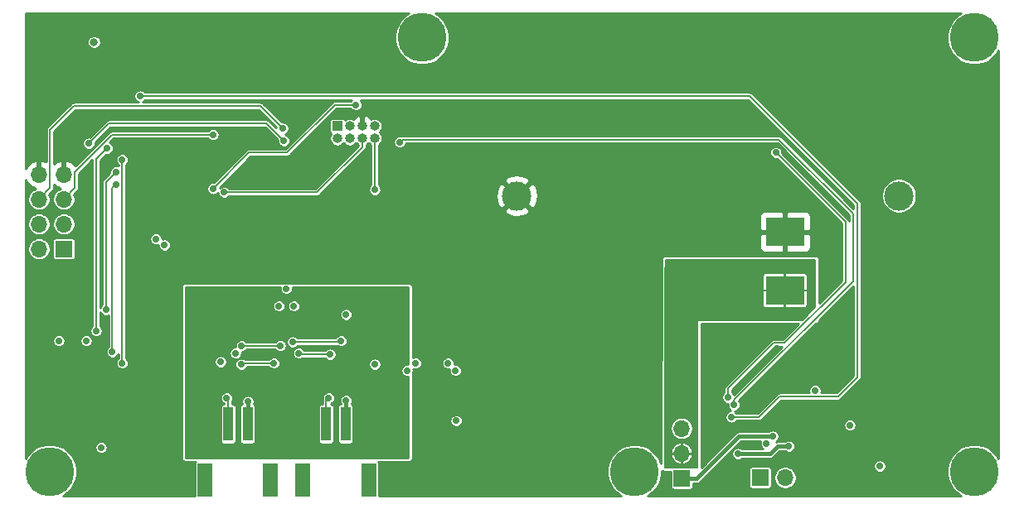
<source format=gbl>
G04 #@! TF.GenerationSoftware,KiCad,Pcbnew,5.1.10-88a1d61d58~90~ubuntu20.04.1*
G04 #@! TF.CreationDate,2021-08-09T16:52:55-07:00*
G04 #@! TF.ProjectId,PatchV3,50617463-6856-4332-9e6b-696361645f70,rev?*
G04 #@! TF.SameCoordinates,Original*
G04 #@! TF.FileFunction,Copper,L4,Bot*
G04 #@! TF.FilePolarity,Positive*
%FSLAX46Y46*%
G04 Gerber Fmt 4.6, Leading zero omitted, Abs format (unit mm)*
G04 Created by KiCad (PCBNEW 5.1.10-88a1d61d58~90~ubuntu20.04.1) date 2021-08-09 16:52:55*
%MOMM*%
%LPD*%
G01*
G04 APERTURE LIST*
G04 #@! TA.AperFunction,ComponentPad*
%ADD10O,1.700000X1.700000*%
G04 #@! TD*
G04 #@! TA.AperFunction,ComponentPad*
%ADD11R,1.700000X1.700000*%
G04 #@! TD*
G04 #@! TA.AperFunction,ComponentPad*
%ADD12C,3.000000*%
G04 #@! TD*
G04 #@! TA.AperFunction,ComponentPad*
%ADD13O,1.000000X1.000000*%
G04 #@! TD*
G04 #@! TA.AperFunction,ComponentPad*
%ADD14R,1.000000X1.000000*%
G04 #@! TD*
G04 #@! TA.AperFunction,SMDPad,CuDef*
%ADD15R,4.000000X3.000000*%
G04 #@! TD*
G04 #@! TA.AperFunction,ComponentPad*
%ADD16C,5.000000*%
G04 #@! TD*
G04 #@! TA.AperFunction,SMDPad,CuDef*
%ADD17R,1.000001X3.500001*%
G04 #@! TD*
G04 #@! TA.AperFunction,SMDPad,CuDef*
%ADD18R,1.500000X3.400001*%
G04 #@! TD*
G04 #@! TA.AperFunction,ViaPad*
%ADD19C,0.700000*%
G04 #@! TD*
G04 #@! TA.AperFunction,ViaPad*
%ADD20C,0.800000*%
G04 #@! TD*
G04 #@! TA.AperFunction,Conductor*
%ADD21C,0.381000*%
G04 #@! TD*
G04 #@! TA.AperFunction,Conductor*
%ADD22C,0.177800*%
G04 #@! TD*
G04 #@! TA.AperFunction,Conductor*
%ADD23C,0.254000*%
G04 #@! TD*
G04 #@! TA.AperFunction,Conductor*
%ADD24C,0.100000*%
G04 #@! TD*
G04 APERTURE END LIST*
D10*
X51689000Y-66802000D03*
X54229000Y-66802000D03*
X51689000Y-69342000D03*
X54229000Y-69342000D03*
X51689000Y-71882000D03*
X54229000Y-71882000D03*
X51689000Y-74422000D03*
D11*
X54229000Y-74422000D03*
D12*
X100500000Y-69000000D03*
X139500000Y-69000000D03*
D10*
X117348000Y-92837000D03*
X117348000Y-95377000D03*
D11*
X117348000Y-97917000D03*
D10*
X127880000Y-97828000D03*
D11*
X125340000Y-97828000D03*
D13*
X85979000Y-63119000D03*
X85979000Y-61849000D03*
X84709000Y-63119000D03*
X84709000Y-61849000D03*
X83439000Y-63119000D03*
X83439000Y-61849000D03*
X82169000Y-63119000D03*
D14*
X82169000Y-61849000D03*
D15*
X127879000Y-78692000D03*
X127879000Y-72692000D03*
D16*
X90800000Y-52800000D03*
X112500000Y-97200000D03*
X147200000Y-52800000D03*
X147200000Y-97200000D03*
X52800000Y-97200000D03*
D17*
X83000001Y-92349999D03*
X80999999Y-92349999D03*
D18*
X85350001Y-98100000D03*
X78649999Y-98100000D03*
D17*
X73000001Y-92349999D03*
X70999999Y-92349999D03*
D18*
X75350001Y-98100000D03*
X68649999Y-98100000D03*
D19*
X85021068Y-54445642D03*
X85036396Y-53059128D03*
X85027384Y-51671198D03*
X76427629Y-57126600D03*
X73254739Y-57128045D03*
X74880356Y-57126599D03*
X79437377Y-57127728D03*
X80943382Y-57064058D03*
X82198108Y-56271701D03*
X82706115Y-54877137D03*
X77926229Y-57126600D03*
X75801491Y-52090800D03*
X74289982Y-52090800D03*
X72917459Y-52555990D03*
X71224128Y-54025626D03*
X70253585Y-54929798D03*
X70201000Y-56316791D03*
X77313000Y-52090800D03*
X72614000Y-53995800D03*
X76962000Y-78486000D03*
X66167000Y-73279000D03*
X83058000Y-89916000D03*
X73025000Y-90043000D03*
X83058000Y-81153000D03*
X71755000Y-85090000D03*
X129921000Y-87503000D03*
X127253922Y-95503922D03*
X128905000Y-91567000D03*
X119761000Y-90043000D03*
X120396000Y-94996000D03*
X125175369Y-88235208D03*
X127012108Y-84654148D03*
X95504000Y-51054000D03*
X100584000Y-51054000D03*
X105664000Y-51054000D03*
X110744000Y-51054000D03*
X115824000Y-51054000D03*
X120904000Y-51054000D03*
X125984000Y-51054000D03*
X131064000Y-51054000D03*
X136144000Y-51054000D03*
X141224000Y-51054000D03*
X95504000Y-56134000D03*
X100584000Y-56134000D03*
X105664000Y-56134000D03*
X110744000Y-56134000D03*
X115824000Y-56134000D03*
X120904000Y-56134000D03*
X125984000Y-56134000D03*
X131064000Y-56134000D03*
X136144000Y-56134000D03*
X141224000Y-56134000D03*
X141224000Y-56134000D03*
X136144000Y-61214000D03*
X141224000Y-61214000D03*
X146304000Y-61214000D03*
X146304000Y-66294000D03*
X146304000Y-71374000D03*
X146304000Y-76454000D03*
X146304000Y-81534000D03*
X146304000Y-86614000D03*
X88900000Y-61722000D03*
X93980000Y-61722000D03*
X99060000Y-61722000D03*
X104140000Y-61722000D03*
X109220000Y-61722000D03*
X114300000Y-61722000D03*
X119380000Y-61722000D03*
X124460000Y-61722000D03*
X129540000Y-61722000D03*
X104140000Y-61722000D03*
X109220000Y-61722000D03*
X114300000Y-61722000D03*
X119380000Y-61722000D03*
X104140000Y-66802000D03*
X109220000Y-66802000D03*
X114300000Y-66802000D03*
X119380000Y-66802000D03*
X104140000Y-66802000D03*
X109220000Y-66802000D03*
X114300000Y-66802000D03*
X119380000Y-66802000D03*
X99060000Y-71882000D03*
X104140000Y-71882000D03*
X109220000Y-71882000D03*
X114300000Y-71882000D03*
X119380000Y-71882000D03*
X104140000Y-71882000D03*
X109220000Y-71882000D03*
X99060000Y-76962000D03*
X104140000Y-76962000D03*
X109220000Y-76962000D03*
X99060000Y-82042000D03*
X104140000Y-82042000D03*
X109220000Y-82042000D03*
X99060000Y-87122000D03*
X104140000Y-87122000D03*
X109220000Y-87122000D03*
D20*
X57321000Y-53279000D03*
D19*
X53721000Y-83820000D03*
X56515000Y-83820000D03*
X63627000Y-73406000D03*
X64516000Y-74041000D03*
X58039000Y-94742000D03*
X94297500Y-92011500D03*
X93472000Y-86106000D03*
X94234000Y-86868000D03*
X77724000Y-80264000D03*
X76200000Y-80264000D03*
X70231000Y-85979000D03*
X85979000Y-86233000D03*
X90170000Y-86106000D03*
X89281000Y-86868000D03*
X69469000Y-62738000D03*
X75692000Y-89916000D03*
X78232000Y-89916000D03*
X68072000Y-84836000D03*
X67056000Y-79375000D03*
X87757000Y-92075000D03*
X88646000Y-92837000D03*
X83820000Y-84836000D03*
X82804000Y-79375000D03*
X81280000Y-86868000D03*
X71764146Y-87649467D03*
X70612000Y-68643500D03*
X85979000Y-68389500D03*
X134493000Y-92456000D03*
X137541000Y-96647000D03*
X125984000Y-94361000D03*
X130937000Y-88918290D03*
X59563000Y-66548000D03*
X58547000Y-80645000D03*
X57531000Y-82804000D03*
X58643295Y-64148866D03*
X59563000Y-67818000D03*
X59182000Y-84963000D03*
X60198000Y-86106000D03*
X60198000Y-65278000D03*
X77597000Y-83947000D03*
X82550000Y-83820000D03*
X72390000Y-84328000D03*
X76327000Y-84328000D03*
X69469000Y-68262500D03*
X122045400Y-89631240D03*
X84074000Y-59690000D03*
X126936500Y-64579500D03*
X128270000Y-94632942D03*
X123063000Y-95377000D03*
X76708000Y-63373000D03*
X56777420Y-63635420D03*
X76581000Y-62103000D03*
X70866000Y-89662000D03*
X81280000Y-89662000D03*
X122662110Y-90404110D03*
X88519000Y-63500000D03*
X75692000Y-86106000D03*
X72343609Y-86249585D03*
X81407000Y-85217000D03*
X78232000Y-85090000D03*
X62039500Y-58801000D03*
X122389894Y-91625765D03*
X126619000Y-93599000D03*
D21*
X83000001Y-89973999D02*
X83058000Y-89916000D01*
X83000001Y-92349999D02*
X83000001Y-89973999D01*
X73000001Y-90067999D02*
X73025000Y-90043000D01*
X73000001Y-92349999D02*
X73000001Y-90067999D01*
D22*
X55345701Y-68225299D02*
X55345701Y-66574299D01*
X54229000Y-69342000D02*
X55345701Y-68225299D01*
X59182000Y-62738000D02*
X69469000Y-62738000D01*
X55345701Y-66574299D02*
X59182000Y-62738000D01*
X70612000Y-68643500D02*
X80073500Y-68643500D01*
X84709000Y-64008000D02*
X84709000Y-63119000D01*
X80073500Y-68643500D02*
X84709000Y-64008000D01*
X85979000Y-68389500D02*
X85979000Y-63119000D01*
X58547000Y-67564000D02*
X58547000Y-80645000D01*
X59563000Y-66548000D02*
X58547000Y-67564000D01*
X57531000Y-82804000D02*
X57531000Y-65261161D01*
X57531000Y-65261161D02*
X58643295Y-64148866D01*
X59182000Y-68199000D02*
X59182000Y-84963000D01*
X59563000Y-67818000D02*
X59182000Y-68199000D01*
X60198000Y-86106000D02*
X60198000Y-65278000D01*
X82423000Y-83947000D02*
X82550000Y-83820000D01*
X77597000Y-83947000D02*
X82423000Y-83947000D01*
X72390000Y-84328000D02*
X76327000Y-84328000D01*
X126716091Y-84037447D02*
X122045400Y-88708138D01*
X69469000Y-68262500D02*
X73152000Y-64579500D01*
X126936500Y-64579500D02*
X134048500Y-71691500D01*
X134048500Y-77828647D02*
X127839700Y-84037447D01*
X127839700Y-84037447D02*
X126716091Y-84037447D01*
X134048500Y-71691500D02*
X134048500Y-77828647D01*
X122045400Y-88708138D02*
X122045400Y-89631240D01*
X73152000Y-64579500D02*
X77025500Y-64579500D01*
X81915000Y-59690000D02*
X84074000Y-59690000D01*
X77025500Y-64579500D02*
X81915000Y-59690000D01*
D21*
X128270000Y-94632942D02*
X127109058Y-94632942D01*
X127109058Y-94632942D02*
X126365000Y-95377000D01*
X126365000Y-95377000D02*
X123063000Y-95377000D01*
D22*
X76708000Y-63373000D02*
X74930000Y-61595000D01*
X74930000Y-61595000D02*
X58817840Y-61595000D01*
X58817840Y-61595000D02*
X56777420Y-63635420D01*
X76581000Y-62103000D02*
X74295000Y-59817000D01*
X74295000Y-59817000D02*
X55245000Y-59817000D01*
X52805701Y-68225299D02*
X51689000Y-69342000D01*
X52805701Y-62256299D02*
X52805701Y-68225299D01*
X55245000Y-59817000D02*
X52805701Y-62256299D01*
X70999999Y-89795999D02*
X70866000Y-89662000D01*
X70999999Y-92349999D02*
X70999999Y-89795999D01*
X80999999Y-89942001D02*
X81280000Y-89662000D01*
X80999999Y-92349999D02*
X80999999Y-89942001D01*
X122662110Y-89876307D02*
X134810500Y-77727917D01*
X122662110Y-90404110D02*
X122662110Y-89876307D01*
X134810500Y-77727917D02*
X134810500Y-70802500D01*
X134810500Y-70802500D02*
X127254000Y-63246000D01*
X88773000Y-63246000D02*
X88519000Y-63500000D01*
X127254000Y-63246000D02*
X88773000Y-63246000D01*
X72487194Y-86106000D02*
X72343609Y-86249585D01*
X75692000Y-86106000D02*
X72487194Y-86106000D01*
X78359000Y-85217000D02*
X78232000Y-85090000D01*
X81407000Y-85217000D02*
X78359000Y-85217000D01*
X133286500Y-89535000D02*
X127312408Y-89535000D01*
X135255000Y-69786500D02*
X135255000Y-87566500D01*
X124269500Y-58801000D02*
X135255000Y-69786500D01*
X125221643Y-91625765D02*
X122389894Y-91625765D01*
X127312408Y-89535000D02*
X125221643Y-91625765D01*
X135255000Y-87566500D02*
X133286500Y-89535000D01*
X62039500Y-58801000D02*
X124269500Y-58801000D01*
D21*
X126619000Y-93599000D02*
X123190000Y-93599000D01*
X123190000Y-93599000D02*
X118872000Y-97917000D01*
X118872000Y-97917000D02*
X117348000Y-97917000D01*
D23*
X76307200Y-78421508D02*
X76307200Y-78550492D01*
X76332364Y-78676998D01*
X76381724Y-78796164D01*
X76453384Y-78903410D01*
X76544590Y-78994616D01*
X76651836Y-79066276D01*
X76771002Y-79115636D01*
X76897508Y-79140800D01*
X77026492Y-79140800D01*
X77152998Y-79115636D01*
X77272164Y-79066276D01*
X77379410Y-78994616D01*
X77470616Y-78903410D01*
X77542276Y-78796164D01*
X77591636Y-78676998D01*
X77616800Y-78550492D01*
X77616800Y-78421508D01*
X77604366Y-78359000D01*
X89408000Y-78359000D01*
X89408000Y-86225634D01*
X89345492Y-86213200D01*
X89216508Y-86213200D01*
X89090002Y-86238364D01*
X88970836Y-86287724D01*
X88863590Y-86359384D01*
X88772384Y-86450590D01*
X88700724Y-86557836D01*
X88651364Y-86677002D01*
X88626200Y-86803508D01*
X88626200Y-86932492D01*
X88651364Y-87058998D01*
X88700724Y-87178164D01*
X88772384Y-87285410D01*
X88863590Y-87376616D01*
X88970836Y-87448276D01*
X89090002Y-87497636D01*
X89216508Y-87522800D01*
X89345492Y-87522800D01*
X89408000Y-87510366D01*
X89408000Y-95758000D01*
X66675000Y-95758000D01*
X66675000Y-90599999D01*
X70193725Y-90599999D01*
X70193725Y-94099999D01*
X70199610Y-94159750D01*
X70217039Y-94217205D01*
X70245341Y-94270156D01*
X70283431Y-94316567D01*
X70329842Y-94354657D01*
X70382793Y-94382959D01*
X70440248Y-94400388D01*
X70499999Y-94406273D01*
X71499999Y-94406273D01*
X71559750Y-94400388D01*
X71617205Y-94382959D01*
X71670156Y-94354657D01*
X71716567Y-94316567D01*
X71754657Y-94270156D01*
X71782959Y-94217205D01*
X71800388Y-94159750D01*
X71806273Y-94099999D01*
X71806273Y-90599999D01*
X72193727Y-90599999D01*
X72193727Y-94099999D01*
X72199612Y-94159750D01*
X72217041Y-94217205D01*
X72245343Y-94270156D01*
X72283433Y-94316567D01*
X72329844Y-94354657D01*
X72382795Y-94382959D01*
X72440250Y-94400388D01*
X72500001Y-94406273D01*
X73500001Y-94406273D01*
X73559752Y-94400388D01*
X73617207Y-94382959D01*
X73670158Y-94354657D01*
X73716569Y-94316567D01*
X73754659Y-94270156D01*
X73782961Y-94217205D01*
X73800390Y-94159750D01*
X73806275Y-94099999D01*
X73806275Y-90599999D01*
X80193725Y-90599999D01*
X80193725Y-94099999D01*
X80199610Y-94159750D01*
X80217039Y-94217205D01*
X80245341Y-94270156D01*
X80283431Y-94316567D01*
X80329842Y-94354657D01*
X80382793Y-94382959D01*
X80440248Y-94400388D01*
X80499999Y-94406273D01*
X81499999Y-94406273D01*
X81559750Y-94400388D01*
X81617205Y-94382959D01*
X81670156Y-94354657D01*
X81716567Y-94316567D01*
X81754657Y-94270156D01*
X81782959Y-94217205D01*
X81800388Y-94159750D01*
X81806273Y-94099999D01*
X81806273Y-90599999D01*
X82193727Y-90599999D01*
X82193727Y-94099999D01*
X82199612Y-94159750D01*
X82217041Y-94217205D01*
X82245343Y-94270156D01*
X82283433Y-94316567D01*
X82329844Y-94354657D01*
X82382795Y-94382959D01*
X82440250Y-94400388D01*
X82500001Y-94406273D01*
X83500001Y-94406273D01*
X83559752Y-94400388D01*
X83617207Y-94382959D01*
X83670158Y-94354657D01*
X83716569Y-94316567D01*
X83754659Y-94270156D01*
X83782961Y-94217205D01*
X83800390Y-94159750D01*
X83806275Y-94099999D01*
X83806275Y-90599999D01*
X83800390Y-90540248D01*
X83782961Y-90482793D01*
X83754659Y-90429842D01*
X83716569Y-90383431D01*
X83670158Y-90345341D01*
X83617207Y-90317039D01*
X83584238Y-90307038D01*
X83638276Y-90226164D01*
X83687636Y-90106998D01*
X83712800Y-89980492D01*
X83712800Y-89851508D01*
X83687636Y-89725002D01*
X83638276Y-89605836D01*
X83566616Y-89498590D01*
X83475410Y-89407384D01*
X83368164Y-89335724D01*
X83248998Y-89286364D01*
X83122492Y-89261200D01*
X82993508Y-89261200D01*
X82867002Y-89286364D01*
X82747836Y-89335724D01*
X82640590Y-89407384D01*
X82549384Y-89498590D01*
X82477724Y-89605836D01*
X82428364Y-89725002D01*
X82403200Y-89851508D01*
X82403200Y-89980492D01*
X82428364Y-90106998D01*
X82477724Y-90226164D01*
X82504702Y-90266539D01*
X82504702Y-90293725D01*
X82500001Y-90293725D01*
X82440250Y-90299610D01*
X82382795Y-90317039D01*
X82329844Y-90345341D01*
X82283433Y-90383431D01*
X82245343Y-90429842D01*
X82217041Y-90482793D01*
X82199612Y-90540248D01*
X82193727Y-90599999D01*
X81806273Y-90599999D01*
X81800388Y-90540248D01*
X81782959Y-90482793D01*
X81754657Y-90429842D01*
X81716567Y-90383431D01*
X81670156Y-90345341D01*
X81617205Y-90317039D01*
X81559750Y-90299610D01*
X81499999Y-90293725D01*
X81460496Y-90293725D01*
X81470998Y-90291636D01*
X81590164Y-90242276D01*
X81697410Y-90170616D01*
X81788616Y-90079410D01*
X81860276Y-89972164D01*
X81909636Y-89852998D01*
X81934800Y-89726492D01*
X81934800Y-89597508D01*
X81909636Y-89471002D01*
X81860276Y-89351836D01*
X81788616Y-89244590D01*
X81697410Y-89153384D01*
X81590164Y-89081724D01*
X81470998Y-89032364D01*
X81344492Y-89007200D01*
X81215508Y-89007200D01*
X81089002Y-89032364D01*
X80969836Y-89081724D01*
X80862590Y-89153384D01*
X80771384Y-89244590D01*
X80699724Y-89351836D01*
X80650364Y-89471002D01*
X80625200Y-89597508D01*
X80625200Y-89726492D01*
X80637020Y-89785913D01*
X80634509Y-89790611D01*
X80625926Y-89818905D01*
X80611997Y-89864822D01*
X80610326Y-89881785D01*
X80604396Y-89942001D01*
X80606300Y-89961333D01*
X80606300Y-90293725D01*
X80499999Y-90293725D01*
X80440248Y-90299610D01*
X80382793Y-90317039D01*
X80329842Y-90345341D01*
X80283431Y-90383431D01*
X80245341Y-90429842D01*
X80217039Y-90482793D01*
X80199610Y-90540248D01*
X80193725Y-90599999D01*
X73806275Y-90599999D01*
X73800390Y-90540248D01*
X73782961Y-90482793D01*
X73754659Y-90429842D01*
X73716569Y-90383431D01*
X73670158Y-90345341D01*
X73619690Y-90318366D01*
X73654636Y-90233998D01*
X73679800Y-90107492D01*
X73679800Y-89978508D01*
X73654636Y-89852002D01*
X73605276Y-89732836D01*
X73533616Y-89625590D01*
X73442410Y-89534384D01*
X73335164Y-89462724D01*
X73215998Y-89413364D01*
X73089492Y-89388200D01*
X72960508Y-89388200D01*
X72834002Y-89413364D01*
X72714836Y-89462724D01*
X72607590Y-89534384D01*
X72516384Y-89625590D01*
X72444724Y-89732836D01*
X72395364Y-89852002D01*
X72370200Y-89978508D01*
X72370200Y-90107492D01*
X72395364Y-90233998D01*
X72424518Y-90304382D01*
X72382795Y-90317039D01*
X72329844Y-90345341D01*
X72283433Y-90383431D01*
X72245343Y-90429842D01*
X72217041Y-90482793D01*
X72199612Y-90540248D01*
X72193727Y-90599999D01*
X71806273Y-90599999D01*
X71800388Y-90540248D01*
X71782959Y-90482793D01*
X71754657Y-90429842D01*
X71716567Y-90383431D01*
X71670156Y-90345341D01*
X71617205Y-90317039D01*
X71559750Y-90299610D01*
X71499999Y-90293725D01*
X71393699Y-90293725D01*
X71393699Y-90050850D01*
X71446276Y-89972164D01*
X71495636Y-89852998D01*
X71520800Y-89726492D01*
X71520800Y-89597508D01*
X71495636Y-89471002D01*
X71446276Y-89351836D01*
X71374616Y-89244590D01*
X71283410Y-89153384D01*
X71176164Y-89081724D01*
X71056998Y-89032364D01*
X70930492Y-89007200D01*
X70801508Y-89007200D01*
X70675002Y-89032364D01*
X70555836Y-89081724D01*
X70448590Y-89153384D01*
X70357384Y-89244590D01*
X70285724Y-89351836D01*
X70236364Y-89471002D01*
X70211200Y-89597508D01*
X70211200Y-89726492D01*
X70236364Y-89852998D01*
X70285724Y-89972164D01*
X70357384Y-90079410D01*
X70448590Y-90170616D01*
X70555836Y-90242276D01*
X70606300Y-90263179D01*
X70606300Y-90293725D01*
X70499999Y-90293725D01*
X70440248Y-90299610D01*
X70382793Y-90317039D01*
X70329842Y-90345341D01*
X70283431Y-90383431D01*
X70245341Y-90429842D01*
X70217039Y-90482793D01*
X70199610Y-90540248D01*
X70193725Y-90599999D01*
X66675000Y-90599999D01*
X66675000Y-85914508D01*
X69576200Y-85914508D01*
X69576200Y-86043492D01*
X69601364Y-86169998D01*
X69650724Y-86289164D01*
X69722384Y-86396410D01*
X69813590Y-86487616D01*
X69920836Y-86559276D01*
X70040002Y-86608636D01*
X70166508Y-86633800D01*
X70295492Y-86633800D01*
X70421998Y-86608636D01*
X70541164Y-86559276D01*
X70648410Y-86487616D01*
X70739616Y-86396410D01*
X70811276Y-86289164D01*
X70860636Y-86169998D01*
X70885800Y-86043492D01*
X70885800Y-85914508D01*
X70860636Y-85788002D01*
X70811276Y-85668836D01*
X70739616Y-85561590D01*
X70648410Y-85470384D01*
X70541164Y-85398724D01*
X70421998Y-85349364D01*
X70295492Y-85324200D01*
X70166508Y-85324200D01*
X70040002Y-85349364D01*
X69920836Y-85398724D01*
X69813590Y-85470384D01*
X69722384Y-85561590D01*
X69650724Y-85668836D01*
X69601364Y-85788002D01*
X69576200Y-85914508D01*
X66675000Y-85914508D01*
X66675000Y-85025508D01*
X71100200Y-85025508D01*
X71100200Y-85154492D01*
X71125364Y-85280998D01*
X71174724Y-85400164D01*
X71246384Y-85507410D01*
X71337590Y-85598616D01*
X71444836Y-85670276D01*
X71564002Y-85719636D01*
X71690508Y-85744800D01*
X71819492Y-85744800D01*
X71945998Y-85719636D01*
X71977906Y-85706419D01*
X71926199Y-85740969D01*
X71834993Y-85832175D01*
X71763333Y-85939421D01*
X71713973Y-86058587D01*
X71688809Y-86185093D01*
X71688809Y-86314077D01*
X71713973Y-86440583D01*
X71763333Y-86559749D01*
X71834993Y-86666995D01*
X71926199Y-86758201D01*
X72033445Y-86829861D01*
X72152611Y-86879221D01*
X72279117Y-86904385D01*
X72408101Y-86904385D01*
X72534607Y-86879221D01*
X72653773Y-86829861D01*
X72761019Y-86758201D01*
X72852225Y-86666995D01*
X72923885Y-86559749D01*
X72948758Y-86499700D01*
X75167541Y-86499700D01*
X75183384Y-86523410D01*
X75274590Y-86614616D01*
X75381836Y-86686276D01*
X75501002Y-86735636D01*
X75627508Y-86760800D01*
X75756492Y-86760800D01*
X75882998Y-86735636D01*
X76002164Y-86686276D01*
X76109410Y-86614616D01*
X76200616Y-86523410D01*
X76272276Y-86416164D01*
X76321636Y-86296998D01*
X76346800Y-86170492D01*
X76346800Y-86168508D01*
X85324200Y-86168508D01*
X85324200Y-86297492D01*
X85349364Y-86423998D01*
X85398724Y-86543164D01*
X85470384Y-86650410D01*
X85561590Y-86741616D01*
X85668836Y-86813276D01*
X85788002Y-86862636D01*
X85914508Y-86887800D01*
X86043492Y-86887800D01*
X86169998Y-86862636D01*
X86289164Y-86813276D01*
X86396410Y-86741616D01*
X86487616Y-86650410D01*
X86559276Y-86543164D01*
X86608636Y-86423998D01*
X86633800Y-86297492D01*
X86633800Y-86168508D01*
X86608636Y-86042002D01*
X86559276Y-85922836D01*
X86487616Y-85815590D01*
X86396410Y-85724384D01*
X86289164Y-85652724D01*
X86169998Y-85603364D01*
X86043492Y-85578200D01*
X85914508Y-85578200D01*
X85788002Y-85603364D01*
X85668836Y-85652724D01*
X85561590Y-85724384D01*
X85470384Y-85815590D01*
X85398724Y-85922836D01*
X85349364Y-86042002D01*
X85324200Y-86168508D01*
X76346800Y-86168508D01*
X76346800Y-86041508D01*
X76321636Y-85915002D01*
X76272276Y-85795836D01*
X76200616Y-85688590D01*
X76109410Y-85597384D01*
X76002164Y-85525724D01*
X75882998Y-85476364D01*
X75756492Y-85451200D01*
X75627508Y-85451200D01*
X75501002Y-85476364D01*
X75381836Y-85525724D01*
X75274590Y-85597384D01*
X75183384Y-85688590D01*
X75167541Y-85712300D01*
X72718113Y-85712300D01*
X72653773Y-85669309D01*
X72534607Y-85619949D01*
X72408101Y-85594785D01*
X72279117Y-85594785D01*
X72152611Y-85619949D01*
X72120703Y-85633166D01*
X72172410Y-85598616D01*
X72263616Y-85507410D01*
X72335276Y-85400164D01*
X72384636Y-85280998D01*
X72409800Y-85154492D01*
X72409800Y-85025508D01*
X72401305Y-84982800D01*
X72454492Y-84982800D01*
X72580998Y-84957636D01*
X72700164Y-84908276D01*
X72807410Y-84836616D01*
X72898616Y-84745410D01*
X72914459Y-84721700D01*
X75802541Y-84721700D01*
X75818384Y-84745410D01*
X75909590Y-84836616D01*
X76016836Y-84908276D01*
X76136002Y-84957636D01*
X76262508Y-84982800D01*
X76391492Y-84982800D01*
X76517998Y-84957636D01*
X76637164Y-84908276D01*
X76744410Y-84836616D01*
X76835616Y-84745410D01*
X76907276Y-84638164D01*
X76956636Y-84518998D01*
X76981800Y-84392492D01*
X76981800Y-84263508D01*
X76956636Y-84137002D01*
X76907276Y-84017836D01*
X76835616Y-83910590D01*
X76807534Y-83882508D01*
X76942200Y-83882508D01*
X76942200Y-84011492D01*
X76967364Y-84137998D01*
X77016724Y-84257164D01*
X77088384Y-84364410D01*
X77179590Y-84455616D01*
X77286836Y-84527276D01*
X77406002Y-84576636D01*
X77532508Y-84601800D01*
X77661492Y-84601800D01*
X77787998Y-84576636D01*
X77876655Y-84539913D01*
X77814590Y-84581384D01*
X77723384Y-84672590D01*
X77651724Y-84779836D01*
X77602364Y-84899002D01*
X77577200Y-85025508D01*
X77577200Y-85154492D01*
X77602364Y-85280998D01*
X77651724Y-85400164D01*
X77723384Y-85507410D01*
X77814590Y-85598616D01*
X77921836Y-85670276D01*
X78041002Y-85719636D01*
X78167508Y-85744800D01*
X78296492Y-85744800D01*
X78422998Y-85719636D01*
X78542164Y-85670276D01*
X78631325Y-85610700D01*
X80882541Y-85610700D01*
X80898384Y-85634410D01*
X80989590Y-85725616D01*
X81096836Y-85797276D01*
X81216002Y-85846636D01*
X81342508Y-85871800D01*
X81471492Y-85871800D01*
X81597998Y-85846636D01*
X81717164Y-85797276D01*
X81824410Y-85725616D01*
X81915616Y-85634410D01*
X81987276Y-85527164D01*
X82036636Y-85407998D01*
X82061800Y-85281492D01*
X82061800Y-85152508D01*
X82036636Y-85026002D01*
X81987276Y-84906836D01*
X81915616Y-84799590D01*
X81824410Y-84708384D01*
X81717164Y-84636724D01*
X81597998Y-84587364D01*
X81471492Y-84562200D01*
X81342508Y-84562200D01*
X81216002Y-84587364D01*
X81096836Y-84636724D01*
X80989590Y-84708384D01*
X80898384Y-84799590D01*
X80882541Y-84823300D01*
X78830279Y-84823300D01*
X78812276Y-84779836D01*
X78740616Y-84672590D01*
X78649410Y-84581384D01*
X78542164Y-84509724D01*
X78422998Y-84460364D01*
X78296492Y-84435200D01*
X78167508Y-84435200D01*
X78041002Y-84460364D01*
X77952345Y-84497087D01*
X78014410Y-84455616D01*
X78105616Y-84364410D01*
X78121459Y-84340700D01*
X82150675Y-84340700D01*
X82239836Y-84400276D01*
X82359002Y-84449636D01*
X82485508Y-84474800D01*
X82614492Y-84474800D01*
X82740998Y-84449636D01*
X82860164Y-84400276D01*
X82967410Y-84328616D01*
X83058616Y-84237410D01*
X83130276Y-84130164D01*
X83179636Y-84010998D01*
X83204800Y-83884492D01*
X83204800Y-83755508D01*
X83179636Y-83629002D01*
X83130276Y-83509836D01*
X83058616Y-83402590D01*
X82967410Y-83311384D01*
X82860164Y-83239724D01*
X82740998Y-83190364D01*
X82614492Y-83165200D01*
X82485508Y-83165200D01*
X82359002Y-83190364D01*
X82239836Y-83239724D01*
X82132590Y-83311384D01*
X82041384Y-83402590D01*
X81969724Y-83509836D01*
X81951721Y-83553300D01*
X78121459Y-83553300D01*
X78105616Y-83529590D01*
X78014410Y-83438384D01*
X77907164Y-83366724D01*
X77787998Y-83317364D01*
X77661492Y-83292200D01*
X77532508Y-83292200D01*
X77406002Y-83317364D01*
X77286836Y-83366724D01*
X77179590Y-83438384D01*
X77088384Y-83529590D01*
X77016724Y-83636836D01*
X76967364Y-83756002D01*
X76942200Y-83882508D01*
X76807534Y-83882508D01*
X76744410Y-83819384D01*
X76637164Y-83747724D01*
X76517998Y-83698364D01*
X76391492Y-83673200D01*
X76262508Y-83673200D01*
X76136002Y-83698364D01*
X76016836Y-83747724D01*
X75909590Y-83819384D01*
X75818384Y-83910590D01*
X75802541Y-83934300D01*
X72914459Y-83934300D01*
X72898616Y-83910590D01*
X72807410Y-83819384D01*
X72700164Y-83747724D01*
X72580998Y-83698364D01*
X72454492Y-83673200D01*
X72325508Y-83673200D01*
X72199002Y-83698364D01*
X72079836Y-83747724D01*
X71972590Y-83819384D01*
X71881384Y-83910590D01*
X71809724Y-84017836D01*
X71760364Y-84137002D01*
X71735200Y-84263508D01*
X71735200Y-84392492D01*
X71743695Y-84435200D01*
X71690508Y-84435200D01*
X71564002Y-84460364D01*
X71444836Y-84509724D01*
X71337590Y-84581384D01*
X71246384Y-84672590D01*
X71174724Y-84779836D01*
X71125364Y-84899002D01*
X71100200Y-85025508D01*
X66675000Y-85025508D01*
X66675000Y-81088508D01*
X82403200Y-81088508D01*
X82403200Y-81217492D01*
X82428364Y-81343998D01*
X82477724Y-81463164D01*
X82549384Y-81570410D01*
X82640590Y-81661616D01*
X82747836Y-81733276D01*
X82867002Y-81782636D01*
X82993508Y-81807800D01*
X83122492Y-81807800D01*
X83248998Y-81782636D01*
X83368164Y-81733276D01*
X83475410Y-81661616D01*
X83566616Y-81570410D01*
X83638276Y-81463164D01*
X83687636Y-81343998D01*
X83712800Y-81217492D01*
X83712800Y-81088508D01*
X83687636Y-80962002D01*
X83638276Y-80842836D01*
X83566616Y-80735590D01*
X83475410Y-80644384D01*
X83368164Y-80572724D01*
X83248998Y-80523364D01*
X83122492Y-80498200D01*
X82993508Y-80498200D01*
X82867002Y-80523364D01*
X82747836Y-80572724D01*
X82640590Y-80644384D01*
X82549384Y-80735590D01*
X82477724Y-80842836D01*
X82428364Y-80962002D01*
X82403200Y-81088508D01*
X66675000Y-81088508D01*
X66675000Y-80199508D01*
X75545200Y-80199508D01*
X75545200Y-80328492D01*
X75570364Y-80454998D01*
X75619724Y-80574164D01*
X75691384Y-80681410D01*
X75782590Y-80772616D01*
X75889836Y-80844276D01*
X76009002Y-80893636D01*
X76135508Y-80918800D01*
X76264492Y-80918800D01*
X76390998Y-80893636D01*
X76510164Y-80844276D01*
X76617410Y-80772616D01*
X76708616Y-80681410D01*
X76780276Y-80574164D01*
X76829636Y-80454998D01*
X76854800Y-80328492D01*
X76854800Y-80199508D01*
X77069200Y-80199508D01*
X77069200Y-80328492D01*
X77094364Y-80454998D01*
X77143724Y-80574164D01*
X77215384Y-80681410D01*
X77306590Y-80772616D01*
X77413836Y-80844276D01*
X77533002Y-80893636D01*
X77659508Y-80918800D01*
X77788492Y-80918800D01*
X77914998Y-80893636D01*
X78034164Y-80844276D01*
X78141410Y-80772616D01*
X78232616Y-80681410D01*
X78304276Y-80574164D01*
X78353636Y-80454998D01*
X78378800Y-80328492D01*
X78378800Y-80199508D01*
X78353636Y-80073002D01*
X78304276Y-79953836D01*
X78232616Y-79846590D01*
X78141410Y-79755384D01*
X78034164Y-79683724D01*
X77914998Y-79634364D01*
X77788492Y-79609200D01*
X77659508Y-79609200D01*
X77533002Y-79634364D01*
X77413836Y-79683724D01*
X77306590Y-79755384D01*
X77215384Y-79846590D01*
X77143724Y-79953836D01*
X77094364Y-80073002D01*
X77069200Y-80199508D01*
X76854800Y-80199508D01*
X76829636Y-80073002D01*
X76780276Y-79953836D01*
X76708616Y-79846590D01*
X76617410Y-79755384D01*
X76510164Y-79683724D01*
X76390998Y-79634364D01*
X76264492Y-79609200D01*
X76135508Y-79609200D01*
X76009002Y-79634364D01*
X75889836Y-79683724D01*
X75782590Y-79755384D01*
X75691384Y-79846590D01*
X75619724Y-79953836D01*
X75570364Y-80073002D01*
X75545200Y-80199508D01*
X66675000Y-80199508D01*
X66675000Y-78359000D01*
X76319634Y-78359000D01*
X76307200Y-78421508D01*
G04 #@! TA.AperFunction,Conductor*
D24*
G36*
X76307200Y-78421508D02*
G01*
X76307200Y-78550492D01*
X76332364Y-78676998D01*
X76381724Y-78796164D01*
X76453384Y-78903410D01*
X76544590Y-78994616D01*
X76651836Y-79066276D01*
X76771002Y-79115636D01*
X76897508Y-79140800D01*
X77026492Y-79140800D01*
X77152998Y-79115636D01*
X77272164Y-79066276D01*
X77379410Y-78994616D01*
X77470616Y-78903410D01*
X77542276Y-78796164D01*
X77591636Y-78676998D01*
X77616800Y-78550492D01*
X77616800Y-78421508D01*
X77604366Y-78359000D01*
X89408000Y-78359000D01*
X89408000Y-86225634D01*
X89345492Y-86213200D01*
X89216508Y-86213200D01*
X89090002Y-86238364D01*
X88970836Y-86287724D01*
X88863590Y-86359384D01*
X88772384Y-86450590D01*
X88700724Y-86557836D01*
X88651364Y-86677002D01*
X88626200Y-86803508D01*
X88626200Y-86932492D01*
X88651364Y-87058998D01*
X88700724Y-87178164D01*
X88772384Y-87285410D01*
X88863590Y-87376616D01*
X88970836Y-87448276D01*
X89090002Y-87497636D01*
X89216508Y-87522800D01*
X89345492Y-87522800D01*
X89408000Y-87510366D01*
X89408000Y-95758000D01*
X66675000Y-95758000D01*
X66675000Y-90599999D01*
X70193725Y-90599999D01*
X70193725Y-94099999D01*
X70199610Y-94159750D01*
X70217039Y-94217205D01*
X70245341Y-94270156D01*
X70283431Y-94316567D01*
X70329842Y-94354657D01*
X70382793Y-94382959D01*
X70440248Y-94400388D01*
X70499999Y-94406273D01*
X71499999Y-94406273D01*
X71559750Y-94400388D01*
X71617205Y-94382959D01*
X71670156Y-94354657D01*
X71716567Y-94316567D01*
X71754657Y-94270156D01*
X71782959Y-94217205D01*
X71800388Y-94159750D01*
X71806273Y-94099999D01*
X71806273Y-90599999D01*
X72193727Y-90599999D01*
X72193727Y-94099999D01*
X72199612Y-94159750D01*
X72217041Y-94217205D01*
X72245343Y-94270156D01*
X72283433Y-94316567D01*
X72329844Y-94354657D01*
X72382795Y-94382959D01*
X72440250Y-94400388D01*
X72500001Y-94406273D01*
X73500001Y-94406273D01*
X73559752Y-94400388D01*
X73617207Y-94382959D01*
X73670158Y-94354657D01*
X73716569Y-94316567D01*
X73754659Y-94270156D01*
X73782961Y-94217205D01*
X73800390Y-94159750D01*
X73806275Y-94099999D01*
X73806275Y-90599999D01*
X80193725Y-90599999D01*
X80193725Y-94099999D01*
X80199610Y-94159750D01*
X80217039Y-94217205D01*
X80245341Y-94270156D01*
X80283431Y-94316567D01*
X80329842Y-94354657D01*
X80382793Y-94382959D01*
X80440248Y-94400388D01*
X80499999Y-94406273D01*
X81499999Y-94406273D01*
X81559750Y-94400388D01*
X81617205Y-94382959D01*
X81670156Y-94354657D01*
X81716567Y-94316567D01*
X81754657Y-94270156D01*
X81782959Y-94217205D01*
X81800388Y-94159750D01*
X81806273Y-94099999D01*
X81806273Y-90599999D01*
X82193727Y-90599999D01*
X82193727Y-94099999D01*
X82199612Y-94159750D01*
X82217041Y-94217205D01*
X82245343Y-94270156D01*
X82283433Y-94316567D01*
X82329844Y-94354657D01*
X82382795Y-94382959D01*
X82440250Y-94400388D01*
X82500001Y-94406273D01*
X83500001Y-94406273D01*
X83559752Y-94400388D01*
X83617207Y-94382959D01*
X83670158Y-94354657D01*
X83716569Y-94316567D01*
X83754659Y-94270156D01*
X83782961Y-94217205D01*
X83800390Y-94159750D01*
X83806275Y-94099999D01*
X83806275Y-90599999D01*
X83800390Y-90540248D01*
X83782961Y-90482793D01*
X83754659Y-90429842D01*
X83716569Y-90383431D01*
X83670158Y-90345341D01*
X83617207Y-90317039D01*
X83584238Y-90307038D01*
X83638276Y-90226164D01*
X83687636Y-90106998D01*
X83712800Y-89980492D01*
X83712800Y-89851508D01*
X83687636Y-89725002D01*
X83638276Y-89605836D01*
X83566616Y-89498590D01*
X83475410Y-89407384D01*
X83368164Y-89335724D01*
X83248998Y-89286364D01*
X83122492Y-89261200D01*
X82993508Y-89261200D01*
X82867002Y-89286364D01*
X82747836Y-89335724D01*
X82640590Y-89407384D01*
X82549384Y-89498590D01*
X82477724Y-89605836D01*
X82428364Y-89725002D01*
X82403200Y-89851508D01*
X82403200Y-89980492D01*
X82428364Y-90106998D01*
X82477724Y-90226164D01*
X82504702Y-90266539D01*
X82504702Y-90293725D01*
X82500001Y-90293725D01*
X82440250Y-90299610D01*
X82382795Y-90317039D01*
X82329844Y-90345341D01*
X82283433Y-90383431D01*
X82245343Y-90429842D01*
X82217041Y-90482793D01*
X82199612Y-90540248D01*
X82193727Y-90599999D01*
X81806273Y-90599999D01*
X81800388Y-90540248D01*
X81782959Y-90482793D01*
X81754657Y-90429842D01*
X81716567Y-90383431D01*
X81670156Y-90345341D01*
X81617205Y-90317039D01*
X81559750Y-90299610D01*
X81499999Y-90293725D01*
X81460496Y-90293725D01*
X81470998Y-90291636D01*
X81590164Y-90242276D01*
X81697410Y-90170616D01*
X81788616Y-90079410D01*
X81860276Y-89972164D01*
X81909636Y-89852998D01*
X81934800Y-89726492D01*
X81934800Y-89597508D01*
X81909636Y-89471002D01*
X81860276Y-89351836D01*
X81788616Y-89244590D01*
X81697410Y-89153384D01*
X81590164Y-89081724D01*
X81470998Y-89032364D01*
X81344492Y-89007200D01*
X81215508Y-89007200D01*
X81089002Y-89032364D01*
X80969836Y-89081724D01*
X80862590Y-89153384D01*
X80771384Y-89244590D01*
X80699724Y-89351836D01*
X80650364Y-89471002D01*
X80625200Y-89597508D01*
X80625200Y-89726492D01*
X80637020Y-89785913D01*
X80634509Y-89790611D01*
X80625926Y-89818905D01*
X80611997Y-89864822D01*
X80610326Y-89881785D01*
X80604396Y-89942001D01*
X80606300Y-89961333D01*
X80606300Y-90293725D01*
X80499999Y-90293725D01*
X80440248Y-90299610D01*
X80382793Y-90317039D01*
X80329842Y-90345341D01*
X80283431Y-90383431D01*
X80245341Y-90429842D01*
X80217039Y-90482793D01*
X80199610Y-90540248D01*
X80193725Y-90599999D01*
X73806275Y-90599999D01*
X73800390Y-90540248D01*
X73782961Y-90482793D01*
X73754659Y-90429842D01*
X73716569Y-90383431D01*
X73670158Y-90345341D01*
X73619690Y-90318366D01*
X73654636Y-90233998D01*
X73679800Y-90107492D01*
X73679800Y-89978508D01*
X73654636Y-89852002D01*
X73605276Y-89732836D01*
X73533616Y-89625590D01*
X73442410Y-89534384D01*
X73335164Y-89462724D01*
X73215998Y-89413364D01*
X73089492Y-89388200D01*
X72960508Y-89388200D01*
X72834002Y-89413364D01*
X72714836Y-89462724D01*
X72607590Y-89534384D01*
X72516384Y-89625590D01*
X72444724Y-89732836D01*
X72395364Y-89852002D01*
X72370200Y-89978508D01*
X72370200Y-90107492D01*
X72395364Y-90233998D01*
X72424518Y-90304382D01*
X72382795Y-90317039D01*
X72329844Y-90345341D01*
X72283433Y-90383431D01*
X72245343Y-90429842D01*
X72217041Y-90482793D01*
X72199612Y-90540248D01*
X72193727Y-90599999D01*
X71806273Y-90599999D01*
X71800388Y-90540248D01*
X71782959Y-90482793D01*
X71754657Y-90429842D01*
X71716567Y-90383431D01*
X71670156Y-90345341D01*
X71617205Y-90317039D01*
X71559750Y-90299610D01*
X71499999Y-90293725D01*
X71393699Y-90293725D01*
X71393699Y-90050850D01*
X71446276Y-89972164D01*
X71495636Y-89852998D01*
X71520800Y-89726492D01*
X71520800Y-89597508D01*
X71495636Y-89471002D01*
X71446276Y-89351836D01*
X71374616Y-89244590D01*
X71283410Y-89153384D01*
X71176164Y-89081724D01*
X71056998Y-89032364D01*
X70930492Y-89007200D01*
X70801508Y-89007200D01*
X70675002Y-89032364D01*
X70555836Y-89081724D01*
X70448590Y-89153384D01*
X70357384Y-89244590D01*
X70285724Y-89351836D01*
X70236364Y-89471002D01*
X70211200Y-89597508D01*
X70211200Y-89726492D01*
X70236364Y-89852998D01*
X70285724Y-89972164D01*
X70357384Y-90079410D01*
X70448590Y-90170616D01*
X70555836Y-90242276D01*
X70606300Y-90263179D01*
X70606300Y-90293725D01*
X70499999Y-90293725D01*
X70440248Y-90299610D01*
X70382793Y-90317039D01*
X70329842Y-90345341D01*
X70283431Y-90383431D01*
X70245341Y-90429842D01*
X70217039Y-90482793D01*
X70199610Y-90540248D01*
X70193725Y-90599999D01*
X66675000Y-90599999D01*
X66675000Y-85914508D01*
X69576200Y-85914508D01*
X69576200Y-86043492D01*
X69601364Y-86169998D01*
X69650724Y-86289164D01*
X69722384Y-86396410D01*
X69813590Y-86487616D01*
X69920836Y-86559276D01*
X70040002Y-86608636D01*
X70166508Y-86633800D01*
X70295492Y-86633800D01*
X70421998Y-86608636D01*
X70541164Y-86559276D01*
X70648410Y-86487616D01*
X70739616Y-86396410D01*
X70811276Y-86289164D01*
X70860636Y-86169998D01*
X70885800Y-86043492D01*
X70885800Y-85914508D01*
X70860636Y-85788002D01*
X70811276Y-85668836D01*
X70739616Y-85561590D01*
X70648410Y-85470384D01*
X70541164Y-85398724D01*
X70421998Y-85349364D01*
X70295492Y-85324200D01*
X70166508Y-85324200D01*
X70040002Y-85349364D01*
X69920836Y-85398724D01*
X69813590Y-85470384D01*
X69722384Y-85561590D01*
X69650724Y-85668836D01*
X69601364Y-85788002D01*
X69576200Y-85914508D01*
X66675000Y-85914508D01*
X66675000Y-85025508D01*
X71100200Y-85025508D01*
X71100200Y-85154492D01*
X71125364Y-85280998D01*
X71174724Y-85400164D01*
X71246384Y-85507410D01*
X71337590Y-85598616D01*
X71444836Y-85670276D01*
X71564002Y-85719636D01*
X71690508Y-85744800D01*
X71819492Y-85744800D01*
X71945998Y-85719636D01*
X71977906Y-85706419D01*
X71926199Y-85740969D01*
X71834993Y-85832175D01*
X71763333Y-85939421D01*
X71713973Y-86058587D01*
X71688809Y-86185093D01*
X71688809Y-86314077D01*
X71713973Y-86440583D01*
X71763333Y-86559749D01*
X71834993Y-86666995D01*
X71926199Y-86758201D01*
X72033445Y-86829861D01*
X72152611Y-86879221D01*
X72279117Y-86904385D01*
X72408101Y-86904385D01*
X72534607Y-86879221D01*
X72653773Y-86829861D01*
X72761019Y-86758201D01*
X72852225Y-86666995D01*
X72923885Y-86559749D01*
X72948758Y-86499700D01*
X75167541Y-86499700D01*
X75183384Y-86523410D01*
X75274590Y-86614616D01*
X75381836Y-86686276D01*
X75501002Y-86735636D01*
X75627508Y-86760800D01*
X75756492Y-86760800D01*
X75882998Y-86735636D01*
X76002164Y-86686276D01*
X76109410Y-86614616D01*
X76200616Y-86523410D01*
X76272276Y-86416164D01*
X76321636Y-86296998D01*
X76346800Y-86170492D01*
X76346800Y-86168508D01*
X85324200Y-86168508D01*
X85324200Y-86297492D01*
X85349364Y-86423998D01*
X85398724Y-86543164D01*
X85470384Y-86650410D01*
X85561590Y-86741616D01*
X85668836Y-86813276D01*
X85788002Y-86862636D01*
X85914508Y-86887800D01*
X86043492Y-86887800D01*
X86169998Y-86862636D01*
X86289164Y-86813276D01*
X86396410Y-86741616D01*
X86487616Y-86650410D01*
X86559276Y-86543164D01*
X86608636Y-86423998D01*
X86633800Y-86297492D01*
X86633800Y-86168508D01*
X86608636Y-86042002D01*
X86559276Y-85922836D01*
X86487616Y-85815590D01*
X86396410Y-85724384D01*
X86289164Y-85652724D01*
X86169998Y-85603364D01*
X86043492Y-85578200D01*
X85914508Y-85578200D01*
X85788002Y-85603364D01*
X85668836Y-85652724D01*
X85561590Y-85724384D01*
X85470384Y-85815590D01*
X85398724Y-85922836D01*
X85349364Y-86042002D01*
X85324200Y-86168508D01*
X76346800Y-86168508D01*
X76346800Y-86041508D01*
X76321636Y-85915002D01*
X76272276Y-85795836D01*
X76200616Y-85688590D01*
X76109410Y-85597384D01*
X76002164Y-85525724D01*
X75882998Y-85476364D01*
X75756492Y-85451200D01*
X75627508Y-85451200D01*
X75501002Y-85476364D01*
X75381836Y-85525724D01*
X75274590Y-85597384D01*
X75183384Y-85688590D01*
X75167541Y-85712300D01*
X72718113Y-85712300D01*
X72653773Y-85669309D01*
X72534607Y-85619949D01*
X72408101Y-85594785D01*
X72279117Y-85594785D01*
X72152611Y-85619949D01*
X72120703Y-85633166D01*
X72172410Y-85598616D01*
X72263616Y-85507410D01*
X72335276Y-85400164D01*
X72384636Y-85280998D01*
X72409800Y-85154492D01*
X72409800Y-85025508D01*
X72401305Y-84982800D01*
X72454492Y-84982800D01*
X72580998Y-84957636D01*
X72700164Y-84908276D01*
X72807410Y-84836616D01*
X72898616Y-84745410D01*
X72914459Y-84721700D01*
X75802541Y-84721700D01*
X75818384Y-84745410D01*
X75909590Y-84836616D01*
X76016836Y-84908276D01*
X76136002Y-84957636D01*
X76262508Y-84982800D01*
X76391492Y-84982800D01*
X76517998Y-84957636D01*
X76637164Y-84908276D01*
X76744410Y-84836616D01*
X76835616Y-84745410D01*
X76907276Y-84638164D01*
X76956636Y-84518998D01*
X76981800Y-84392492D01*
X76981800Y-84263508D01*
X76956636Y-84137002D01*
X76907276Y-84017836D01*
X76835616Y-83910590D01*
X76807534Y-83882508D01*
X76942200Y-83882508D01*
X76942200Y-84011492D01*
X76967364Y-84137998D01*
X77016724Y-84257164D01*
X77088384Y-84364410D01*
X77179590Y-84455616D01*
X77286836Y-84527276D01*
X77406002Y-84576636D01*
X77532508Y-84601800D01*
X77661492Y-84601800D01*
X77787998Y-84576636D01*
X77876655Y-84539913D01*
X77814590Y-84581384D01*
X77723384Y-84672590D01*
X77651724Y-84779836D01*
X77602364Y-84899002D01*
X77577200Y-85025508D01*
X77577200Y-85154492D01*
X77602364Y-85280998D01*
X77651724Y-85400164D01*
X77723384Y-85507410D01*
X77814590Y-85598616D01*
X77921836Y-85670276D01*
X78041002Y-85719636D01*
X78167508Y-85744800D01*
X78296492Y-85744800D01*
X78422998Y-85719636D01*
X78542164Y-85670276D01*
X78631325Y-85610700D01*
X80882541Y-85610700D01*
X80898384Y-85634410D01*
X80989590Y-85725616D01*
X81096836Y-85797276D01*
X81216002Y-85846636D01*
X81342508Y-85871800D01*
X81471492Y-85871800D01*
X81597998Y-85846636D01*
X81717164Y-85797276D01*
X81824410Y-85725616D01*
X81915616Y-85634410D01*
X81987276Y-85527164D01*
X82036636Y-85407998D01*
X82061800Y-85281492D01*
X82061800Y-85152508D01*
X82036636Y-85026002D01*
X81987276Y-84906836D01*
X81915616Y-84799590D01*
X81824410Y-84708384D01*
X81717164Y-84636724D01*
X81597998Y-84587364D01*
X81471492Y-84562200D01*
X81342508Y-84562200D01*
X81216002Y-84587364D01*
X81096836Y-84636724D01*
X80989590Y-84708384D01*
X80898384Y-84799590D01*
X80882541Y-84823300D01*
X78830279Y-84823300D01*
X78812276Y-84779836D01*
X78740616Y-84672590D01*
X78649410Y-84581384D01*
X78542164Y-84509724D01*
X78422998Y-84460364D01*
X78296492Y-84435200D01*
X78167508Y-84435200D01*
X78041002Y-84460364D01*
X77952345Y-84497087D01*
X78014410Y-84455616D01*
X78105616Y-84364410D01*
X78121459Y-84340700D01*
X82150675Y-84340700D01*
X82239836Y-84400276D01*
X82359002Y-84449636D01*
X82485508Y-84474800D01*
X82614492Y-84474800D01*
X82740998Y-84449636D01*
X82860164Y-84400276D01*
X82967410Y-84328616D01*
X83058616Y-84237410D01*
X83130276Y-84130164D01*
X83179636Y-84010998D01*
X83204800Y-83884492D01*
X83204800Y-83755508D01*
X83179636Y-83629002D01*
X83130276Y-83509836D01*
X83058616Y-83402590D01*
X82967410Y-83311384D01*
X82860164Y-83239724D01*
X82740998Y-83190364D01*
X82614492Y-83165200D01*
X82485508Y-83165200D01*
X82359002Y-83190364D01*
X82239836Y-83239724D01*
X82132590Y-83311384D01*
X82041384Y-83402590D01*
X81969724Y-83509836D01*
X81951721Y-83553300D01*
X78121459Y-83553300D01*
X78105616Y-83529590D01*
X78014410Y-83438384D01*
X77907164Y-83366724D01*
X77787998Y-83317364D01*
X77661492Y-83292200D01*
X77532508Y-83292200D01*
X77406002Y-83317364D01*
X77286836Y-83366724D01*
X77179590Y-83438384D01*
X77088384Y-83529590D01*
X77016724Y-83636836D01*
X76967364Y-83756002D01*
X76942200Y-83882508D01*
X76807534Y-83882508D01*
X76744410Y-83819384D01*
X76637164Y-83747724D01*
X76517998Y-83698364D01*
X76391492Y-83673200D01*
X76262508Y-83673200D01*
X76136002Y-83698364D01*
X76016836Y-83747724D01*
X75909590Y-83819384D01*
X75818384Y-83910590D01*
X75802541Y-83934300D01*
X72914459Y-83934300D01*
X72898616Y-83910590D01*
X72807410Y-83819384D01*
X72700164Y-83747724D01*
X72580998Y-83698364D01*
X72454492Y-83673200D01*
X72325508Y-83673200D01*
X72199002Y-83698364D01*
X72079836Y-83747724D01*
X71972590Y-83819384D01*
X71881384Y-83910590D01*
X71809724Y-84017836D01*
X71760364Y-84137002D01*
X71735200Y-84263508D01*
X71735200Y-84392492D01*
X71743695Y-84435200D01*
X71690508Y-84435200D01*
X71564002Y-84460364D01*
X71444836Y-84509724D01*
X71337590Y-84581384D01*
X71246384Y-84672590D01*
X71174724Y-84779836D01*
X71125364Y-84899002D01*
X71100200Y-85025508D01*
X66675000Y-85025508D01*
X66675000Y-81088508D01*
X82403200Y-81088508D01*
X82403200Y-81217492D01*
X82428364Y-81343998D01*
X82477724Y-81463164D01*
X82549384Y-81570410D01*
X82640590Y-81661616D01*
X82747836Y-81733276D01*
X82867002Y-81782636D01*
X82993508Y-81807800D01*
X83122492Y-81807800D01*
X83248998Y-81782636D01*
X83368164Y-81733276D01*
X83475410Y-81661616D01*
X83566616Y-81570410D01*
X83638276Y-81463164D01*
X83687636Y-81343998D01*
X83712800Y-81217492D01*
X83712800Y-81088508D01*
X83687636Y-80962002D01*
X83638276Y-80842836D01*
X83566616Y-80735590D01*
X83475410Y-80644384D01*
X83368164Y-80572724D01*
X83248998Y-80523364D01*
X83122492Y-80498200D01*
X82993508Y-80498200D01*
X82867002Y-80523364D01*
X82747836Y-80572724D01*
X82640590Y-80644384D01*
X82549384Y-80735590D01*
X82477724Y-80842836D01*
X82428364Y-80962002D01*
X82403200Y-81088508D01*
X66675000Y-81088508D01*
X66675000Y-80199508D01*
X75545200Y-80199508D01*
X75545200Y-80328492D01*
X75570364Y-80454998D01*
X75619724Y-80574164D01*
X75691384Y-80681410D01*
X75782590Y-80772616D01*
X75889836Y-80844276D01*
X76009002Y-80893636D01*
X76135508Y-80918800D01*
X76264492Y-80918800D01*
X76390998Y-80893636D01*
X76510164Y-80844276D01*
X76617410Y-80772616D01*
X76708616Y-80681410D01*
X76780276Y-80574164D01*
X76829636Y-80454998D01*
X76854800Y-80328492D01*
X76854800Y-80199508D01*
X77069200Y-80199508D01*
X77069200Y-80328492D01*
X77094364Y-80454998D01*
X77143724Y-80574164D01*
X77215384Y-80681410D01*
X77306590Y-80772616D01*
X77413836Y-80844276D01*
X77533002Y-80893636D01*
X77659508Y-80918800D01*
X77788492Y-80918800D01*
X77914998Y-80893636D01*
X78034164Y-80844276D01*
X78141410Y-80772616D01*
X78232616Y-80681410D01*
X78304276Y-80574164D01*
X78353636Y-80454998D01*
X78378800Y-80328492D01*
X78378800Y-80199508D01*
X78353636Y-80073002D01*
X78304276Y-79953836D01*
X78232616Y-79846590D01*
X78141410Y-79755384D01*
X78034164Y-79683724D01*
X77914998Y-79634364D01*
X77788492Y-79609200D01*
X77659508Y-79609200D01*
X77533002Y-79634364D01*
X77413836Y-79683724D01*
X77306590Y-79755384D01*
X77215384Y-79846590D01*
X77143724Y-79953836D01*
X77094364Y-80073002D01*
X77069200Y-80199508D01*
X76854800Y-80199508D01*
X76829636Y-80073002D01*
X76780276Y-79953836D01*
X76708616Y-79846590D01*
X76617410Y-79755384D01*
X76510164Y-79683724D01*
X76390998Y-79634364D01*
X76264492Y-79609200D01*
X76135508Y-79609200D01*
X76009002Y-79634364D01*
X75889836Y-79683724D01*
X75782590Y-79755384D01*
X75691384Y-79846590D01*
X75619724Y-79953836D01*
X75570364Y-80073002D01*
X75545200Y-80199508D01*
X66675000Y-80199508D01*
X66675000Y-78359000D01*
X76319634Y-78359000D01*
X76307200Y-78421508D01*
G37*
G04 #@! TD.AperFunction*
D23*
X89012044Y-50621370D02*
X88621370Y-51012044D01*
X88314419Y-51471429D01*
X88102987Y-51981870D01*
X87995200Y-52523751D01*
X87995200Y-53076249D01*
X88102987Y-53618130D01*
X88314419Y-54128571D01*
X88621370Y-54587956D01*
X89012044Y-54978630D01*
X89471429Y-55285581D01*
X89981870Y-55497013D01*
X90523751Y-55604800D01*
X91076249Y-55604800D01*
X91618130Y-55497013D01*
X92128571Y-55285581D01*
X92587956Y-54978630D01*
X92978630Y-54587956D01*
X93285581Y-54128571D01*
X93497013Y-53618130D01*
X93604800Y-53076249D01*
X93604800Y-52523751D01*
X93497013Y-51981870D01*
X93285581Y-51471429D01*
X92978630Y-51012044D01*
X92587956Y-50621370D01*
X92151590Y-50329800D01*
X145848410Y-50329800D01*
X145412044Y-50621370D01*
X145021370Y-51012044D01*
X144714419Y-51471429D01*
X144502987Y-51981870D01*
X144395200Y-52523751D01*
X144395200Y-53076249D01*
X144502987Y-53618130D01*
X144714419Y-54128571D01*
X145021370Y-54587956D01*
X145412044Y-54978630D01*
X145871429Y-55285581D01*
X146381870Y-55497013D01*
X146923751Y-55604800D01*
X147476249Y-55604800D01*
X148018130Y-55497013D01*
X148528571Y-55285581D01*
X148987956Y-54978630D01*
X149378630Y-54587956D01*
X149670200Y-54151590D01*
X149670201Y-95848411D01*
X149378630Y-95412044D01*
X148987956Y-95021370D01*
X148528571Y-94714419D01*
X148018130Y-94502987D01*
X147476249Y-94395200D01*
X146923751Y-94395200D01*
X146381870Y-94502987D01*
X145871429Y-94714419D01*
X145412044Y-95021370D01*
X145021370Y-95412044D01*
X144714419Y-95871429D01*
X144502987Y-96381870D01*
X144395200Y-96923751D01*
X144395200Y-97476249D01*
X144502987Y-98018130D01*
X144714419Y-98528571D01*
X145021370Y-98987956D01*
X145412044Y-99378630D01*
X145848410Y-99670200D01*
X113851590Y-99670200D01*
X114287956Y-99378630D01*
X114678630Y-98987956D01*
X114985581Y-98528571D01*
X115197013Y-98018130D01*
X115304800Y-97476249D01*
X115304800Y-97127873D01*
X115337162Y-97154432D01*
X115389858Y-97182598D01*
X115447036Y-97199943D01*
X115506500Y-97205800D01*
X116191726Y-97205800D01*
X116191726Y-98767000D01*
X116197611Y-98826751D01*
X116215040Y-98884206D01*
X116243342Y-98937157D01*
X116281432Y-98983568D01*
X116327843Y-99021658D01*
X116380794Y-99049960D01*
X116438249Y-99067389D01*
X116498000Y-99073274D01*
X118198000Y-99073274D01*
X118257751Y-99067389D01*
X118315206Y-99049960D01*
X118368157Y-99021658D01*
X118414568Y-98983568D01*
X118452658Y-98937157D01*
X118480960Y-98884206D01*
X118498389Y-98826751D01*
X118504274Y-98767000D01*
X118504274Y-98412300D01*
X118847683Y-98412300D01*
X118872000Y-98414695D01*
X118896317Y-98412300D01*
X118896327Y-98412300D01*
X118969096Y-98405133D01*
X119062460Y-98376811D01*
X119148505Y-98330819D01*
X119223924Y-98268924D01*
X119239434Y-98250025D01*
X120511459Y-96978000D01*
X124183726Y-96978000D01*
X124183726Y-98678000D01*
X124189611Y-98737751D01*
X124207040Y-98795206D01*
X124235342Y-98848157D01*
X124273432Y-98894568D01*
X124319843Y-98932658D01*
X124372794Y-98960960D01*
X124430249Y-98978389D01*
X124490000Y-98984274D01*
X126190000Y-98984274D01*
X126249751Y-98978389D01*
X126307206Y-98960960D01*
X126360157Y-98932658D01*
X126406568Y-98894568D01*
X126444658Y-98848157D01*
X126472960Y-98795206D01*
X126490389Y-98737751D01*
X126496274Y-98678000D01*
X126496274Y-97714262D01*
X126725200Y-97714262D01*
X126725200Y-97941738D01*
X126769578Y-98164843D01*
X126856629Y-98375003D01*
X126983008Y-98564142D01*
X127143858Y-98724992D01*
X127332997Y-98851371D01*
X127543157Y-98938422D01*
X127766262Y-98982800D01*
X127993738Y-98982800D01*
X128216843Y-98938422D01*
X128427003Y-98851371D01*
X128616142Y-98724992D01*
X128776992Y-98564142D01*
X128903371Y-98375003D01*
X128990422Y-98164843D01*
X129034800Y-97941738D01*
X129034800Y-97714262D01*
X128990422Y-97491157D01*
X128903371Y-97280997D01*
X128776992Y-97091858D01*
X128616142Y-96931008D01*
X128427003Y-96804629D01*
X128216843Y-96717578D01*
X127993738Y-96673200D01*
X127766262Y-96673200D01*
X127543157Y-96717578D01*
X127332997Y-96804629D01*
X127143858Y-96931008D01*
X126983008Y-97091858D01*
X126856629Y-97280997D01*
X126769578Y-97491157D01*
X126725200Y-97714262D01*
X126496274Y-97714262D01*
X126496274Y-96978000D01*
X126490389Y-96918249D01*
X126472960Y-96860794D01*
X126444658Y-96807843D01*
X126406568Y-96761432D01*
X126360157Y-96723342D01*
X126307206Y-96695040D01*
X126249751Y-96677611D01*
X126190000Y-96671726D01*
X124490000Y-96671726D01*
X124430249Y-96677611D01*
X124372794Y-96695040D01*
X124319843Y-96723342D01*
X124273432Y-96761432D01*
X124235342Y-96807843D01*
X124207040Y-96860794D01*
X124189611Y-96918249D01*
X124183726Y-96978000D01*
X120511459Y-96978000D01*
X120906951Y-96582508D01*
X136886200Y-96582508D01*
X136886200Y-96711492D01*
X136911364Y-96837998D01*
X136960724Y-96957164D01*
X137032384Y-97064410D01*
X137123590Y-97155616D01*
X137230836Y-97227276D01*
X137350002Y-97276636D01*
X137476508Y-97301800D01*
X137605492Y-97301800D01*
X137731998Y-97276636D01*
X137851164Y-97227276D01*
X137958410Y-97155616D01*
X138049616Y-97064410D01*
X138121276Y-96957164D01*
X138170636Y-96837998D01*
X138195800Y-96711492D01*
X138195800Y-96582508D01*
X138170636Y-96456002D01*
X138121276Y-96336836D01*
X138049616Y-96229590D01*
X137958410Y-96138384D01*
X137851164Y-96066724D01*
X137731998Y-96017364D01*
X137605492Y-95992200D01*
X137476508Y-95992200D01*
X137350002Y-96017364D01*
X137230836Y-96066724D01*
X137123590Y-96138384D01*
X137032384Y-96229590D01*
X136960724Y-96336836D01*
X136911364Y-96456002D01*
X136886200Y-96582508D01*
X120906951Y-96582508D01*
X123395160Y-94094300D01*
X125385721Y-94094300D01*
X125354364Y-94170002D01*
X125329200Y-94296508D01*
X125329200Y-94425492D01*
X125354364Y-94551998D01*
X125403724Y-94671164D01*
X125475384Y-94778410D01*
X125566590Y-94869616D01*
X125584675Y-94881700D01*
X123493726Y-94881700D01*
X123480410Y-94868384D01*
X123373164Y-94796724D01*
X123253998Y-94747364D01*
X123127492Y-94722200D01*
X122998508Y-94722200D01*
X122872002Y-94747364D01*
X122752836Y-94796724D01*
X122645590Y-94868384D01*
X122554384Y-94959590D01*
X122482724Y-95066836D01*
X122433364Y-95186002D01*
X122408200Y-95312508D01*
X122408200Y-95441492D01*
X122433364Y-95567998D01*
X122482724Y-95687164D01*
X122554384Y-95794410D01*
X122645590Y-95885616D01*
X122752836Y-95957276D01*
X122872002Y-96006636D01*
X122998508Y-96031800D01*
X123127492Y-96031800D01*
X123253998Y-96006636D01*
X123373164Y-95957276D01*
X123480410Y-95885616D01*
X123493726Y-95872300D01*
X126340683Y-95872300D01*
X126365000Y-95874695D01*
X126389317Y-95872300D01*
X126389327Y-95872300D01*
X126462096Y-95865133D01*
X126555460Y-95836811D01*
X126641505Y-95790819D01*
X126716924Y-95728924D01*
X126732434Y-95710025D01*
X127314218Y-95128242D01*
X127839274Y-95128242D01*
X127852590Y-95141558D01*
X127959836Y-95213218D01*
X128079002Y-95262578D01*
X128205508Y-95287742D01*
X128334492Y-95287742D01*
X128460998Y-95262578D01*
X128580164Y-95213218D01*
X128687410Y-95141558D01*
X128778616Y-95050352D01*
X128850276Y-94943106D01*
X128899636Y-94823940D01*
X128924800Y-94697434D01*
X128924800Y-94568450D01*
X128899636Y-94441944D01*
X128850276Y-94322778D01*
X128778616Y-94215532D01*
X128687410Y-94124326D01*
X128580164Y-94052666D01*
X128460998Y-94003306D01*
X128334492Y-93978142D01*
X128205508Y-93978142D01*
X128079002Y-94003306D01*
X127959836Y-94052666D01*
X127852590Y-94124326D01*
X127839274Y-94137642D01*
X127133375Y-94137642D01*
X127109058Y-94135247D01*
X127084741Y-94137642D01*
X127084731Y-94137642D01*
X127011962Y-94144809D01*
X126954793Y-94162151D01*
X127036410Y-94107616D01*
X127127616Y-94016410D01*
X127199276Y-93909164D01*
X127248636Y-93789998D01*
X127273800Y-93663492D01*
X127273800Y-93534508D01*
X127248636Y-93408002D01*
X127199276Y-93288836D01*
X127127616Y-93181590D01*
X127036410Y-93090384D01*
X126929164Y-93018724D01*
X126809998Y-92969364D01*
X126683492Y-92944200D01*
X126554508Y-92944200D01*
X126428002Y-92969364D01*
X126308836Y-93018724D01*
X126201590Y-93090384D01*
X126188274Y-93103700D01*
X123214316Y-93103700D01*
X123189999Y-93101305D01*
X123165682Y-93103700D01*
X123165673Y-93103700D01*
X123092904Y-93110867D01*
X122999540Y-93139189D01*
X122984620Y-93147164D01*
X122913494Y-93185181D01*
X122856971Y-93231569D01*
X122838076Y-93247076D01*
X122822570Y-93265970D01*
X119303800Y-96784741D01*
X119303800Y-92391508D01*
X133838200Y-92391508D01*
X133838200Y-92520492D01*
X133863364Y-92646998D01*
X133912724Y-92766164D01*
X133984384Y-92873410D01*
X134075590Y-92964616D01*
X134182836Y-93036276D01*
X134302002Y-93085636D01*
X134428508Y-93110800D01*
X134557492Y-93110800D01*
X134683998Y-93085636D01*
X134803164Y-93036276D01*
X134910410Y-92964616D01*
X135001616Y-92873410D01*
X135073276Y-92766164D01*
X135122636Y-92646998D01*
X135147800Y-92520492D01*
X135147800Y-92391508D01*
X135122636Y-92265002D01*
X135073276Y-92145836D01*
X135001616Y-92038590D01*
X134910410Y-91947384D01*
X134803164Y-91875724D01*
X134683998Y-91826364D01*
X134557492Y-91801200D01*
X134428508Y-91801200D01*
X134302002Y-91826364D01*
X134182836Y-91875724D01*
X134075590Y-91947384D01*
X133984384Y-92038590D01*
X133912724Y-92145836D01*
X133863364Y-92265002D01*
X133838200Y-92391508D01*
X119303800Y-92391508D01*
X119303800Y-82092800D01*
X129227572Y-82092800D01*
X127676625Y-83643747D01*
X126735416Y-83643747D01*
X126716091Y-83641844D01*
X126696766Y-83643747D01*
X126696758Y-83643747D01*
X126638912Y-83649444D01*
X126564700Y-83671957D01*
X126496305Y-83708514D01*
X126451373Y-83745389D01*
X126451370Y-83745392D01*
X126436357Y-83757713D01*
X126424035Y-83772727D01*
X121780685Y-88416078D01*
X121765666Y-88428404D01*
X121716467Y-88488353D01*
X121679910Y-88556748D01*
X121657397Y-88630960D01*
X121651700Y-88688806D01*
X121651700Y-88688816D01*
X121649797Y-88708138D01*
X121651700Y-88727461D01*
X121651700Y-89106781D01*
X121627990Y-89122624D01*
X121536784Y-89213830D01*
X121465124Y-89321076D01*
X121415764Y-89440242D01*
X121390600Y-89566748D01*
X121390600Y-89695732D01*
X121415764Y-89822238D01*
X121465124Y-89941404D01*
X121536784Y-90048650D01*
X121627990Y-90139856D01*
X121735236Y-90211516D01*
X121854402Y-90260876D01*
X121980908Y-90286040D01*
X122017967Y-90286040D01*
X122007310Y-90339618D01*
X122007310Y-90468602D01*
X122032474Y-90595108D01*
X122081834Y-90714274D01*
X122153494Y-90821520D01*
X122244700Y-90912726D01*
X122331860Y-90970965D01*
X122325402Y-90970965D01*
X122198896Y-90996129D01*
X122079730Y-91045489D01*
X121972484Y-91117149D01*
X121881278Y-91208355D01*
X121809618Y-91315601D01*
X121760258Y-91434767D01*
X121735094Y-91561273D01*
X121735094Y-91690257D01*
X121760258Y-91816763D01*
X121809618Y-91935929D01*
X121881278Y-92043175D01*
X121972484Y-92134381D01*
X122079730Y-92206041D01*
X122198896Y-92255401D01*
X122325402Y-92280565D01*
X122454386Y-92280565D01*
X122580892Y-92255401D01*
X122700058Y-92206041D01*
X122807304Y-92134381D01*
X122898510Y-92043175D01*
X122914353Y-92019465D01*
X125202321Y-92019465D01*
X125221643Y-92021368D01*
X125240965Y-92019465D01*
X125240976Y-92019465D01*
X125298822Y-92013768D01*
X125373034Y-91991255D01*
X125441429Y-91954698D01*
X125501377Y-91905499D01*
X125513703Y-91890480D01*
X127475484Y-89928700D01*
X133267178Y-89928700D01*
X133286500Y-89930603D01*
X133305822Y-89928700D01*
X133305833Y-89928700D01*
X133363679Y-89923003D01*
X133437891Y-89900490D01*
X133506286Y-89863933D01*
X133566234Y-89814734D01*
X133578560Y-89799715D01*
X135519720Y-87858556D01*
X135534734Y-87846234D01*
X135547058Y-87831218D01*
X135583933Y-87786287D01*
X135620489Y-87717892D01*
X135620490Y-87717891D01*
X135643003Y-87643679D01*
X135648700Y-87585833D01*
X135648700Y-87585823D01*
X135650603Y-87566501D01*
X135648700Y-87547178D01*
X135648700Y-69805822D01*
X135650603Y-69786499D01*
X135648700Y-69767177D01*
X135648700Y-69767167D01*
X135643003Y-69709321D01*
X135620490Y-69635109D01*
X135583933Y-69566714D01*
X135579888Y-69561785D01*
X135547058Y-69521782D01*
X135547055Y-69521779D01*
X135534734Y-69506766D01*
X135519722Y-69494446D01*
X134847519Y-68822243D01*
X137695200Y-68822243D01*
X137695200Y-69177757D01*
X137764557Y-69526441D01*
X137900607Y-69854894D01*
X138098120Y-70150493D01*
X138349507Y-70401880D01*
X138645106Y-70599393D01*
X138973559Y-70735443D01*
X139322243Y-70804800D01*
X139677757Y-70804800D01*
X140026441Y-70735443D01*
X140354894Y-70599393D01*
X140650493Y-70401880D01*
X140901880Y-70150493D01*
X141099393Y-69854894D01*
X141235443Y-69526441D01*
X141304800Y-69177757D01*
X141304800Y-68822243D01*
X141235443Y-68473559D01*
X141099393Y-68145106D01*
X140901880Y-67849507D01*
X140650493Y-67598120D01*
X140354894Y-67400607D01*
X140026441Y-67264557D01*
X139677757Y-67195200D01*
X139322243Y-67195200D01*
X138973559Y-67264557D01*
X138645106Y-67400607D01*
X138349507Y-67598120D01*
X138098120Y-67849507D01*
X137900607Y-68145106D01*
X137764557Y-68473559D01*
X137695200Y-68822243D01*
X134847519Y-68822243D01*
X124561560Y-58536285D01*
X124549234Y-58521266D01*
X124489286Y-58472067D01*
X124420891Y-58435510D01*
X124346679Y-58412997D01*
X124288833Y-58407300D01*
X124288822Y-58407300D01*
X124269500Y-58405397D01*
X124250178Y-58407300D01*
X62563959Y-58407300D01*
X62548116Y-58383590D01*
X62456910Y-58292384D01*
X62349664Y-58220724D01*
X62230498Y-58171364D01*
X62103992Y-58146200D01*
X61975008Y-58146200D01*
X61848502Y-58171364D01*
X61729336Y-58220724D01*
X61622090Y-58292384D01*
X61530884Y-58383590D01*
X61459224Y-58490836D01*
X61409864Y-58610002D01*
X61384700Y-58736508D01*
X61384700Y-58865492D01*
X61409864Y-58991998D01*
X61459224Y-59111164D01*
X61530884Y-59218410D01*
X61622090Y-59309616D01*
X61729336Y-59381276D01*
X61830791Y-59423300D01*
X55264325Y-59423300D01*
X55245000Y-59421397D01*
X55225675Y-59423300D01*
X55225667Y-59423300D01*
X55167821Y-59428997D01*
X55093609Y-59451510D01*
X55025214Y-59488067D01*
X54980282Y-59524942D01*
X54980279Y-59524945D01*
X54965266Y-59537266D01*
X54952944Y-59552280D01*
X52540986Y-61964239D01*
X52525967Y-61976565D01*
X52476768Y-62036514D01*
X52440211Y-62104909D01*
X52417698Y-62179121D01*
X52412001Y-62236967D01*
X52412001Y-62236977D01*
X52410098Y-62256299D01*
X52412001Y-62275621D01*
X52412002Y-65512496D01*
X52320252Y-65457843D01*
X52045891Y-65360519D01*
X51816000Y-65481186D01*
X51816000Y-66675000D01*
X51836000Y-66675000D01*
X51836000Y-66929000D01*
X51816000Y-66929000D01*
X51816000Y-66949000D01*
X51562000Y-66949000D01*
X51562000Y-66929000D01*
X51542000Y-66929000D01*
X51542000Y-66675000D01*
X51562000Y-66675000D01*
X51562000Y-65481186D01*
X51332109Y-65360519D01*
X51057748Y-65457843D01*
X50807645Y-65606822D01*
X50591412Y-65801731D01*
X50417359Y-66035080D01*
X50329800Y-66218908D01*
X50329800Y-53209583D01*
X56616200Y-53209583D01*
X56616200Y-53348417D01*
X56643285Y-53484583D01*
X56696415Y-53612848D01*
X56773546Y-53728284D01*
X56871716Y-53826454D01*
X56987152Y-53903585D01*
X57115417Y-53956715D01*
X57251583Y-53983800D01*
X57390417Y-53983800D01*
X57526583Y-53956715D01*
X57654848Y-53903585D01*
X57770284Y-53826454D01*
X57868454Y-53728284D01*
X57945585Y-53612848D01*
X57998715Y-53484583D01*
X58025800Y-53348417D01*
X58025800Y-53209583D01*
X57998715Y-53073417D01*
X57945585Y-52945152D01*
X57868454Y-52829716D01*
X57770284Y-52731546D01*
X57654848Y-52654415D01*
X57526583Y-52601285D01*
X57390417Y-52574200D01*
X57251583Y-52574200D01*
X57115417Y-52601285D01*
X56987152Y-52654415D01*
X56871716Y-52731546D01*
X56773546Y-52829716D01*
X56696415Y-52945152D01*
X56643285Y-53073417D01*
X56616200Y-53209583D01*
X50329800Y-53209583D01*
X50329800Y-50329800D01*
X89448410Y-50329800D01*
X89012044Y-50621370D01*
G04 #@! TA.AperFunction,Conductor*
D24*
G36*
X89012044Y-50621370D02*
G01*
X88621370Y-51012044D01*
X88314419Y-51471429D01*
X88102987Y-51981870D01*
X87995200Y-52523751D01*
X87995200Y-53076249D01*
X88102987Y-53618130D01*
X88314419Y-54128571D01*
X88621370Y-54587956D01*
X89012044Y-54978630D01*
X89471429Y-55285581D01*
X89981870Y-55497013D01*
X90523751Y-55604800D01*
X91076249Y-55604800D01*
X91618130Y-55497013D01*
X92128571Y-55285581D01*
X92587956Y-54978630D01*
X92978630Y-54587956D01*
X93285581Y-54128571D01*
X93497013Y-53618130D01*
X93604800Y-53076249D01*
X93604800Y-52523751D01*
X93497013Y-51981870D01*
X93285581Y-51471429D01*
X92978630Y-51012044D01*
X92587956Y-50621370D01*
X92151590Y-50329800D01*
X145848410Y-50329800D01*
X145412044Y-50621370D01*
X145021370Y-51012044D01*
X144714419Y-51471429D01*
X144502987Y-51981870D01*
X144395200Y-52523751D01*
X144395200Y-53076249D01*
X144502987Y-53618130D01*
X144714419Y-54128571D01*
X145021370Y-54587956D01*
X145412044Y-54978630D01*
X145871429Y-55285581D01*
X146381870Y-55497013D01*
X146923751Y-55604800D01*
X147476249Y-55604800D01*
X148018130Y-55497013D01*
X148528571Y-55285581D01*
X148987956Y-54978630D01*
X149378630Y-54587956D01*
X149670200Y-54151590D01*
X149670201Y-95848411D01*
X149378630Y-95412044D01*
X148987956Y-95021370D01*
X148528571Y-94714419D01*
X148018130Y-94502987D01*
X147476249Y-94395200D01*
X146923751Y-94395200D01*
X146381870Y-94502987D01*
X145871429Y-94714419D01*
X145412044Y-95021370D01*
X145021370Y-95412044D01*
X144714419Y-95871429D01*
X144502987Y-96381870D01*
X144395200Y-96923751D01*
X144395200Y-97476249D01*
X144502987Y-98018130D01*
X144714419Y-98528571D01*
X145021370Y-98987956D01*
X145412044Y-99378630D01*
X145848410Y-99670200D01*
X113851590Y-99670200D01*
X114287956Y-99378630D01*
X114678630Y-98987956D01*
X114985581Y-98528571D01*
X115197013Y-98018130D01*
X115304800Y-97476249D01*
X115304800Y-97127873D01*
X115337162Y-97154432D01*
X115389858Y-97182598D01*
X115447036Y-97199943D01*
X115506500Y-97205800D01*
X116191726Y-97205800D01*
X116191726Y-98767000D01*
X116197611Y-98826751D01*
X116215040Y-98884206D01*
X116243342Y-98937157D01*
X116281432Y-98983568D01*
X116327843Y-99021658D01*
X116380794Y-99049960D01*
X116438249Y-99067389D01*
X116498000Y-99073274D01*
X118198000Y-99073274D01*
X118257751Y-99067389D01*
X118315206Y-99049960D01*
X118368157Y-99021658D01*
X118414568Y-98983568D01*
X118452658Y-98937157D01*
X118480960Y-98884206D01*
X118498389Y-98826751D01*
X118504274Y-98767000D01*
X118504274Y-98412300D01*
X118847683Y-98412300D01*
X118872000Y-98414695D01*
X118896317Y-98412300D01*
X118896327Y-98412300D01*
X118969096Y-98405133D01*
X119062460Y-98376811D01*
X119148505Y-98330819D01*
X119223924Y-98268924D01*
X119239434Y-98250025D01*
X120511459Y-96978000D01*
X124183726Y-96978000D01*
X124183726Y-98678000D01*
X124189611Y-98737751D01*
X124207040Y-98795206D01*
X124235342Y-98848157D01*
X124273432Y-98894568D01*
X124319843Y-98932658D01*
X124372794Y-98960960D01*
X124430249Y-98978389D01*
X124490000Y-98984274D01*
X126190000Y-98984274D01*
X126249751Y-98978389D01*
X126307206Y-98960960D01*
X126360157Y-98932658D01*
X126406568Y-98894568D01*
X126444658Y-98848157D01*
X126472960Y-98795206D01*
X126490389Y-98737751D01*
X126496274Y-98678000D01*
X126496274Y-97714262D01*
X126725200Y-97714262D01*
X126725200Y-97941738D01*
X126769578Y-98164843D01*
X126856629Y-98375003D01*
X126983008Y-98564142D01*
X127143858Y-98724992D01*
X127332997Y-98851371D01*
X127543157Y-98938422D01*
X127766262Y-98982800D01*
X127993738Y-98982800D01*
X128216843Y-98938422D01*
X128427003Y-98851371D01*
X128616142Y-98724992D01*
X128776992Y-98564142D01*
X128903371Y-98375003D01*
X128990422Y-98164843D01*
X129034800Y-97941738D01*
X129034800Y-97714262D01*
X128990422Y-97491157D01*
X128903371Y-97280997D01*
X128776992Y-97091858D01*
X128616142Y-96931008D01*
X128427003Y-96804629D01*
X128216843Y-96717578D01*
X127993738Y-96673200D01*
X127766262Y-96673200D01*
X127543157Y-96717578D01*
X127332997Y-96804629D01*
X127143858Y-96931008D01*
X126983008Y-97091858D01*
X126856629Y-97280997D01*
X126769578Y-97491157D01*
X126725200Y-97714262D01*
X126496274Y-97714262D01*
X126496274Y-96978000D01*
X126490389Y-96918249D01*
X126472960Y-96860794D01*
X126444658Y-96807843D01*
X126406568Y-96761432D01*
X126360157Y-96723342D01*
X126307206Y-96695040D01*
X126249751Y-96677611D01*
X126190000Y-96671726D01*
X124490000Y-96671726D01*
X124430249Y-96677611D01*
X124372794Y-96695040D01*
X124319843Y-96723342D01*
X124273432Y-96761432D01*
X124235342Y-96807843D01*
X124207040Y-96860794D01*
X124189611Y-96918249D01*
X124183726Y-96978000D01*
X120511459Y-96978000D01*
X120906951Y-96582508D01*
X136886200Y-96582508D01*
X136886200Y-96711492D01*
X136911364Y-96837998D01*
X136960724Y-96957164D01*
X137032384Y-97064410D01*
X137123590Y-97155616D01*
X137230836Y-97227276D01*
X137350002Y-97276636D01*
X137476508Y-97301800D01*
X137605492Y-97301800D01*
X137731998Y-97276636D01*
X137851164Y-97227276D01*
X137958410Y-97155616D01*
X138049616Y-97064410D01*
X138121276Y-96957164D01*
X138170636Y-96837998D01*
X138195800Y-96711492D01*
X138195800Y-96582508D01*
X138170636Y-96456002D01*
X138121276Y-96336836D01*
X138049616Y-96229590D01*
X137958410Y-96138384D01*
X137851164Y-96066724D01*
X137731998Y-96017364D01*
X137605492Y-95992200D01*
X137476508Y-95992200D01*
X137350002Y-96017364D01*
X137230836Y-96066724D01*
X137123590Y-96138384D01*
X137032384Y-96229590D01*
X136960724Y-96336836D01*
X136911364Y-96456002D01*
X136886200Y-96582508D01*
X120906951Y-96582508D01*
X123395160Y-94094300D01*
X125385721Y-94094300D01*
X125354364Y-94170002D01*
X125329200Y-94296508D01*
X125329200Y-94425492D01*
X125354364Y-94551998D01*
X125403724Y-94671164D01*
X125475384Y-94778410D01*
X125566590Y-94869616D01*
X125584675Y-94881700D01*
X123493726Y-94881700D01*
X123480410Y-94868384D01*
X123373164Y-94796724D01*
X123253998Y-94747364D01*
X123127492Y-94722200D01*
X122998508Y-94722200D01*
X122872002Y-94747364D01*
X122752836Y-94796724D01*
X122645590Y-94868384D01*
X122554384Y-94959590D01*
X122482724Y-95066836D01*
X122433364Y-95186002D01*
X122408200Y-95312508D01*
X122408200Y-95441492D01*
X122433364Y-95567998D01*
X122482724Y-95687164D01*
X122554384Y-95794410D01*
X122645590Y-95885616D01*
X122752836Y-95957276D01*
X122872002Y-96006636D01*
X122998508Y-96031800D01*
X123127492Y-96031800D01*
X123253998Y-96006636D01*
X123373164Y-95957276D01*
X123480410Y-95885616D01*
X123493726Y-95872300D01*
X126340683Y-95872300D01*
X126365000Y-95874695D01*
X126389317Y-95872300D01*
X126389327Y-95872300D01*
X126462096Y-95865133D01*
X126555460Y-95836811D01*
X126641505Y-95790819D01*
X126716924Y-95728924D01*
X126732434Y-95710025D01*
X127314218Y-95128242D01*
X127839274Y-95128242D01*
X127852590Y-95141558D01*
X127959836Y-95213218D01*
X128079002Y-95262578D01*
X128205508Y-95287742D01*
X128334492Y-95287742D01*
X128460998Y-95262578D01*
X128580164Y-95213218D01*
X128687410Y-95141558D01*
X128778616Y-95050352D01*
X128850276Y-94943106D01*
X128899636Y-94823940D01*
X128924800Y-94697434D01*
X128924800Y-94568450D01*
X128899636Y-94441944D01*
X128850276Y-94322778D01*
X128778616Y-94215532D01*
X128687410Y-94124326D01*
X128580164Y-94052666D01*
X128460998Y-94003306D01*
X128334492Y-93978142D01*
X128205508Y-93978142D01*
X128079002Y-94003306D01*
X127959836Y-94052666D01*
X127852590Y-94124326D01*
X127839274Y-94137642D01*
X127133375Y-94137642D01*
X127109058Y-94135247D01*
X127084741Y-94137642D01*
X127084731Y-94137642D01*
X127011962Y-94144809D01*
X126954793Y-94162151D01*
X127036410Y-94107616D01*
X127127616Y-94016410D01*
X127199276Y-93909164D01*
X127248636Y-93789998D01*
X127273800Y-93663492D01*
X127273800Y-93534508D01*
X127248636Y-93408002D01*
X127199276Y-93288836D01*
X127127616Y-93181590D01*
X127036410Y-93090384D01*
X126929164Y-93018724D01*
X126809998Y-92969364D01*
X126683492Y-92944200D01*
X126554508Y-92944200D01*
X126428002Y-92969364D01*
X126308836Y-93018724D01*
X126201590Y-93090384D01*
X126188274Y-93103700D01*
X123214316Y-93103700D01*
X123189999Y-93101305D01*
X123165682Y-93103700D01*
X123165673Y-93103700D01*
X123092904Y-93110867D01*
X122999540Y-93139189D01*
X122984620Y-93147164D01*
X122913494Y-93185181D01*
X122856971Y-93231569D01*
X122838076Y-93247076D01*
X122822570Y-93265970D01*
X119303800Y-96784741D01*
X119303800Y-92391508D01*
X133838200Y-92391508D01*
X133838200Y-92520492D01*
X133863364Y-92646998D01*
X133912724Y-92766164D01*
X133984384Y-92873410D01*
X134075590Y-92964616D01*
X134182836Y-93036276D01*
X134302002Y-93085636D01*
X134428508Y-93110800D01*
X134557492Y-93110800D01*
X134683998Y-93085636D01*
X134803164Y-93036276D01*
X134910410Y-92964616D01*
X135001616Y-92873410D01*
X135073276Y-92766164D01*
X135122636Y-92646998D01*
X135147800Y-92520492D01*
X135147800Y-92391508D01*
X135122636Y-92265002D01*
X135073276Y-92145836D01*
X135001616Y-92038590D01*
X134910410Y-91947384D01*
X134803164Y-91875724D01*
X134683998Y-91826364D01*
X134557492Y-91801200D01*
X134428508Y-91801200D01*
X134302002Y-91826364D01*
X134182836Y-91875724D01*
X134075590Y-91947384D01*
X133984384Y-92038590D01*
X133912724Y-92145836D01*
X133863364Y-92265002D01*
X133838200Y-92391508D01*
X119303800Y-92391508D01*
X119303800Y-82092800D01*
X129227572Y-82092800D01*
X127676625Y-83643747D01*
X126735416Y-83643747D01*
X126716091Y-83641844D01*
X126696766Y-83643747D01*
X126696758Y-83643747D01*
X126638912Y-83649444D01*
X126564700Y-83671957D01*
X126496305Y-83708514D01*
X126451373Y-83745389D01*
X126451370Y-83745392D01*
X126436357Y-83757713D01*
X126424035Y-83772727D01*
X121780685Y-88416078D01*
X121765666Y-88428404D01*
X121716467Y-88488353D01*
X121679910Y-88556748D01*
X121657397Y-88630960D01*
X121651700Y-88688806D01*
X121651700Y-88688816D01*
X121649797Y-88708138D01*
X121651700Y-88727461D01*
X121651700Y-89106781D01*
X121627990Y-89122624D01*
X121536784Y-89213830D01*
X121465124Y-89321076D01*
X121415764Y-89440242D01*
X121390600Y-89566748D01*
X121390600Y-89695732D01*
X121415764Y-89822238D01*
X121465124Y-89941404D01*
X121536784Y-90048650D01*
X121627990Y-90139856D01*
X121735236Y-90211516D01*
X121854402Y-90260876D01*
X121980908Y-90286040D01*
X122017967Y-90286040D01*
X122007310Y-90339618D01*
X122007310Y-90468602D01*
X122032474Y-90595108D01*
X122081834Y-90714274D01*
X122153494Y-90821520D01*
X122244700Y-90912726D01*
X122331860Y-90970965D01*
X122325402Y-90970965D01*
X122198896Y-90996129D01*
X122079730Y-91045489D01*
X121972484Y-91117149D01*
X121881278Y-91208355D01*
X121809618Y-91315601D01*
X121760258Y-91434767D01*
X121735094Y-91561273D01*
X121735094Y-91690257D01*
X121760258Y-91816763D01*
X121809618Y-91935929D01*
X121881278Y-92043175D01*
X121972484Y-92134381D01*
X122079730Y-92206041D01*
X122198896Y-92255401D01*
X122325402Y-92280565D01*
X122454386Y-92280565D01*
X122580892Y-92255401D01*
X122700058Y-92206041D01*
X122807304Y-92134381D01*
X122898510Y-92043175D01*
X122914353Y-92019465D01*
X125202321Y-92019465D01*
X125221643Y-92021368D01*
X125240965Y-92019465D01*
X125240976Y-92019465D01*
X125298822Y-92013768D01*
X125373034Y-91991255D01*
X125441429Y-91954698D01*
X125501377Y-91905499D01*
X125513703Y-91890480D01*
X127475484Y-89928700D01*
X133267178Y-89928700D01*
X133286500Y-89930603D01*
X133305822Y-89928700D01*
X133305833Y-89928700D01*
X133363679Y-89923003D01*
X133437891Y-89900490D01*
X133506286Y-89863933D01*
X133566234Y-89814734D01*
X133578560Y-89799715D01*
X135519720Y-87858556D01*
X135534734Y-87846234D01*
X135547058Y-87831218D01*
X135583933Y-87786287D01*
X135620489Y-87717892D01*
X135620490Y-87717891D01*
X135643003Y-87643679D01*
X135648700Y-87585833D01*
X135648700Y-87585823D01*
X135650603Y-87566501D01*
X135648700Y-87547178D01*
X135648700Y-69805822D01*
X135650603Y-69786499D01*
X135648700Y-69767177D01*
X135648700Y-69767167D01*
X135643003Y-69709321D01*
X135620490Y-69635109D01*
X135583933Y-69566714D01*
X135579888Y-69561785D01*
X135547058Y-69521782D01*
X135547055Y-69521779D01*
X135534734Y-69506766D01*
X135519722Y-69494446D01*
X134847519Y-68822243D01*
X137695200Y-68822243D01*
X137695200Y-69177757D01*
X137764557Y-69526441D01*
X137900607Y-69854894D01*
X138098120Y-70150493D01*
X138349507Y-70401880D01*
X138645106Y-70599393D01*
X138973559Y-70735443D01*
X139322243Y-70804800D01*
X139677757Y-70804800D01*
X140026441Y-70735443D01*
X140354894Y-70599393D01*
X140650493Y-70401880D01*
X140901880Y-70150493D01*
X141099393Y-69854894D01*
X141235443Y-69526441D01*
X141304800Y-69177757D01*
X141304800Y-68822243D01*
X141235443Y-68473559D01*
X141099393Y-68145106D01*
X140901880Y-67849507D01*
X140650493Y-67598120D01*
X140354894Y-67400607D01*
X140026441Y-67264557D01*
X139677757Y-67195200D01*
X139322243Y-67195200D01*
X138973559Y-67264557D01*
X138645106Y-67400607D01*
X138349507Y-67598120D01*
X138098120Y-67849507D01*
X137900607Y-68145106D01*
X137764557Y-68473559D01*
X137695200Y-68822243D01*
X134847519Y-68822243D01*
X124561560Y-58536285D01*
X124549234Y-58521266D01*
X124489286Y-58472067D01*
X124420891Y-58435510D01*
X124346679Y-58412997D01*
X124288833Y-58407300D01*
X124288822Y-58407300D01*
X124269500Y-58405397D01*
X124250178Y-58407300D01*
X62563959Y-58407300D01*
X62548116Y-58383590D01*
X62456910Y-58292384D01*
X62349664Y-58220724D01*
X62230498Y-58171364D01*
X62103992Y-58146200D01*
X61975008Y-58146200D01*
X61848502Y-58171364D01*
X61729336Y-58220724D01*
X61622090Y-58292384D01*
X61530884Y-58383590D01*
X61459224Y-58490836D01*
X61409864Y-58610002D01*
X61384700Y-58736508D01*
X61384700Y-58865492D01*
X61409864Y-58991998D01*
X61459224Y-59111164D01*
X61530884Y-59218410D01*
X61622090Y-59309616D01*
X61729336Y-59381276D01*
X61830791Y-59423300D01*
X55264325Y-59423300D01*
X55245000Y-59421397D01*
X55225675Y-59423300D01*
X55225667Y-59423300D01*
X55167821Y-59428997D01*
X55093609Y-59451510D01*
X55025214Y-59488067D01*
X54980282Y-59524942D01*
X54980279Y-59524945D01*
X54965266Y-59537266D01*
X54952944Y-59552280D01*
X52540986Y-61964239D01*
X52525967Y-61976565D01*
X52476768Y-62036514D01*
X52440211Y-62104909D01*
X52417698Y-62179121D01*
X52412001Y-62236967D01*
X52412001Y-62236977D01*
X52410098Y-62256299D01*
X52412001Y-62275621D01*
X52412002Y-65512496D01*
X52320252Y-65457843D01*
X52045891Y-65360519D01*
X51816000Y-65481186D01*
X51816000Y-66675000D01*
X51836000Y-66675000D01*
X51836000Y-66929000D01*
X51816000Y-66929000D01*
X51816000Y-66949000D01*
X51562000Y-66949000D01*
X51562000Y-66929000D01*
X51542000Y-66929000D01*
X51542000Y-66675000D01*
X51562000Y-66675000D01*
X51562000Y-65481186D01*
X51332109Y-65360519D01*
X51057748Y-65457843D01*
X50807645Y-65606822D01*
X50591412Y-65801731D01*
X50417359Y-66035080D01*
X50329800Y-66218908D01*
X50329800Y-53209583D01*
X56616200Y-53209583D01*
X56616200Y-53348417D01*
X56643285Y-53484583D01*
X56696415Y-53612848D01*
X56773546Y-53728284D01*
X56871716Y-53826454D01*
X56987152Y-53903585D01*
X57115417Y-53956715D01*
X57251583Y-53983800D01*
X57390417Y-53983800D01*
X57526583Y-53956715D01*
X57654848Y-53903585D01*
X57770284Y-53826454D01*
X57868454Y-53728284D01*
X57945585Y-53612848D01*
X57998715Y-53484583D01*
X58025800Y-53348417D01*
X58025800Y-53209583D01*
X57998715Y-53073417D01*
X57945585Y-52945152D01*
X57868454Y-52829716D01*
X57770284Y-52731546D01*
X57654848Y-52654415D01*
X57526583Y-52601285D01*
X57390417Y-52574200D01*
X57251583Y-52574200D01*
X57115417Y-52601285D01*
X56987152Y-52654415D01*
X56871716Y-52731546D01*
X56773546Y-52829716D01*
X56696415Y-52945152D01*
X56643285Y-53073417D01*
X56616200Y-53209583D01*
X50329800Y-53209583D01*
X50329800Y-50329800D01*
X89448410Y-50329800D01*
X89012044Y-50621370D01*
G37*
G04 #@! TD.AperFunction*
D23*
X83565384Y-59272590D02*
X83549541Y-59296300D01*
X81934322Y-59296300D01*
X81914999Y-59294397D01*
X81895677Y-59296300D01*
X81895667Y-59296300D01*
X81837821Y-59301997D01*
X81763609Y-59324510D01*
X81695214Y-59361067D01*
X81650282Y-59397942D01*
X81650279Y-59397945D01*
X81635266Y-59410266D01*
X81622944Y-59425280D01*
X76862425Y-64185800D01*
X73171325Y-64185800D01*
X73152000Y-64183897D01*
X73132675Y-64185800D01*
X73132667Y-64185800D01*
X73074821Y-64191497D01*
X73000609Y-64214010D01*
X72932214Y-64250567D01*
X72887282Y-64287442D01*
X72887279Y-64287445D01*
X72872266Y-64299766D01*
X72859944Y-64314780D01*
X69561461Y-67613264D01*
X69533492Y-67607700D01*
X69404508Y-67607700D01*
X69278002Y-67632864D01*
X69158836Y-67682224D01*
X69051590Y-67753884D01*
X68960384Y-67845090D01*
X68888724Y-67952336D01*
X68839364Y-68071502D01*
X68814200Y-68198008D01*
X68814200Y-68326992D01*
X68839364Y-68453498D01*
X68888724Y-68572664D01*
X68960384Y-68679910D01*
X69051590Y-68771116D01*
X69158836Y-68842776D01*
X69278002Y-68892136D01*
X69404508Y-68917300D01*
X69533492Y-68917300D01*
X69659998Y-68892136D01*
X69779164Y-68842776D01*
X69886410Y-68771116D01*
X69957200Y-68700326D01*
X69957200Y-68707992D01*
X69982364Y-68834498D01*
X70031724Y-68953664D01*
X70103384Y-69060910D01*
X70194590Y-69152116D01*
X70301836Y-69223776D01*
X70421002Y-69273136D01*
X70547508Y-69298300D01*
X70676492Y-69298300D01*
X70802998Y-69273136D01*
X70922164Y-69223776D01*
X71029410Y-69152116D01*
X71120616Y-69060910D01*
X71136459Y-69037200D01*
X80054178Y-69037200D01*
X80073500Y-69039103D01*
X80092822Y-69037200D01*
X80092833Y-69037200D01*
X80150679Y-69031503D01*
X80224891Y-69008990D01*
X80293286Y-68972433D01*
X80353234Y-68923234D01*
X80365560Y-68908215D01*
X84973722Y-64300054D01*
X84988734Y-64287734D01*
X85003834Y-64269336D01*
X85037933Y-64227786D01*
X85074490Y-64159391D01*
X85083516Y-64129636D01*
X85097003Y-64085179D01*
X85102700Y-64027333D01*
X85102700Y-64027323D01*
X85104603Y-64008000D01*
X85102700Y-63988678D01*
X85102700Y-63823862D01*
X85222030Y-63744129D01*
X85334129Y-63632030D01*
X85344000Y-63617257D01*
X85353871Y-63632030D01*
X85465970Y-63744129D01*
X85585301Y-63823863D01*
X85585300Y-67865041D01*
X85561590Y-67880884D01*
X85470384Y-67972090D01*
X85398724Y-68079336D01*
X85349364Y-68198502D01*
X85324200Y-68325008D01*
X85324200Y-68453992D01*
X85349364Y-68580498D01*
X85398724Y-68699664D01*
X85470384Y-68806910D01*
X85561590Y-68898116D01*
X85668836Y-68969776D01*
X85788002Y-69019136D01*
X85914508Y-69044300D01*
X86043492Y-69044300D01*
X86050912Y-69042824D01*
X98355098Y-69042824D01*
X98404666Y-69460451D01*
X98534757Y-69860383D01*
X98692786Y-70156038D01*
X99008347Y-70312048D01*
X100320395Y-69000000D01*
X100679605Y-69000000D01*
X101991653Y-70312048D01*
X102307214Y-70156038D01*
X102498020Y-69781255D01*
X102612044Y-69376449D01*
X102644902Y-68957176D01*
X102595334Y-68539549D01*
X102465243Y-68139617D01*
X102307214Y-67843962D01*
X101991653Y-67687952D01*
X100679605Y-69000000D01*
X100320395Y-69000000D01*
X99008347Y-67687952D01*
X98692786Y-67843962D01*
X98501980Y-68218745D01*
X98387956Y-68623551D01*
X98355098Y-69042824D01*
X86050912Y-69042824D01*
X86169998Y-69019136D01*
X86289164Y-68969776D01*
X86396410Y-68898116D01*
X86487616Y-68806910D01*
X86559276Y-68699664D01*
X86608636Y-68580498D01*
X86633800Y-68453992D01*
X86633800Y-68325008D01*
X86608636Y-68198502D01*
X86559276Y-68079336D01*
X86487616Y-67972090D01*
X86396410Y-67880884D01*
X86372700Y-67865041D01*
X86372700Y-67508347D01*
X99187952Y-67508347D01*
X100500000Y-68820395D01*
X101812048Y-67508347D01*
X101656038Y-67192786D01*
X101281255Y-67001980D01*
X100876449Y-66887956D01*
X100457176Y-66855098D01*
X100039549Y-66904666D01*
X99639617Y-67034757D01*
X99343962Y-67192786D01*
X99187952Y-67508347D01*
X86372700Y-67508347D01*
X86372700Y-63823862D01*
X86492030Y-63744129D01*
X86604129Y-63632030D01*
X86692204Y-63500216D01*
X86752872Y-63353751D01*
X86783800Y-63198266D01*
X86783800Y-63039734D01*
X86752872Y-62884249D01*
X86692204Y-62737784D01*
X86604129Y-62605970D01*
X86492030Y-62493871D01*
X86477257Y-62484000D01*
X86492030Y-62474129D01*
X86604129Y-62362030D01*
X86692204Y-62230216D01*
X86752872Y-62083751D01*
X86783800Y-61928266D01*
X86783800Y-61769734D01*
X86752872Y-61614249D01*
X86692204Y-61467784D01*
X86604129Y-61335970D01*
X86492030Y-61223871D01*
X86360216Y-61135796D01*
X86213751Y-61075128D01*
X86058266Y-61044200D01*
X85899734Y-61044200D01*
X85744249Y-61075128D01*
X85597784Y-61135796D01*
X85592709Y-61139187D01*
X85451020Y-60990135D01*
X85269206Y-60861877D01*
X85065864Y-60771554D01*
X85010874Y-60754881D01*
X84836000Y-60881046D01*
X84836000Y-61722000D01*
X84856000Y-61722000D01*
X84856000Y-61976000D01*
X84836000Y-61976000D01*
X84836000Y-61996000D01*
X84582000Y-61996000D01*
X84582000Y-61976000D01*
X84562000Y-61976000D01*
X84562000Y-61722000D01*
X84582000Y-61722000D01*
X84582000Y-60881046D01*
X84407126Y-60754881D01*
X84352136Y-60771554D01*
X84148794Y-60861877D01*
X83966980Y-60990135D01*
X83825291Y-61139187D01*
X83820216Y-61135796D01*
X83673751Y-61075128D01*
X83518266Y-61044200D01*
X83359734Y-61044200D01*
X83204249Y-61075128D01*
X83057784Y-61135796D01*
X82942000Y-61213160D01*
X82923658Y-61178843D01*
X82885568Y-61132432D01*
X82839157Y-61094342D01*
X82786206Y-61066040D01*
X82728751Y-61048611D01*
X82669000Y-61042726D01*
X81669000Y-61042726D01*
X81609249Y-61048611D01*
X81551794Y-61066040D01*
X81498843Y-61094342D01*
X81452432Y-61132432D01*
X81414342Y-61178843D01*
X81386040Y-61231794D01*
X81368611Y-61289249D01*
X81362726Y-61349000D01*
X81362726Y-62349000D01*
X81368611Y-62408751D01*
X81386040Y-62466206D01*
X81414342Y-62519157D01*
X81452432Y-62565568D01*
X81498843Y-62603658D01*
X81533160Y-62622000D01*
X81455796Y-62737784D01*
X81395128Y-62884249D01*
X81364200Y-63039734D01*
X81364200Y-63198266D01*
X81395128Y-63353751D01*
X81455796Y-63500216D01*
X81543871Y-63632030D01*
X81655970Y-63744129D01*
X81787784Y-63832204D01*
X81934249Y-63892872D01*
X82089734Y-63923800D01*
X82248266Y-63923800D01*
X82403751Y-63892872D01*
X82550216Y-63832204D01*
X82682030Y-63744129D01*
X82794129Y-63632030D01*
X82804000Y-63617257D01*
X82813871Y-63632030D01*
X82925970Y-63744129D01*
X83057784Y-63832204D01*
X83204249Y-63892872D01*
X83359734Y-63923800D01*
X83518266Y-63923800D01*
X83673751Y-63892872D01*
X83820216Y-63832204D01*
X83952030Y-63744129D01*
X84064129Y-63632030D01*
X84074000Y-63617257D01*
X84083871Y-63632030D01*
X84195970Y-63744129D01*
X84315300Y-63823863D01*
X84315300Y-63844924D01*
X79910425Y-68249800D01*
X71136459Y-68249800D01*
X71120616Y-68226090D01*
X71029410Y-68134884D01*
X70922164Y-68063224D01*
X70802998Y-68013864D01*
X70676492Y-67988700D01*
X70547508Y-67988700D01*
X70421002Y-68013864D01*
X70301836Y-68063224D01*
X70194590Y-68134884D01*
X70123800Y-68205674D01*
X70123800Y-68198008D01*
X70118236Y-68170039D01*
X73315076Y-64973200D01*
X77006178Y-64973200D01*
X77025500Y-64975103D01*
X77044822Y-64973200D01*
X77044833Y-64973200D01*
X77102679Y-64967503D01*
X77176891Y-64944990D01*
X77245286Y-64908433D01*
X77305234Y-64859234D01*
X77317560Y-64844215D01*
X82078076Y-60083700D01*
X83549541Y-60083700D01*
X83565384Y-60107410D01*
X83656590Y-60198616D01*
X83763836Y-60270276D01*
X83883002Y-60319636D01*
X84009508Y-60344800D01*
X84138492Y-60344800D01*
X84264998Y-60319636D01*
X84384164Y-60270276D01*
X84491410Y-60198616D01*
X84582616Y-60107410D01*
X84654276Y-60000164D01*
X84703636Y-59880998D01*
X84728800Y-59754492D01*
X84728800Y-59625508D01*
X84703636Y-59499002D01*
X84654276Y-59379836D01*
X84582616Y-59272590D01*
X84504726Y-59194700D01*
X124106425Y-59194700D01*
X134861300Y-69949576D01*
X134861300Y-70296524D01*
X127546060Y-62981285D01*
X127533734Y-62966266D01*
X127473786Y-62917067D01*
X127405391Y-62880510D01*
X127331179Y-62857997D01*
X127273333Y-62852300D01*
X127273322Y-62852300D01*
X127254000Y-62850397D01*
X127234678Y-62852300D01*
X88792322Y-62852300D01*
X88772999Y-62850397D01*
X88753677Y-62852300D01*
X88753667Y-62852300D01*
X88695821Y-62857997D01*
X88676814Y-62863763D01*
X88583492Y-62845200D01*
X88454508Y-62845200D01*
X88328002Y-62870364D01*
X88208836Y-62919724D01*
X88101590Y-62991384D01*
X88010384Y-63082590D01*
X87938724Y-63189836D01*
X87889364Y-63309002D01*
X87864200Y-63435508D01*
X87864200Y-63564492D01*
X87889364Y-63690998D01*
X87938724Y-63810164D01*
X88010384Y-63917410D01*
X88101590Y-64008616D01*
X88208836Y-64080276D01*
X88328002Y-64129636D01*
X88454508Y-64154800D01*
X88583492Y-64154800D01*
X88709998Y-64129636D01*
X88829164Y-64080276D01*
X88936410Y-64008616D01*
X89027616Y-63917410D01*
X89099276Y-63810164D01*
X89148636Y-63690998D01*
X89158840Y-63639700D01*
X127090925Y-63639700D01*
X134416801Y-70965577D01*
X134416801Y-71549375D01*
X134413990Y-71540109D01*
X134377433Y-71471714D01*
X134328234Y-71411766D01*
X134313222Y-71399446D01*
X127585736Y-64671961D01*
X127591300Y-64643992D01*
X127591300Y-64515008D01*
X127566136Y-64388502D01*
X127516776Y-64269336D01*
X127445116Y-64162090D01*
X127353910Y-64070884D01*
X127246664Y-63999224D01*
X127127498Y-63949864D01*
X127000992Y-63924700D01*
X126872008Y-63924700D01*
X126745502Y-63949864D01*
X126626336Y-63999224D01*
X126519090Y-64070884D01*
X126427884Y-64162090D01*
X126356224Y-64269336D01*
X126306864Y-64388502D01*
X126281700Y-64515008D01*
X126281700Y-64643992D01*
X126306864Y-64770498D01*
X126356224Y-64889664D01*
X126427884Y-64996910D01*
X126519090Y-65088116D01*
X126626336Y-65159776D01*
X126745502Y-65209136D01*
X126872008Y-65234300D01*
X127000992Y-65234300D01*
X127028961Y-65228736D01*
X133654800Y-71854576D01*
X133654801Y-77665570D01*
X131368800Y-79951571D01*
X131368800Y-75438000D01*
X131362943Y-75378536D01*
X131345598Y-75321358D01*
X131317432Y-75268662D01*
X131279526Y-75222474D01*
X131233338Y-75184568D01*
X131180642Y-75156402D01*
X131123464Y-75139057D01*
X131064000Y-75133200D01*
X115570000Y-75133200D01*
X115511421Y-75138882D01*
X115454192Y-75156058D01*
X115401413Y-75184068D01*
X115355112Y-75221837D01*
X115317070Y-75267913D01*
X115288748Y-75320525D01*
X115271234Y-75377652D01*
X115265201Y-75437098D01*
X115203143Y-96412688D01*
X115197013Y-96381870D01*
X114985581Y-95871429D01*
X114678630Y-95412044D01*
X114287956Y-95021370D01*
X113828571Y-94714419D01*
X113318130Y-94502987D01*
X112776249Y-94395200D01*
X112223751Y-94395200D01*
X111681870Y-94502987D01*
X111171429Y-94714419D01*
X110712044Y-95021370D01*
X110321370Y-95412044D01*
X110014419Y-95871429D01*
X109802987Y-96381870D01*
X109695200Y-96923751D01*
X109695200Y-97476249D01*
X109802987Y-98018130D01*
X110014419Y-98528571D01*
X110321370Y-98987956D01*
X110712044Y-99378630D01*
X111148410Y-99670200D01*
X86406275Y-99670200D01*
X86406275Y-96400000D01*
X86400390Y-96340249D01*
X86382961Y-96282794D01*
X86354659Y-96229843D01*
X86321795Y-96189800D01*
X89535000Y-96189800D01*
X89594464Y-96183943D01*
X89651642Y-96166598D01*
X89704338Y-96138432D01*
X89750526Y-96100526D01*
X89788432Y-96054338D01*
X89816598Y-96001642D01*
X89833943Y-95944464D01*
X89839800Y-95885000D01*
X89839800Y-91947008D01*
X93642700Y-91947008D01*
X93642700Y-92075992D01*
X93667864Y-92202498D01*
X93717224Y-92321664D01*
X93788884Y-92428910D01*
X93880090Y-92520116D01*
X93987336Y-92591776D01*
X94106502Y-92641136D01*
X94233008Y-92666300D01*
X94361992Y-92666300D01*
X94488498Y-92641136D01*
X94607664Y-92591776D01*
X94714910Y-92520116D01*
X94806116Y-92428910D01*
X94877776Y-92321664D01*
X94927136Y-92202498D01*
X94952300Y-92075992D01*
X94952300Y-91947008D01*
X94927136Y-91820502D01*
X94877776Y-91701336D01*
X94806116Y-91594090D01*
X94714910Y-91502884D01*
X94607664Y-91431224D01*
X94488498Y-91381864D01*
X94361992Y-91356700D01*
X94233008Y-91356700D01*
X94106502Y-91381864D01*
X93987336Y-91431224D01*
X93880090Y-91502884D01*
X93788884Y-91594090D01*
X93717224Y-91701336D01*
X93667864Y-91820502D01*
X93642700Y-91947008D01*
X89839800Y-91947008D01*
X89839800Y-87210305D01*
X89861276Y-87178164D01*
X89910636Y-87058998D01*
X89935800Y-86932492D01*
X89935800Y-86803508D01*
X89917208Y-86710040D01*
X89979002Y-86735636D01*
X90105508Y-86760800D01*
X90234492Y-86760800D01*
X90360998Y-86735636D01*
X90480164Y-86686276D01*
X90587410Y-86614616D01*
X90678616Y-86523410D01*
X90750276Y-86416164D01*
X90799636Y-86296998D01*
X90824800Y-86170492D01*
X90824800Y-86041508D01*
X92817200Y-86041508D01*
X92817200Y-86170492D01*
X92842364Y-86296998D01*
X92891724Y-86416164D01*
X92963384Y-86523410D01*
X93054590Y-86614616D01*
X93161836Y-86686276D01*
X93281002Y-86735636D01*
X93407508Y-86760800D01*
X93536492Y-86760800D01*
X93589805Y-86750195D01*
X93579200Y-86803508D01*
X93579200Y-86932492D01*
X93604364Y-87058998D01*
X93653724Y-87178164D01*
X93725384Y-87285410D01*
X93816590Y-87376616D01*
X93923836Y-87448276D01*
X94043002Y-87497636D01*
X94169508Y-87522800D01*
X94298492Y-87522800D01*
X94424998Y-87497636D01*
X94544164Y-87448276D01*
X94651410Y-87376616D01*
X94742616Y-87285410D01*
X94814276Y-87178164D01*
X94863636Y-87058998D01*
X94888800Y-86932492D01*
X94888800Y-86803508D01*
X94863636Y-86677002D01*
X94814276Y-86557836D01*
X94742616Y-86450590D01*
X94651410Y-86359384D01*
X94544164Y-86287724D01*
X94424998Y-86238364D01*
X94298492Y-86213200D01*
X94169508Y-86213200D01*
X94116195Y-86223805D01*
X94126800Y-86170492D01*
X94126800Y-86041508D01*
X94101636Y-85915002D01*
X94052276Y-85795836D01*
X93980616Y-85688590D01*
X93889410Y-85597384D01*
X93782164Y-85525724D01*
X93662998Y-85476364D01*
X93536492Y-85451200D01*
X93407508Y-85451200D01*
X93281002Y-85476364D01*
X93161836Y-85525724D01*
X93054590Y-85597384D01*
X92963384Y-85688590D01*
X92891724Y-85795836D01*
X92842364Y-85915002D01*
X92817200Y-86041508D01*
X90824800Y-86041508D01*
X90799636Y-85915002D01*
X90750276Y-85795836D01*
X90678616Y-85688590D01*
X90587410Y-85597384D01*
X90480164Y-85525724D01*
X90360998Y-85476364D01*
X90234492Y-85451200D01*
X90105508Y-85451200D01*
X89979002Y-85476364D01*
X89859836Y-85525724D01*
X89839800Y-85539112D01*
X89839800Y-78232000D01*
X89833943Y-78172536D01*
X89816598Y-78115358D01*
X89788432Y-78062662D01*
X89750526Y-78016474D01*
X89704338Y-77978568D01*
X89651642Y-77950402D01*
X89594464Y-77933057D01*
X89535000Y-77927200D01*
X66548000Y-77927200D01*
X66488536Y-77933057D01*
X66431358Y-77950402D01*
X66378662Y-77978568D01*
X66332474Y-78016474D01*
X66294568Y-78062662D01*
X66266402Y-78115358D01*
X66249057Y-78172536D01*
X66243200Y-78232000D01*
X66243200Y-95885000D01*
X66249057Y-95944464D01*
X66266402Y-96001642D01*
X66294568Y-96054338D01*
X66332474Y-96100526D01*
X66378662Y-96138432D01*
X66431358Y-96166598D01*
X66488536Y-96183943D01*
X66548000Y-96189800D01*
X67678205Y-96189800D01*
X67645341Y-96229843D01*
X67617039Y-96282794D01*
X67599610Y-96340249D01*
X67593725Y-96400000D01*
X67593725Y-99670200D01*
X54151590Y-99670200D01*
X54587956Y-99378630D01*
X54978630Y-98987956D01*
X55285581Y-98528571D01*
X55497013Y-98018130D01*
X55604800Y-97476249D01*
X55604800Y-96923751D01*
X55497013Y-96381870D01*
X55285581Y-95871429D01*
X54978630Y-95412044D01*
X54587956Y-95021370D01*
X54128571Y-94714419D01*
X54039461Y-94677508D01*
X57384200Y-94677508D01*
X57384200Y-94806492D01*
X57409364Y-94932998D01*
X57458724Y-95052164D01*
X57530384Y-95159410D01*
X57621590Y-95250616D01*
X57728836Y-95322276D01*
X57848002Y-95371636D01*
X57974508Y-95396800D01*
X58103492Y-95396800D01*
X58229998Y-95371636D01*
X58349164Y-95322276D01*
X58456410Y-95250616D01*
X58547616Y-95159410D01*
X58619276Y-95052164D01*
X58668636Y-94932998D01*
X58693800Y-94806492D01*
X58693800Y-94677508D01*
X58668636Y-94551002D01*
X58619276Y-94431836D01*
X58547616Y-94324590D01*
X58456410Y-94233384D01*
X58349164Y-94161724D01*
X58229998Y-94112364D01*
X58103492Y-94087200D01*
X57974508Y-94087200D01*
X57848002Y-94112364D01*
X57728836Y-94161724D01*
X57621590Y-94233384D01*
X57530384Y-94324590D01*
X57458724Y-94431836D01*
X57409364Y-94551002D01*
X57384200Y-94677508D01*
X54039461Y-94677508D01*
X53618130Y-94502987D01*
X53076249Y-94395200D01*
X52523751Y-94395200D01*
X51981870Y-94502987D01*
X51471429Y-94714419D01*
X51012044Y-95021370D01*
X50621370Y-95412044D01*
X50329800Y-95848410D01*
X50329800Y-83755508D01*
X53066200Y-83755508D01*
X53066200Y-83884492D01*
X53091364Y-84010998D01*
X53140724Y-84130164D01*
X53212384Y-84237410D01*
X53303590Y-84328616D01*
X53410836Y-84400276D01*
X53530002Y-84449636D01*
X53656508Y-84474800D01*
X53785492Y-84474800D01*
X53911998Y-84449636D01*
X54031164Y-84400276D01*
X54138410Y-84328616D01*
X54229616Y-84237410D01*
X54301276Y-84130164D01*
X54350636Y-84010998D01*
X54375800Y-83884492D01*
X54375800Y-83755508D01*
X55860200Y-83755508D01*
X55860200Y-83884492D01*
X55885364Y-84010998D01*
X55934724Y-84130164D01*
X56006384Y-84237410D01*
X56097590Y-84328616D01*
X56204836Y-84400276D01*
X56324002Y-84449636D01*
X56450508Y-84474800D01*
X56579492Y-84474800D01*
X56705998Y-84449636D01*
X56825164Y-84400276D01*
X56932410Y-84328616D01*
X57023616Y-84237410D01*
X57095276Y-84130164D01*
X57144636Y-84010998D01*
X57169800Y-83884492D01*
X57169800Y-83755508D01*
X57144636Y-83629002D01*
X57095276Y-83509836D01*
X57023616Y-83402590D01*
X56932410Y-83311384D01*
X56825164Y-83239724D01*
X56705998Y-83190364D01*
X56579492Y-83165200D01*
X56450508Y-83165200D01*
X56324002Y-83190364D01*
X56204836Y-83239724D01*
X56097590Y-83311384D01*
X56006384Y-83402590D01*
X55934724Y-83509836D01*
X55885364Y-83629002D01*
X55860200Y-83755508D01*
X54375800Y-83755508D01*
X54350636Y-83629002D01*
X54301276Y-83509836D01*
X54229616Y-83402590D01*
X54138410Y-83311384D01*
X54031164Y-83239724D01*
X53911998Y-83190364D01*
X53785492Y-83165200D01*
X53656508Y-83165200D01*
X53530002Y-83190364D01*
X53410836Y-83239724D01*
X53303590Y-83311384D01*
X53212384Y-83402590D01*
X53140724Y-83509836D01*
X53091364Y-83629002D01*
X53066200Y-83755508D01*
X50329800Y-83755508D01*
X50329800Y-74308262D01*
X50534200Y-74308262D01*
X50534200Y-74535738D01*
X50578578Y-74758843D01*
X50665629Y-74969003D01*
X50792008Y-75158142D01*
X50952858Y-75318992D01*
X51141997Y-75445371D01*
X51352157Y-75532422D01*
X51575262Y-75576800D01*
X51802738Y-75576800D01*
X52025843Y-75532422D01*
X52236003Y-75445371D01*
X52425142Y-75318992D01*
X52585992Y-75158142D01*
X52712371Y-74969003D01*
X52799422Y-74758843D01*
X52843800Y-74535738D01*
X52843800Y-74308262D01*
X52799422Y-74085157D01*
X52712371Y-73874997D01*
X52585992Y-73685858D01*
X52472134Y-73572000D01*
X53072726Y-73572000D01*
X53072726Y-75272000D01*
X53078611Y-75331751D01*
X53096040Y-75389206D01*
X53124342Y-75442157D01*
X53162432Y-75488568D01*
X53208843Y-75526658D01*
X53261794Y-75554960D01*
X53319249Y-75572389D01*
X53379000Y-75578274D01*
X55079000Y-75578274D01*
X55138751Y-75572389D01*
X55196206Y-75554960D01*
X55249157Y-75526658D01*
X55295568Y-75488568D01*
X55333658Y-75442157D01*
X55361960Y-75389206D01*
X55379389Y-75331751D01*
X55385274Y-75272000D01*
X55385274Y-73572000D01*
X55379389Y-73512249D01*
X55361960Y-73454794D01*
X55333658Y-73401843D01*
X55295568Y-73355432D01*
X55249157Y-73317342D01*
X55196206Y-73289040D01*
X55138751Y-73271611D01*
X55079000Y-73265726D01*
X53379000Y-73265726D01*
X53319249Y-73271611D01*
X53261794Y-73289040D01*
X53208843Y-73317342D01*
X53162432Y-73355432D01*
X53124342Y-73401843D01*
X53096040Y-73454794D01*
X53078611Y-73512249D01*
X53072726Y-73572000D01*
X52472134Y-73572000D01*
X52425142Y-73525008D01*
X52236003Y-73398629D01*
X52025843Y-73311578D01*
X51802738Y-73267200D01*
X51575262Y-73267200D01*
X51352157Y-73311578D01*
X51141997Y-73398629D01*
X50952858Y-73525008D01*
X50792008Y-73685858D01*
X50665629Y-73874997D01*
X50578578Y-74085157D01*
X50534200Y-74308262D01*
X50329800Y-74308262D01*
X50329800Y-71768262D01*
X50534200Y-71768262D01*
X50534200Y-71995738D01*
X50578578Y-72218843D01*
X50665629Y-72429003D01*
X50792008Y-72618142D01*
X50952858Y-72778992D01*
X51141997Y-72905371D01*
X51352157Y-72992422D01*
X51575262Y-73036800D01*
X51802738Y-73036800D01*
X52025843Y-72992422D01*
X52236003Y-72905371D01*
X52425142Y-72778992D01*
X52585992Y-72618142D01*
X52712371Y-72429003D01*
X52799422Y-72218843D01*
X52843800Y-71995738D01*
X52843800Y-71768262D01*
X53074200Y-71768262D01*
X53074200Y-71995738D01*
X53118578Y-72218843D01*
X53205629Y-72429003D01*
X53332008Y-72618142D01*
X53492858Y-72778992D01*
X53681997Y-72905371D01*
X53892157Y-72992422D01*
X54115262Y-73036800D01*
X54342738Y-73036800D01*
X54565843Y-72992422D01*
X54776003Y-72905371D01*
X54965142Y-72778992D01*
X55125992Y-72618142D01*
X55252371Y-72429003D01*
X55339422Y-72218843D01*
X55383800Y-71995738D01*
X55383800Y-71768262D01*
X55339422Y-71545157D01*
X55252371Y-71334997D01*
X55125992Y-71145858D01*
X54965142Y-70985008D01*
X54776003Y-70858629D01*
X54565843Y-70771578D01*
X54342738Y-70727200D01*
X54115262Y-70727200D01*
X53892157Y-70771578D01*
X53681997Y-70858629D01*
X53492858Y-70985008D01*
X53332008Y-71145858D01*
X53205629Y-71334997D01*
X53118578Y-71545157D01*
X53074200Y-71768262D01*
X52843800Y-71768262D01*
X52799422Y-71545157D01*
X52712371Y-71334997D01*
X52585992Y-71145858D01*
X52425142Y-70985008D01*
X52236003Y-70858629D01*
X52025843Y-70771578D01*
X51802738Y-70727200D01*
X51575262Y-70727200D01*
X51352157Y-70771578D01*
X51141997Y-70858629D01*
X50952858Y-70985008D01*
X50792008Y-71145858D01*
X50665629Y-71334997D01*
X50578578Y-71545157D01*
X50534200Y-71768262D01*
X50329800Y-71768262D01*
X50329800Y-67385092D01*
X50417359Y-67568920D01*
X50591412Y-67802269D01*
X50807645Y-67997178D01*
X51057748Y-68146157D01*
X51327429Y-68241821D01*
X51141997Y-68318629D01*
X50952858Y-68445008D01*
X50792008Y-68605858D01*
X50665629Y-68794997D01*
X50578578Y-69005157D01*
X50534200Y-69228262D01*
X50534200Y-69455738D01*
X50578578Y-69678843D01*
X50665629Y-69889003D01*
X50792008Y-70078142D01*
X50952858Y-70238992D01*
X51141997Y-70365371D01*
X51352157Y-70452422D01*
X51575262Y-70496800D01*
X51802738Y-70496800D01*
X52025843Y-70452422D01*
X52236003Y-70365371D01*
X52425142Y-70238992D01*
X52585992Y-70078142D01*
X52712371Y-69889003D01*
X52799422Y-69678843D01*
X52843800Y-69455738D01*
X52843800Y-69228262D01*
X52799422Y-69005157D01*
X52735922Y-68851854D01*
X53070421Y-68517355D01*
X53085435Y-68505033D01*
X53104105Y-68482285D01*
X53134634Y-68445085D01*
X53171191Y-68376690D01*
X53193704Y-68302478D01*
X53193704Y-68302477D01*
X53199401Y-68244632D01*
X53199401Y-68244624D01*
X53201304Y-68225299D01*
X53199401Y-68205974D01*
X53199401Y-67863553D01*
X53347645Y-67997178D01*
X53597748Y-68146157D01*
X53867429Y-68241821D01*
X53681997Y-68318629D01*
X53492858Y-68445008D01*
X53332008Y-68605858D01*
X53205629Y-68794997D01*
X53118578Y-69005157D01*
X53074200Y-69228262D01*
X53074200Y-69455738D01*
X53118578Y-69678843D01*
X53205629Y-69889003D01*
X53332008Y-70078142D01*
X53492858Y-70238992D01*
X53681997Y-70365371D01*
X53892157Y-70452422D01*
X54115262Y-70496800D01*
X54342738Y-70496800D01*
X54565843Y-70452422D01*
X54776003Y-70365371D01*
X54965142Y-70238992D01*
X55125992Y-70078142D01*
X55252371Y-69889003D01*
X55339422Y-69678843D01*
X55383800Y-69455738D01*
X55383800Y-69228262D01*
X55339422Y-69005157D01*
X55275922Y-68851854D01*
X55610423Y-68517353D01*
X55625435Y-68505033D01*
X55644105Y-68482285D01*
X55674634Y-68445085D01*
X55711191Y-68376690D01*
X55733704Y-68302478D01*
X55733704Y-68302477D01*
X55739401Y-68244632D01*
X55739401Y-68244624D01*
X55741304Y-68225299D01*
X55739401Y-68205974D01*
X55739401Y-66737374D01*
X57137301Y-65339474D01*
X57137300Y-82279541D01*
X57113590Y-82295384D01*
X57022384Y-82386590D01*
X56950724Y-82493836D01*
X56901364Y-82613002D01*
X56876200Y-82739508D01*
X56876200Y-82868492D01*
X56901364Y-82994998D01*
X56950724Y-83114164D01*
X57022384Y-83221410D01*
X57113590Y-83312616D01*
X57220836Y-83384276D01*
X57340002Y-83433636D01*
X57466508Y-83458800D01*
X57595492Y-83458800D01*
X57721998Y-83433636D01*
X57841164Y-83384276D01*
X57948410Y-83312616D01*
X58039616Y-83221410D01*
X58111276Y-83114164D01*
X58160636Y-82994998D01*
X58185800Y-82868492D01*
X58185800Y-82739508D01*
X58160636Y-82613002D01*
X58111276Y-82493836D01*
X58039616Y-82386590D01*
X57948410Y-82295384D01*
X57924700Y-82279541D01*
X57924700Y-80853709D01*
X57966724Y-80955164D01*
X58038384Y-81062410D01*
X58129590Y-81153616D01*
X58236836Y-81225276D01*
X58356002Y-81274636D01*
X58482508Y-81299800D01*
X58611492Y-81299800D01*
X58737998Y-81274636D01*
X58788301Y-81253800D01*
X58788301Y-84438541D01*
X58764590Y-84454384D01*
X58673384Y-84545590D01*
X58601724Y-84652836D01*
X58552364Y-84772002D01*
X58527200Y-84898508D01*
X58527200Y-85027492D01*
X58552364Y-85153998D01*
X58601724Y-85273164D01*
X58673384Y-85380410D01*
X58764590Y-85471616D01*
X58871836Y-85543276D01*
X58991002Y-85592636D01*
X59117508Y-85617800D01*
X59246492Y-85617800D01*
X59372998Y-85592636D01*
X59492164Y-85543276D01*
X59599410Y-85471616D01*
X59690616Y-85380410D01*
X59762276Y-85273164D01*
X59804300Y-85171709D01*
X59804300Y-85581541D01*
X59780590Y-85597384D01*
X59689384Y-85688590D01*
X59617724Y-85795836D01*
X59568364Y-85915002D01*
X59543200Y-86041508D01*
X59543200Y-86170492D01*
X59568364Y-86296998D01*
X59617724Y-86416164D01*
X59689384Y-86523410D01*
X59780590Y-86614616D01*
X59887836Y-86686276D01*
X60007002Y-86735636D01*
X60133508Y-86760800D01*
X60262492Y-86760800D01*
X60388998Y-86735636D01*
X60508164Y-86686276D01*
X60615410Y-86614616D01*
X60706616Y-86523410D01*
X60778276Y-86416164D01*
X60827636Y-86296998D01*
X60852800Y-86170492D01*
X60852800Y-86041508D01*
X60827636Y-85915002D01*
X60778276Y-85795836D01*
X60706616Y-85688590D01*
X60615410Y-85597384D01*
X60591700Y-85581541D01*
X60591700Y-73341508D01*
X62972200Y-73341508D01*
X62972200Y-73470492D01*
X62997364Y-73596998D01*
X63046724Y-73716164D01*
X63118384Y-73823410D01*
X63209590Y-73914616D01*
X63316836Y-73986276D01*
X63436002Y-74035636D01*
X63562508Y-74060800D01*
X63691492Y-74060800D01*
X63817998Y-74035636D01*
X63861200Y-74017741D01*
X63861200Y-74105492D01*
X63886364Y-74231998D01*
X63935724Y-74351164D01*
X64007384Y-74458410D01*
X64098590Y-74549616D01*
X64205836Y-74621276D01*
X64325002Y-74670636D01*
X64451508Y-74695800D01*
X64580492Y-74695800D01*
X64706998Y-74670636D01*
X64826164Y-74621276D01*
X64933410Y-74549616D01*
X65024616Y-74458410D01*
X65096276Y-74351164D01*
X65145636Y-74231998D01*
X65153592Y-74192000D01*
X125240928Y-74192000D01*
X125253188Y-74316482D01*
X125289498Y-74436180D01*
X125348463Y-74546494D01*
X125427815Y-74643185D01*
X125524506Y-74722537D01*
X125634820Y-74781502D01*
X125754518Y-74817812D01*
X125879000Y-74830072D01*
X127593250Y-74827000D01*
X127752000Y-74668250D01*
X127752000Y-72819000D01*
X128006000Y-72819000D01*
X128006000Y-74668250D01*
X128164750Y-74827000D01*
X129879000Y-74830072D01*
X130003482Y-74817812D01*
X130123180Y-74781502D01*
X130233494Y-74722537D01*
X130330185Y-74643185D01*
X130409537Y-74546494D01*
X130468502Y-74436180D01*
X130504812Y-74316482D01*
X130517072Y-74192000D01*
X130514000Y-72977750D01*
X130355250Y-72819000D01*
X128006000Y-72819000D01*
X127752000Y-72819000D01*
X125402750Y-72819000D01*
X125244000Y-72977750D01*
X125240928Y-74192000D01*
X65153592Y-74192000D01*
X65170800Y-74105492D01*
X65170800Y-73976508D01*
X65145636Y-73850002D01*
X65096276Y-73730836D01*
X65024616Y-73623590D01*
X64933410Y-73532384D01*
X64826164Y-73460724D01*
X64706998Y-73411364D01*
X64580492Y-73386200D01*
X64451508Y-73386200D01*
X64325002Y-73411364D01*
X64281800Y-73429259D01*
X64281800Y-73341508D01*
X64256636Y-73215002D01*
X64207276Y-73095836D01*
X64135616Y-72988590D01*
X64044410Y-72897384D01*
X63937164Y-72825724D01*
X63817998Y-72776364D01*
X63691492Y-72751200D01*
X63562508Y-72751200D01*
X63436002Y-72776364D01*
X63316836Y-72825724D01*
X63209590Y-72897384D01*
X63118384Y-72988590D01*
X63046724Y-73095836D01*
X62997364Y-73215002D01*
X62972200Y-73341508D01*
X60591700Y-73341508D01*
X60591700Y-71192000D01*
X125240928Y-71192000D01*
X125244000Y-72406250D01*
X125402750Y-72565000D01*
X127752000Y-72565000D01*
X127752000Y-70715750D01*
X128006000Y-70715750D01*
X128006000Y-72565000D01*
X130355250Y-72565000D01*
X130514000Y-72406250D01*
X130517072Y-71192000D01*
X130504812Y-71067518D01*
X130468502Y-70947820D01*
X130409537Y-70837506D01*
X130330185Y-70740815D01*
X130233494Y-70661463D01*
X130123180Y-70602498D01*
X130003482Y-70566188D01*
X129879000Y-70553928D01*
X128164750Y-70557000D01*
X128006000Y-70715750D01*
X127752000Y-70715750D01*
X127593250Y-70557000D01*
X125879000Y-70553928D01*
X125754518Y-70566188D01*
X125634820Y-70602498D01*
X125524506Y-70661463D01*
X125427815Y-70740815D01*
X125348463Y-70837506D01*
X125289498Y-70947820D01*
X125253188Y-71067518D01*
X125240928Y-71192000D01*
X60591700Y-71192000D01*
X60591700Y-70491653D01*
X99187952Y-70491653D01*
X99343962Y-70807214D01*
X99718745Y-70998020D01*
X100123551Y-71112044D01*
X100542824Y-71144902D01*
X100960451Y-71095334D01*
X101360383Y-70965243D01*
X101656038Y-70807214D01*
X101812048Y-70491653D01*
X100500000Y-69179605D01*
X99187952Y-70491653D01*
X60591700Y-70491653D01*
X60591700Y-65802459D01*
X60615410Y-65786616D01*
X60706616Y-65695410D01*
X60778276Y-65588164D01*
X60827636Y-65468998D01*
X60852800Y-65342492D01*
X60852800Y-65213508D01*
X60827636Y-65087002D01*
X60778276Y-64967836D01*
X60706616Y-64860590D01*
X60615410Y-64769384D01*
X60508164Y-64697724D01*
X60388998Y-64648364D01*
X60262492Y-64623200D01*
X60133508Y-64623200D01*
X60007002Y-64648364D01*
X59887836Y-64697724D01*
X59780590Y-64769384D01*
X59689384Y-64860590D01*
X59617724Y-64967836D01*
X59568364Y-65087002D01*
X59543200Y-65213508D01*
X59543200Y-65342492D01*
X59568364Y-65468998D01*
X59617724Y-65588164D01*
X59689384Y-65695410D01*
X59780590Y-65786616D01*
X59804301Y-65802459D01*
X59804301Y-65939200D01*
X59753998Y-65918364D01*
X59627492Y-65893200D01*
X59498508Y-65893200D01*
X59372002Y-65918364D01*
X59252836Y-65967724D01*
X59145590Y-66039384D01*
X59054384Y-66130590D01*
X58982724Y-66237836D01*
X58933364Y-66357002D01*
X58908200Y-66483508D01*
X58908200Y-66612492D01*
X58913763Y-66640461D01*
X58282285Y-67271940D01*
X58267266Y-67284266D01*
X58218067Y-67344215D01*
X58181510Y-67412610D01*
X58158997Y-67486822D01*
X58153300Y-67544668D01*
X58153300Y-67544678D01*
X58151397Y-67564000D01*
X58153300Y-67583322D01*
X58153301Y-80120541D01*
X58129590Y-80136384D01*
X58038384Y-80227590D01*
X57966724Y-80334836D01*
X57924700Y-80436291D01*
X57924700Y-65424236D01*
X58550834Y-64798103D01*
X58578803Y-64803666D01*
X58707787Y-64803666D01*
X58834293Y-64778502D01*
X58953459Y-64729142D01*
X59060705Y-64657482D01*
X59151911Y-64566276D01*
X59223571Y-64459030D01*
X59272931Y-64339864D01*
X59298095Y-64213358D01*
X59298095Y-64084374D01*
X59272931Y-63957868D01*
X59223571Y-63838702D01*
X59151911Y-63731456D01*
X59060705Y-63640250D01*
X58953459Y-63568590D01*
X58921446Y-63555330D01*
X59345076Y-63131700D01*
X68944541Y-63131700D01*
X68960384Y-63155410D01*
X69051590Y-63246616D01*
X69158836Y-63318276D01*
X69278002Y-63367636D01*
X69404508Y-63392800D01*
X69533492Y-63392800D01*
X69659998Y-63367636D01*
X69779164Y-63318276D01*
X69886410Y-63246616D01*
X69977616Y-63155410D01*
X70049276Y-63048164D01*
X70098636Y-62928998D01*
X70123800Y-62802492D01*
X70123800Y-62673508D01*
X70098636Y-62547002D01*
X70049276Y-62427836D01*
X69977616Y-62320590D01*
X69886410Y-62229384D01*
X69779164Y-62157724D01*
X69659998Y-62108364D01*
X69533492Y-62083200D01*
X69404508Y-62083200D01*
X69278002Y-62108364D01*
X69158836Y-62157724D01*
X69051590Y-62229384D01*
X68960384Y-62320590D01*
X68944541Y-62344300D01*
X59201322Y-62344300D01*
X59181999Y-62342397D01*
X59162677Y-62344300D01*
X59162667Y-62344300D01*
X59104821Y-62349997D01*
X59030609Y-62372510D01*
X58962214Y-62409067D01*
X58917282Y-62445942D01*
X58917279Y-62445945D01*
X58902266Y-62458266D01*
X58889944Y-62473280D01*
X55426946Y-65936279D01*
X55326588Y-65801731D01*
X55110355Y-65606822D01*
X54860252Y-65457843D01*
X54585891Y-65360519D01*
X54356000Y-65481186D01*
X54356000Y-66675000D01*
X54376000Y-66675000D01*
X54376000Y-66929000D01*
X54356000Y-66929000D01*
X54356000Y-66949000D01*
X54102000Y-66949000D01*
X54102000Y-66929000D01*
X54082000Y-66929000D01*
X54082000Y-66675000D01*
X54102000Y-66675000D01*
X54102000Y-65481186D01*
X53872109Y-65360519D01*
X53597748Y-65457843D01*
X53347645Y-65606822D01*
X53199401Y-65740447D01*
X53199401Y-62419374D01*
X55408076Y-60210700D01*
X74131925Y-60210700D01*
X75931763Y-62010539D01*
X75926877Y-62035102D01*
X75222060Y-61330285D01*
X75209734Y-61315266D01*
X75149786Y-61266067D01*
X75081391Y-61229510D01*
X75007179Y-61206997D01*
X74949333Y-61201300D01*
X74949322Y-61201300D01*
X74930000Y-61199397D01*
X74910678Y-61201300D01*
X58837165Y-61201300D01*
X58817840Y-61199397D01*
X58798515Y-61201300D01*
X58798507Y-61201300D01*
X58740661Y-61206997D01*
X58666449Y-61229510D01*
X58598054Y-61266067D01*
X58553122Y-61302942D01*
X58553119Y-61302945D01*
X58538106Y-61315266D01*
X58525784Y-61330280D01*
X56869881Y-62986184D01*
X56841912Y-62980620D01*
X56712928Y-62980620D01*
X56586422Y-63005784D01*
X56467256Y-63055144D01*
X56360010Y-63126804D01*
X56268804Y-63218010D01*
X56197144Y-63325256D01*
X56147784Y-63444422D01*
X56122620Y-63570928D01*
X56122620Y-63699912D01*
X56147784Y-63826418D01*
X56197144Y-63945584D01*
X56268804Y-64052830D01*
X56360010Y-64144036D01*
X56467256Y-64215696D01*
X56586422Y-64265056D01*
X56712928Y-64290220D01*
X56841912Y-64290220D01*
X56968418Y-64265056D01*
X57087584Y-64215696D01*
X57194830Y-64144036D01*
X57286036Y-64052830D01*
X57357696Y-63945584D01*
X57407056Y-63826418D01*
X57432220Y-63699912D01*
X57432220Y-63570928D01*
X57426656Y-63542959D01*
X58980916Y-61988700D01*
X74766925Y-61988700D01*
X76058763Y-63280539D01*
X76053200Y-63308508D01*
X76053200Y-63437492D01*
X76078364Y-63563998D01*
X76127724Y-63683164D01*
X76199384Y-63790410D01*
X76290590Y-63881616D01*
X76397836Y-63953276D01*
X76517002Y-64002636D01*
X76643508Y-64027800D01*
X76772492Y-64027800D01*
X76898998Y-64002636D01*
X77018164Y-63953276D01*
X77125410Y-63881616D01*
X77216616Y-63790410D01*
X77288276Y-63683164D01*
X77337636Y-63563998D01*
X77362800Y-63437492D01*
X77362800Y-63308508D01*
X77337636Y-63182002D01*
X77288276Y-63062836D01*
X77216616Y-62955590D01*
X77125410Y-62864384D01*
X77018164Y-62792724D01*
X76898998Y-62743364D01*
X76795703Y-62722817D01*
X76891164Y-62683276D01*
X76998410Y-62611616D01*
X77089616Y-62520410D01*
X77161276Y-62413164D01*
X77210636Y-62293998D01*
X77235800Y-62167492D01*
X77235800Y-62038508D01*
X77210636Y-61912002D01*
X77161276Y-61792836D01*
X77089616Y-61685590D01*
X76998410Y-61594384D01*
X76891164Y-61522724D01*
X76771998Y-61473364D01*
X76645492Y-61448200D01*
X76516508Y-61448200D01*
X76488539Y-61453763D01*
X74587060Y-59552285D01*
X74574734Y-59537266D01*
X74514786Y-59488067D01*
X74446391Y-59451510D01*
X74372179Y-59428997D01*
X74314333Y-59423300D01*
X74314322Y-59423300D01*
X74295000Y-59421397D01*
X74275678Y-59423300D01*
X62248209Y-59423300D01*
X62349664Y-59381276D01*
X62456910Y-59309616D01*
X62548116Y-59218410D01*
X62563959Y-59194700D01*
X83643274Y-59194700D01*
X83565384Y-59272590D01*
G04 #@! TA.AperFunction,Conductor*
D24*
G36*
X83565384Y-59272590D02*
G01*
X83549541Y-59296300D01*
X81934322Y-59296300D01*
X81914999Y-59294397D01*
X81895677Y-59296300D01*
X81895667Y-59296300D01*
X81837821Y-59301997D01*
X81763609Y-59324510D01*
X81695214Y-59361067D01*
X81650282Y-59397942D01*
X81650279Y-59397945D01*
X81635266Y-59410266D01*
X81622944Y-59425280D01*
X76862425Y-64185800D01*
X73171325Y-64185800D01*
X73152000Y-64183897D01*
X73132675Y-64185800D01*
X73132667Y-64185800D01*
X73074821Y-64191497D01*
X73000609Y-64214010D01*
X72932214Y-64250567D01*
X72887282Y-64287442D01*
X72887279Y-64287445D01*
X72872266Y-64299766D01*
X72859944Y-64314780D01*
X69561461Y-67613264D01*
X69533492Y-67607700D01*
X69404508Y-67607700D01*
X69278002Y-67632864D01*
X69158836Y-67682224D01*
X69051590Y-67753884D01*
X68960384Y-67845090D01*
X68888724Y-67952336D01*
X68839364Y-68071502D01*
X68814200Y-68198008D01*
X68814200Y-68326992D01*
X68839364Y-68453498D01*
X68888724Y-68572664D01*
X68960384Y-68679910D01*
X69051590Y-68771116D01*
X69158836Y-68842776D01*
X69278002Y-68892136D01*
X69404508Y-68917300D01*
X69533492Y-68917300D01*
X69659998Y-68892136D01*
X69779164Y-68842776D01*
X69886410Y-68771116D01*
X69957200Y-68700326D01*
X69957200Y-68707992D01*
X69982364Y-68834498D01*
X70031724Y-68953664D01*
X70103384Y-69060910D01*
X70194590Y-69152116D01*
X70301836Y-69223776D01*
X70421002Y-69273136D01*
X70547508Y-69298300D01*
X70676492Y-69298300D01*
X70802998Y-69273136D01*
X70922164Y-69223776D01*
X71029410Y-69152116D01*
X71120616Y-69060910D01*
X71136459Y-69037200D01*
X80054178Y-69037200D01*
X80073500Y-69039103D01*
X80092822Y-69037200D01*
X80092833Y-69037200D01*
X80150679Y-69031503D01*
X80224891Y-69008990D01*
X80293286Y-68972433D01*
X80353234Y-68923234D01*
X80365560Y-68908215D01*
X84973722Y-64300054D01*
X84988734Y-64287734D01*
X85003834Y-64269336D01*
X85037933Y-64227786D01*
X85074490Y-64159391D01*
X85083516Y-64129636D01*
X85097003Y-64085179D01*
X85102700Y-64027333D01*
X85102700Y-64027323D01*
X85104603Y-64008000D01*
X85102700Y-63988678D01*
X85102700Y-63823862D01*
X85222030Y-63744129D01*
X85334129Y-63632030D01*
X85344000Y-63617257D01*
X85353871Y-63632030D01*
X85465970Y-63744129D01*
X85585301Y-63823863D01*
X85585300Y-67865041D01*
X85561590Y-67880884D01*
X85470384Y-67972090D01*
X85398724Y-68079336D01*
X85349364Y-68198502D01*
X85324200Y-68325008D01*
X85324200Y-68453992D01*
X85349364Y-68580498D01*
X85398724Y-68699664D01*
X85470384Y-68806910D01*
X85561590Y-68898116D01*
X85668836Y-68969776D01*
X85788002Y-69019136D01*
X85914508Y-69044300D01*
X86043492Y-69044300D01*
X86050912Y-69042824D01*
X98355098Y-69042824D01*
X98404666Y-69460451D01*
X98534757Y-69860383D01*
X98692786Y-70156038D01*
X99008347Y-70312048D01*
X100320395Y-69000000D01*
X100679605Y-69000000D01*
X101991653Y-70312048D01*
X102307214Y-70156038D01*
X102498020Y-69781255D01*
X102612044Y-69376449D01*
X102644902Y-68957176D01*
X102595334Y-68539549D01*
X102465243Y-68139617D01*
X102307214Y-67843962D01*
X101991653Y-67687952D01*
X100679605Y-69000000D01*
X100320395Y-69000000D01*
X99008347Y-67687952D01*
X98692786Y-67843962D01*
X98501980Y-68218745D01*
X98387956Y-68623551D01*
X98355098Y-69042824D01*
X86050912Y-69042824D01*
X86169998Y-69019136D01*
X86289164Y-68969776D01*
X86396410Y-68898116D01*
X86487616Y-68806910D01*
X86559276Y-68699664D01*
X86608636Y-68580498D01*
X86633800Y-68453992D01*
X86633800Y-68325008D01*
X86608636Y-68198502D01*
X86559276Y-68079336D01*
X86487616Y-67972090D01*
X86396410Y-67880884D01*
X86372700Y-67865041D01*
X86372700Y-67508347D01*
X99187952Y-67508347D01*
X100500000Y-68820395D01*
X101812048Y-67508347D01*
X101656038Y-67192786D01*
X101281255Y-67001980D01*
X100876449Y-66887956D01*
X100457176Y-66855098D01*
X100039549Y-66904666D01*
X99639617Y-67034757D01*
X99343962Y-67192786D01*
X99187952Y-67508347D01*
X86372700Y-67508347D01*
X86372700Y-63823862D01*
X86492030Y-63744129D01*
X86604129Y-63632030D01*
X86692204Y-63500216D01*
X86752872Y-63353751D01*
X86783800Y-63198266D01*
X86783800Y-63039734D01*
X86752872Y-62884249D01*
X86692204Y-62737784D01*
X86604129Y-62605970D01*
X86492030Y-62493871D01*
X86477257Y-62484000D01*
X86492030Y-62474129D01*
X86604129Y-62362030D01*
X86692204Y-62230216D01*
X86752872Y-62083751D01*
X86783800Y-61928266D01*
X86783800Y-61769734D01*
X86752872Y-61614249D01*
X86692204Y-61467784D01*
X86604129Y-61335970D01*
X86492030Y-61223871D01*
X86360216Y-61135796D01*
X86213751Y-61075128D01*
X86058266Y-61044200D01*
X85899734Y-61044200D01*
X85744249Y-61075128D01*
X85597784Y-61135796D01*
X85592709Y-61139187D01*
X85451020Y-60990135D01*
X85269206Y-60861877D01*
X85065864Y-60771554D01*
X85010874Y-60754881D01*
X84836000Y-60881046D01*
X84836000Y-61722000D01*
X84856000Y-61722000D01*
X84856000Y-61976000D01*
X84836000Y-61976000D01*
X84836000Y-61996000D01*
X84582000Y-61996000D01*
X84582000Y-61976000D01*
X84562000Y-61976000D01*
X84562000Y-61722000D01*
X84582000Y-61722000D01*
X84582000Y-60881046D01*
X84407126Y-60754881D01*
X84352136Y-60771554D01*
X84148794Y-60861877D01*
X83966980Y-60990135D01*
X83825291Y-61139187D01*
X83820216Y-61135796D01*
X83673751Y-61075128D01*
X83518266Y-61044200D01*
X83359734Y-61044200D01*
X83204249Y-61075128D01*
X83057784Y-61135796D01*
X82942000Y-61213160D01*
X82923658Y-61178843D01*
X82885568Y-61132432D01*
X82839157Y-61094342D01*
X82786206Y-61066040D01*
X82728751Y-61048611D01*
X82669000Y-61042726D01*
X81669000Y-61042726D01*
X81609249Y-61048611D01*
X81551794Y-61066040D01*
X81498843Y-61094342D01*
X81452432Y-61132432D01*
X81414342Y-61178843D01*
X81386040Y-61231794D01*
X81368611Y-61289249D01*
X81362726Y-61349000D01*
X81362726Y-62349000D01*
X81368611Y-62408751D01*
X81386040Y-62466206D01*
X81414342Y-62519157D01*
X81452432Y-62565568D01*
X81498843Y-62603658D01*
X81533160Y-62622000D01*
X81455796Y-62737784D01*
X81395128Y-62884249D01*
X81364200Y-63039734D01*
X81364200Y-63198266D01*
X81395128Y-63353751D01*
X81455796Y-63500216D01*
X81543871Y-63632030D01*
X81655970Y-63744129D01*
X81787784Y-63832204D01*
X81934249Y-63892872D01*
X82089734Y-63923800D01*
X82248266Y-63923800D01*
X82403751Y-63892872D01*
X82550216Y-63832204D01*
X82682030Y-63744129D01*
X82794129Y-63632030D01*
X82804000Y-63617257D01*
X82813871Y-63632030D01*
X82925970Y-63744129D01*
X83057784Y-63832204D01*
X83204249Y-63892872D01*
X83359734Y-63923800D01*
X83518266Y-63923800D01*
X83673751Y-63892872D01*
X83820216Y-63832204D01*
X83952030Y-63744129D01*
X84064129Y-63632030D01*
X84074000Y-63617257D01*
X84083871Y-63632030D01*
X84195970Y-63744129D01*
X84315300Y-63823863D01*
X84315300Y-63844924D01*
X79910425Y-68249800D01*
X71136459Y-68249800D01*
X71120616Y-68226090D01*
X71029410Y-68134884D01*
X70922164Y-68063224D01*
X70802998Y-68013864D01*
X70676492Y-67988700D01*
X70547508Y-67988700D01*
X70421002Y-68013864D01*
X70301836Y-68063224D01*
X70194590Y-68134884D01*
X70123800Y-68205674D01*
X70123800Y-68198008D01*
X70118236Y-68170039D01*
X73315076Y-64973200D01*
X77006178Y-64973200D01*
X77025500Y-64975103D01*
X77044822Y-64973200D01*
X77044833Y-64973200D01*
X77102679Y-64967503D01*
X77176891Y-64944990D01*
X77245286Y-64908433D01*
X77305234Y-64859234D01*
X77317560Y-64844215D01*
X82078076Y-60083700D01*
X83549541Y-60083700D01*
X83565384Y-60107410D01*
X83656590Y-60198616D01*
X83763836Y-60270276D01*
X83883002Y-60319636D01*
X84009508Y-60344800D01*
X84138492Y-60344800D01*
X84264998Y-60319636D01*
X84384164Y-60270276D01*
X84491410Y-60198616D01*
X84582616Y-60107410D01*
X84654276Y-60000164D01*
X84703636Y-59880998D01*
X84728800Y-59754492D01*
X84728800Y-59625508D01*
X84703636Y-59499002D01*
X84654276Y-59379836D01*
X84582616Y-59272590D01*
X84504726Y-59194700D01*
X124106425Y-59194700D01*
X134861300Y-69949576D01*
X134861300Y-70296524D01*
X127546060Y-62981285D01*
X127533734Y-62966266D01*
X127473786Y-62917067D01*
X127405391Y-62880510D01*
X127331179Y-62857997D01*
X127273333Y-62852300D01*
X127273322Y-62852300D01*
X127254000Y-62850397D01*
X127234678Y-62852300D01*
X88792322Y-62852300D01*
X88772999Y-62850397D01*
X88753677Y-62852300D01*
X88753667Y-62852300D01*
X88695821Y-62857997D01*
X88676814Y-62863763D01*
X88583492Y-62845200D01*
X88454508Y-62845200D01*
X88328002Y-62870364D01*
X88208836Y-62919724D01*
X88101590Y-62991384D01*
X88010384Y-63082590D01*
X87938724Y-63189836D01*
X87889364Y-63309002D01*
X87864200Y-63435508D01*
X87864200Y-63564492D01*
X87889364Y-63690998D01*
X87938724Y-63810164D01*
X88010384Y-63917410D01*
X88101590Y-64008616D01*
X88208836Y-64080276D01*
X88328002Y-64129636D01*
X88454508Y-64154800D01*
X88583492Y-64154800D01*
X88709998Y-64129636D01*
X88829164Y-64080276D01*
X88936410Y-64008616D01*
X89027616Y-63917410D01*
X89099276Y-63810164D01*
X89148636Y-63690998D01*
X89158840Y-63639700D01*
X127090925Y-63639700D01*
X134416801Y-70965577D01*
X134416801Y-71549375D01*
X134413990Y-71540109D01*
X134377433Y-71471714D01*
X134328234Y-71411766D01*
X134313222Y-71399446D01*
X127585736Y-64671961D01*
X127591300Y-64643992D01*
X127591300Y-64515008D01*
X127566136Y-64388502D01*
X127516776Y-64269336D01*
X127445116Y-64162090D01*
X127353910Y-64070884D01*
X127246664Y-63999224D01*
X127127498Y-63949864D01*
X127000992Y-63924700D01*
X126872008Y-63924700D01*
X126745502Y-63949864D01*
X126626336Y-63999224D01*
X126519090Y-64070884D01*
X126427884Y-64162090D01*
X126356224Y-64269336D01*
X126306864Y-64388502D01*
X126281700Y-64515008D01*
X126281700Y-64643992D01*
X126306864Y-64770498D01*
X126356224Y-64889664D01*
X126427884Y-64996910D01*
X126519090Y-65088116D01*
X126626336Y-65159776D01*
X126745502Y-65209136D01*
X126872008Y-65234300D01*
X127000992Y-65234300D01*
X127028961Y-65228736D01*
X133654800Y-71854576D01*
X133654801Y-77665570D01*
X131368800Y-79951571D01*
X131368800Y-75438000D01*
X131362943Y-75378536D01*
X131345598Y-75321358D01*
X131317432Y-75268662D01*
X131279526Y-75222474D01*
X131233338Y-75184568D01*
X131180642Y-75156402D01*
X131123464Y-75139057D01*
X131064000Y-75133200D01*
X115570000Y-75133200D01*
X115511421Y-75138882D01*
X115454192Y-75156058D01*
X115401413Y-75184068D01*
X115355112Y-75221837D01*
X115317070Y-75267913D01*
X115288748Y-75320525D01*
X115271234Y-75377652D01*
X115265201Y-75437098D01*
X115203143Y-96412688D01*
X115197013Y-96381870D01*
X114985581Y-95871429D01*
X114678630Y-95412044D01*
X114287956Y-95021370D01*
X113828571Y-94714419D01*
X113318130Y-94502987D01*
X112776249Y-94395200D01*
X112223751Y-94395200D01*
X111681870Y-94502987D01*
X111171429Y-94714419D01*
X110712044Y-95021370D01*
X110321370Y-95412044D01*
X110014419Y-95871429D01*
X109802987Y-96381870D01*
X109695200Y-96923751D01*
X109695200Y-97476249D01*
X109802987Y-98018130D01*
X110014419Y-98528571D01*
X110321370Y-98987956D01*
X110712044Y-99378630D01*
X111148410Y-99670200D01*
X86406275Y-99670200D01*
X86406275Y-96400000D01*
X86400390Y-96340249D01*
X86382961Y-96282794D01*
X86354659Y-96229843D01*
X86321795Y-96189800D01*
X89535000Y-96189800D01*
X89594464Y-96183943D01*
X89651642Y-96166598D01*
X89704338Y-96138432D01*
X89750526Y-96100526D01*
X89788432Y-96054338D01*
X89816598Y-96001642D01*
X89833943Y-95944464D01*
X89839800Y-95885000D01*
X89839800Y-91947008D01*
X93642700Y-91947008D01*
X93642700Y-92075992D01*
X93667864Y-92202498D01*
X93717224Y-92321664D01*
X93788884Y-92428910D01*
X93880090Y-92520116D01*
X93987336Y-92591776D01*
X94106502Y-92641136D01*
X94233008Y-92666300D01*
X94361992Y-92666300D01*
X94488498Y-92641136D01*
X94607664Y-92591776D01*
X94714910Y-92520116D01*
X94806116Y-92428910D01*
X94877776Y-92321664D01*
X94927136Y-92202498D01*
X94952300Y-92075992D01*
X94952300Y-91947008D01*
X94927136Y-91820502D01*
X94877776Y-91701336D01*
X94806116Y-91594090D01*
X94714910Y-91502884D01*
X94607664Y-91431224D01*
X94488498Y-91381864D01*
X94361992Y-91356700D01*
X94233008Y-91356700D01*
X94106502Y-91381864D01*
X93987336Y-91431224D01*
X93880090Y-91502884D01*
X93788884Y-91594090D01*
X93717224Y-91701336D01*
X93667864Y-91820502D01*
X93642700Y-91947008D01*
X89839800Y-91947008D01*
X89839800Y-87210305D01*
X89861276Y-87178164D01*
X89910636Y-87058998D01*
X89935800Y-86932492D01*
X89935800Y-86803508D01*
X89917208Y-86710040D01*
X89979002Y-86735636D01*
X90105508Y-86760800D01*
X90234492Y-86760800D01*
X90360998Y-86735636D01*
X90480164Y-86686276D01*
X90587410Y-86614616D01*
X90678616Y-86523410D01*
X90750276Y-86416164D01*
X90799636Y-86296998D01*
X90824800Y-86170492D01*
X90824800Y-86041508D01*
X92817200Y-86041508D01*
X92817200Y-86170492D01*
X92842364Y-86296998D01*
X92891724Y-86416164D01*
X92963384Y-86523410D01*
X93054590Y-86614616D01*
X93161836Y-86686276D01*
X93281002Y-86735636D01*
X93407508Y-86760800D01*
X93536492Y-86760800D01*
X93589805Y-86750195D01*
X93579200Y-86803508D01*
X93579200Y-86932492D01*
X93604364Y-87058998D01*
X93653724Y-87178164D01*
X93725384Y-87285410D01*
X93816590Y-87376616D01*
X93923836Y-87448276D01*
X94043002Y-87497636D01*
X94169508Y-87522800D01*
X94298492Y-87522800D01*
X94424998Y-87497636D01*
X94544164Y-87448276D01*
X94651410Y-87376616D01*
X94742616Y-87285410D01*
X94814276Y-87178164D01*
X94863636Y-87058998D01*
X94888800Y-86932492D01*
X94888800Y-86803508D01*
X94863636Y-86677002D01*
X94814276Y-86557836D01*
X94742616Y-86450590D01*
X94651410Y-86359384D01*
X94544164Y-86287724D01*
X94424998Y-86238364D01*
X94298492Y-86213200D01*
X94169508Y-86213200D01*
X94116195Y-86223805D01*
X94126800Y-86170492D01*
X94126800Y-86041508D01*
X94101636Y-85915002D01*
X94052276Y-85795836D01*
X93980616Y-85688590D01*
X93889410Y-85597384D01*
X93782164Y-85525724D01*
X93662998Y-85476364D01*
X93536492Y-85451200D01*
X93407508Y-85451200D01*
X93281002Y-85476364D01*
X93161836Y-85525724D01*
X93054590Y-85597384D01*
X92963384Y-85688590D01*
X92891724Y-85795836D01*
X92842364Y-85915002D01*
X92817200Y-86041508D01*
X90824800Y-86041508D01*
X90799636Y-85915002D01*
X90750276Y-85795836D01*
X90678616Y-85688590D01*
X90587410Y-85597384D01*
X90480164Y-85525724D01*
X90360998Y-85476364D01*
X90234492Y-85451200D01*
X90105508Y-85451200D01*
X89979002Y-85476364D01*
X89859836Y-85525724D01*
X89839800Y-85539112D01*
X89839800Y-78232000D01*
X89833943Y-78172536D01*
X89816598Y-78115358D01*
X89788432Y-78062662D01*
X89750526Y-78016474D01*
X89704338Y-77978568D01*
X89651642Y-77950402D01*
X89594464Y-77933057D01*
X89535000Y-77927200D01*
X66548000Y-77927200D01*
X66488536Y-77933057D01*
X66431358Y-77950402D01*
X66378662Y-77978568D01*
X66332474Y-78016474D01*
X66294568Y-78062662D01*
X66266402Y-78115358D01*
X66249057Y-78172536D01*
X66243200Y-78232000D01*
X66243200Y-95885000D01*
X66249057Y-95944464D01*
X66266402Y-96001642D01*
X66294568Y-96054338D01*
X66332474Y-96100526D01*
X66378662Y-96138432D01*
X66431358Y-96166598D01*
X66488536Y-96183943D01*
X66548000Y-96189800D01*
X67678205Y-96189800D01*
X67645341Y-96229843D01*
X67617039Y-96282794D01*
X67599610Y-96340249D01*
X67593725Y-96400000D01*
X67593725Y-99670200D01*
X54151590Y-99670200D01*
X54587956Y-99378630D01*
X54978630Y-98987956D01*
X55285581Y-98528571D01*
X55497013Y-98018130D01*
X55604800Y-97476249D01*
X55604800Y-96923751D01*
X55497013Y-96381870D01*
X55285581Y-95871429D01*
X54978630Y-95412044D01*
X54587956Y-95021370D01*
X54128571Y-94714419D01*
X54039461Y-94677508D01*
X57384200Y-94677508D01*
X57384200Y-94806492D01*
X57409364Y-94932998D01*
X57458724Y-95052164D01*
X57530384Y-95159410D01*
X57621590Y-95250616D01*
X57728836Y-95322276D01*
X57848002Y-95371636D01*
X57974508Y-95396800D01*
X58103492Y-95396800D01*
X58229998Y-95371636D01*
X58349164Y-95322276D01*
X58456410Y-95250616D01*
X58547616Y-95159410D01*
X58619276Y-95052164D01*
X58668636Y-94932998D01*
X58693800Y-94806492D01*
X58693800Y-94677508D01*
X58668636Y-94551002D01*
X58619276Y-94431836D01*
X58547616Y-94324590D01*
X58456410Y-94233384D01*
X58349164Y-94161724D01*
X58229998Y-94112364D01*
X58103492Y-94087200D01*
X57974508Y-94087200D01*
X57848002Y-94112364D01*
X57728836Y-94161724D01*
X57621590Y-94233384D01*
X57530384Y-94324590D01*
X57458724Y-94431836D01*
X57409364Y-94551002D01*
X57384200Y-94677508D01*
X54039461Y-94677508D01*
X53618130Y-94502987D01*
X53076249Y-94395200D01*
X52523751Y-94395200D01*
X51981870Y-94502987D01*
X51471429Y-94714419D01*
X51012044Y-95021370D01*
X50621370Y-95412044D01*
X50329800Y-95848410D01*
X50329800Y-83755508D01*
X53066200Y-83755508D01*
X53066200Y-83884492D01*
X53091364Y-84010998D01*
X53140724Y-84130164D01*
X53212384Y-84237410D01*
X53303590Y-84328616D01*
X53410836Y-84400276D01*
X53530002Y-84449636D01*
X53656508Y-84474800D01*
X53785492Y-84474800D01*
X53911998Y-84449636D01*
X54031164Y-84400276D01*
X54138410Y-84328616D01*
X54229616Y-84237410D01*
X54301276Y-84130164D01*
X54350636Y-84010998D01*
X54375800Y-83884492D01*
X54375800Y-83755508D01*
X55860200Y-83755508D01*
X55860200Y-83884492D01*
X55885364Y-84010998D01*
X55934724Y-84130164D01*
X56006384Y-84237410D01*
X56097590Y-84328616D01*
X56204836Y-84400276D01*
X56324002Y-84449636D01*
X56450508Y-84474800D01*
X56579492Y-84474800D01*
X56705998Y-84449636D01*
X56825164Y-84400276D01*
X56932410Y-84328616D01*
X57023616Y-84237410D01*
X57095276Y-84130164D01*
X57144636Y-84010998D01*
X57169800Y-83884492D01*
X57169800Y-83755508D01*
X57144636Y-83629002D01*
X57095276Y-83509836D01*
X57023616Y-83402590D01*
X56932410Y-83311384D01*
X56825164Y-83239724D01*
X56705998Y-83190364D01*
X56579492Y-83165200D01*
X56450508Y-83165200D01*
X56324002Y-83190364D01*
X56204836Y-83239724D01*
X56097590Y-83311384D01*
X56006384Y-83402590D01*
X55934724Y-83509836D01*
X55885364Y-83629002D01*
X55860200Y-83755508D01*
X54375800Y-83755508D01*
X54350636Y-83629002D01*
X54301276Y-83509836D01*
X54229616Y-83402590D01*
X54138410Y-83311384D01*
X54031164Y-83239724D01*
X53911998Y-83190364D01*
X53785492Y-83165200D01*
X53656508Y-83165200D01*
X53530002Y-83190364D01*
X53410836Y-83239724D01*
X53303590Y-83311384D01*
X53212384Y-83402590D01*
X53140724Y-83509836D01*
X53091364Y-83629002D01*
X53066200Y-83755508D01*
X50329800Y-83755508D01*
X50329800Y-74308262D01*
X50534200Y-74308262D01*
X50534200Y-74535738D01*
X50578578Y-74758843D01*
X50665629Y-74969003D01*
X50792008Y-75158142D01*
X50952858Y-75318992D01*
X51141997Y-75445371D01*
X51352157Y-75532422D01*
X51575262Y-75576800D01*
X51802738Y-75576800D01*
X52025843Y-75532422D01*
X52236003Y-75445371D01*
X52425142Y-75318992D01*
X52585992Y-75158142D01*
X52712371Y-74969003D01*
X52799422Y-74758843D01*
X52843800Y-74535738D01*
X52843800Y-74308262D01*
X52799422Y-74085157D01*
X52712371Y-73874997D01*
X52585992Y-73685858D01*
X52472134Y-73572000D01*
X53072726Y-73572000D01*
X53072726Y-75272000D01*
X53078611Y-75331751D01*
X53096040Y-75389206D01*
X53124342Y-75442157D01*
X53162432Y-75488568D01*
X53208843Y-75526658D01*
X53261794Y-75554960D01*
X53319249Y-75572389D01*
X53379000Y-75578274D01*
X55079000Y-75578274D01*
X55138751Y-75572389D01*
X55196206Y-75554960D01*
X55249157Y-75526658D01*
X55295568Y-75488568D01*
X55333658Y-75442157D01*
X55361960Y-75389206D01*
X55379389Y-75331751D01*
X55385274Y-75272000D01*
X55385274Y-73572000D01*
X55379389Y-73512249D01*
X55361960Y-73454794D01*
X55333658Y-73401843D01*
X55295568Y-73355432D01*
X55249157Y-73317342D01*
X55196206Y-73289040D01*
X55138751Y-73271611D01*
X55079000Y-73265726D01*
X53379000Y-73265726D01*
X53319249Y-73271611D01*
X53261794Y-73289040D01*
X53208843Y-73317342D01*
X53162432Y-73355432D01*
X53124342Y-73401843D01*
X53096040Y-73454794D01*
X53078611Y-73512249D01*
X53072726Y-73572000D01*
X52472134Y-73572000D01*
X52425142Y-73525008D01*
X52236003Y-73398629D01*
X52025843Y-73311578D01*
X51802738Y-73267200D01*
X51575262Y-73267200D01*
X51352157Y-73311578D01*
X51141997Y-73398629D01*
X50952858Y-73525008D01*
X50792008Y-73685858D01*
X50665629Y-73874997D01*
X50578578Y-74085157D01*
X50534200Y-74308262D01*
X50329800Y-74308262D01*
X50329800Y-71768262D01*
X50534200Y-71768262D01*
X50534200Y-71995738D01*
X50578578Y-72218843D01*
X50665629Y-72429003D01*
X50792008Y-72618142D01*
X50952858Y-72778992D01*
X51141997Y-72905371D01*
X51352157Y-72992422D01*
X51575262Y-73036800D01*
X51802738Y-73036800D01*
X52025843Y-72992422D01*
X52236003Y-72905371D01*
X52425142Y-72778992D01*
X52585992Y-72618142D01*
X52712371Y-72429003D01*
X52799422Y-72218843D01*
X52843800Y-71995738D01*
X52843800Y-71768262D01*
X53074200Y-71768262D01*
X53074200Y-71995738D01*
X53118578Y-72218843D01*
X53205629Y-72429003D01*
X53332008Y-72618142D01*
X53492858Y-72778992D01*
X53681997Y-72905371D01*
X53892157Y-72992422D01*
X54115262Y-73036800D01*
X54342738Y-73036800D01*
X54565843Y-72992422D01*
X54776003Y-72905371D01*
X54965142Y-72778992D01*
X55125992Y-72618142D01*
X55252371Y-72429003D01*
X55339422Y-72218843D01*
X55383800Y-71995738D01*
X55383800Y-71768262D01*
X55339422Y-71545157D01*
X55252371Y-71334997D01*
X55125992Y-71145858D01*
X54965142Y-70985008D01*
X54776003Y-70858629D01*
X54565843Y-70771578D01*
X54342738Y-70727200D01*
X54115262Y-70727200D01*
X53892157Y-70771578D01*
X53681997Y-70858629D01*
X53492858Y-70985008D01*
X53332008Y-71145858D01*
X53205629Y-71334997D01*
X53118578Y-71545157D01*
X53074200Y-71768262D01*
X52843800Y-71768262D01*
X52799422Y-71545157D01*
X52712371Y-71334997D01*
X52585992Y-71145858D01*
X52425142Y-70985008D01*
X52236003Y-70858629D01*
X52025843Y-70771578D01*
X51802738Y-70727200D01*
X51575262Y-70727200D01*
X51352157Y-70771578D01*
X51141997Y-70858629D01*
X50952858Y-70985008D01*
X50792008Y-71145858D01*
X50665629Y-71334997D01*
X50578578Y-71545157D01*
X50534200Y-71768262D01*
X50329800Y-71768262D01*
X50329800Y-67385092D01*
X50417359Y-67568920D01*
X50591412Y-67802269D01*
X50807645Y-67997178D01*
X51057748Y-68146157D01*
X51327429Y-68241821D01*
X51141997Y-68318629D01*
X50952858Y-68445008D01*
X50792008Y-68605858D01*
X50665629Y-68794997D01*
X50578578Y-69005157D01*
X50534200Y-69228262D01*
X50534200Y-69455738D01*
X50578578Y-69678843D01*
X50665629Y-69889003D01*
X50792008Y-70078142D01*
X50952858Y-70238992D01*
X51141997Y-70365371D01*
X51352157Y-70452422D01*
X51575262Y-70496800D01*
X51802738Y-70496800D01*
X52025843Y-70452422D01*
X52236003Y-70365371D01*
X52425142Y-70238992D01*
X52585992Y-70078142D01*
X52712371Y-69889003D01*
X52799422Y-69678843D01*
X52843800Y-69455738D01*
X52843800Y-69228262D01*
X52799422Y-69005157D01*
X52735922Y-68851854D01*
X53070421Y-68517355D01*
X53085435Y-68505033D01*
X53104105Y-68482285D01*
X53134634Y-68445085D01*
X53171191Y-68376690D01*
X53193704Y-68302478D01*
X53193704Y-68302477D01*
X53199401Y-68244632D01*
X53199401Y-68244624D01*
X53201304Y-68225299D01*
X53199401Y-68205974D01*
X53199401Y-67863553D01*
X53347645Y-67997178D01*
X53597748Y-68146157D01*
X53867429Y-68241821D01*
X53681997Y-68318629D01*
X53492858Y-68445008D01*
X53332008Y-68605858D01*
X53205629Y-68794997D01*
X53118578Y-69005157D01*
X53074200Y-69228262D01*
X53074200Y-69455738D01*
X53118578Y-69678843D01*
X53205629Y-69889003D01*
X53332008Y-70078142D01*
X53492858Y-70238992D01*
X53681997Y-70365371D01*
X53892157Y-70452422D01*
X54115262Y-70496800D01*
X54342738Y-70496800D01*
X54565843Y-70452422D01*
X54776003Y-70365371D01*
X54965142Y-70238992D01*
X55125992Y-70078142D01*
X55252371Y-69889003D01*
X55339422Y-69678843D01*
X55383800Y-69455738D01*
X55383800Y-69228262D01*
X55339422Y-69005157D01*
X55275922Y-68851854D01*
X55610423Y-68517353D01*
X55625435Y-68505033D01*
X55644105Y-68482285D01*
X55674634Y-68445085D01*
X55711191Y-68376690D01*
X55733704Y-68302478D01*
X55733704Y-68302477D01*
X55739401Y-68244632D01*
X55739401Y-68244624D01*
X55741304Y-68225299D01*
X55739401Y-68205974D01*
X55739401Y-66737374D01*
X57137301Y-65339474D01*
X57137300Y-82279541D01*
X57113590Y-82295384D01*
X57022384Y-82386590D01*
X56950724Y-82493836D01*
X56901364Y-82613002D01*
X56876200Y-82739508D01*
X56876200Y-82868492D01*
X56901364Y-82994998D01*
X56950724Y-83114164D01*
X57022384Y-83221410D01*
X57113590Y-83312616D01*
X57220836Y-83384276D01*
X57340002Y-83433636D01*
X57466508Y-83458800D01*
X57595492Y-83458800D01*
X57721998Y-83433636D01*
X57841164Y-83384276D01*
X57948410Y-83312616D01*
X58039616Y-83221410D01*
X58111276Y-83114164D01*
X58160636Y-82994998D01*
X58185800Y-82868492D01*
X58185800Y-82739508D01*
X58160636Y-82613002D01*
X58111276Y-82493836D01*
X58039616Y-82386590D01*
X57948410Y-82295384D01*
X57924700Y-82279541D01*
X57924700Y-80853709D01*
X57966724Y-80955164D01*
X58038384Y-81062410D01*
X58129590Y-81153616D01*
X58236836Y-81225276D01*
X58356002Y-81274636D01*
X58482508Y-81299800D01*
X58611492Y-81299800D01*
X58737998Y-81274636D01*
X58788301Y-81253800D01*
X58788301Y-84438541D01*
X58764590Y-84454384D01*
X58673384Y-84545590D01*
X58601724Y-84652836D01*
X58552364Y-84772002D01*
X58527200Y-84898508D01*
X58527200Y-85027492D01*
X58552364Y-85153998D01*
X58601724Y-85273164D01*
X58673384Y-85380410D01*
X58764590Y-85471616D01*
X58871836Y-85543276D01*
X58991002Y-85592636D01*
X59117508Y-85617800D01*
X59246492Y-85617800D01*
X59372998Y-85592636D01*
X59492164Y-85543276D01*
X59599410Y-85471616D01*
X59690616Y-85380410D01*
X59762276Y-85273164D01*
X59804300Y-85171709D01*
X59804300Y-85581541D01*
X59780590Y-85597384D01*
X59689384Y-85688590D01*
X59617724Y-85795836D01*
X59568364Y-85915002D01*
X59543200Y-86041508D01*
X59543200Y-86170492D01*
X59568364Y-86296998D01*
X59617724Y-86416164D01*
X59689384Y-86523410D01*
X59780590Y-86614616D01*
X59887836Y-86686276D01*
X60007002Y-86735636D01*
X60133508Y-86760800D01*
X60262492Y-86760800D01*
X60388998Y-86735636D01*
X60508164Y-86686276D01*
X60615410Y-86614616D01*
X60706616Y-86523410D01*
X60778276Y-86416164D01*
X60827636Y-86296998D01*
X60852800Y-86170492D01*
X60852800Y-86041508D01*
X60827636Y-85915002D01*
X60778276Y-85795836D01*
X60706616Y-85688590D01*
X60615410Y-85597384D01*
X60591700Y-85581541D01*
X60591700Y-73341508D01*
X62972200Y-73341508D01*
X62972200Y-73470492D01*
X62997364Y-73596998D01*
X63046724Y-73716164D01*
X63118384Y-73823410D01*
X63209590Y-73914616D01*
X63316836Y-73986276D01*
X63436002Y-74035636D01*
X63562508Y-74060800D01*
X63691492Y-74060800D01*
X63817998Y-74035636D01*
X63861200Y-74017741D01*
X63861200Y-74105492D01*
X63886364Y-74231998D01*
X63935724Y-74351164D01*
X64007384Y-74458410D01*
X64098590Y-74549616D01*
X64205836Y-74621276D01*
X64325002Y-74670636D01*
X64451508Y-74695800D01*
X64580492Y-74695800D01*
X64706998Y-74670636D01*
X64826164Y-74621276D01*
X64933410Y-74549616D01*
X65024616Y-74458410D01*
X65096276Y-74351164D01*
X65145636Y-74231998D01*
X65153592Y-74192000D01*
X125240928Y-74192000D01*
X125253188Y-74316482D01*
X125289498Y-74436180D01*
X125348463Y-74546494D01*
X125427815Y-74643185D01*
X125524506Y-74722537D01*
X125634820Y-74781502D01*
X125754518Y-74817812D01*
X125879000Y-74830072D01*
X127593250Y-74827000D01*
X127752000Y-74668250D01*
X127752000Y-72819000D01*
X128006000Y-72819000D01*
X128006000Y-74668250D01*
X128164750Y-74827000D01*
X129879000Y-74830072D01*
X130003482Y-74817812D01*
X130123180Y-74781502D01*
X130233494Y-74722537D01*
X130330185Y-74643185D01*
X130409537Y-74546494D01*
X130468502Y-74436180D01*
X130504812Y-74316482D01*
X130517072Y-74192000D01*
X130514000Y-72977750D01*
X130355250Y-72819000D01*
X128006000Y-72819000D01*
X127752000Y-72819000D01*
X125402750Y-72819000D01*
X125244000Y-72977750D01*
X125240928Y-74192000D01*
X65153592Y-74192000D01*
X65170800Y-74105492D01*
X65170800Y-73976508D01*
X65145636Y-73850002D01*
X65096276Y-73730836D01*
X65024616Y-73623590D01*
X64933410Y-73532384D01*
X64826164Y-73460724D01*
X64706998Y-73411364D01*
X64580492Y-73386200D01*
X64451508Y-73386200D01*
X64325002Y-73411364D01*
X64281800Y-73429259D01*
X64281800Y-73341508D01*
X64256636Y-73215002D01*
X64207276Y-73095836D01*
X64135616Y-72988590D01*
X64044410Y-72897384D01*
X63937164Y-72825724D01*
X63817998Y-72776364D01*
X63691492Y-72751200D01*
X63562508Y-72751200D01*
X63436002Y-72776364D01*
X63316836Y-72825724D01*
X63209590Y-72897384D01*
X63118384Y-72988590D01*
X63046724Y-73095836D01*
X62997364Y-73215002D01*
X62972200Y-73341508D01*
X60591700Y-73341508D01*
X60591700Y-71192000D01*
X125240928Y-71192000D01*
X125244000Y-72406250D01*
X125402750Y-72565000D01*
X127752000Y-72565000D01*
X127752000Y-70715750D01*
X128006000Y-70715750D01*
X128006000Y-72565000D01*
X130355250Y-72565000D01*
X130514000Y-72406250D01*
X130517072Y-71192000D01*
X130504812Y-71067518D01*
X130468502Y-70947820D01*
X130409537Y-70837506D01*
X130330185Y-70740815D01*
X130233494Y-70661463D01*
X130123180Y-70602498D01*
X130003482Y-70566188D01*
X129879000Y-70553928D01*
X128164750Y-70557000D01*
X128006000Y-70715750D01*
X127752000Y-70715750D01*
X127593250Y-70557000D01*
X125879000Y-70553928D01*
X125754518Y-70566188D01*
X125634820Y-70602498D01*
X125524506Y-70661463D01*
X125427815Y-70740815D01*
X125348463Y-70837506D01*
X125289498Y-70947820D01*
X125253188Y-71067518D01*
X125240928Y-71192000D01*
X60591700Y-71192000D01*
X60591700Y-70491653D01*
X99187952Y-70491653D01*
X99343962Y-70807214D01*
X99718745Y-70998020D01*
X100123551Y-71112044D01*
X100542824Y-71144902D01*
X100960451Y-71095334D01*
X101360383Y-70965243D01*
X101656038Y-70807214D01*
X101812048Y-70491653D01*
X100500000Y-69179605D01*
X99187952Y-70491653D01*
X60591700Y-70491653D01*
X60591700Y-65802459D01*
X60615410Y-65786616D01*
X60706616Y-65695410D01*
X60778276Y-65588164D01*
X60827636Y-65468998D01*
X60852800Y-65342492D01*
X60852800Y-65213508D01*
X60827636Y-65087002D01*
X60778276Y-64967836D01*
X60706616Y-64860590D01*
X60615410Y-64769384D01*
X60508164Y-64697724D01*
X60388998Y-64648364D01*
X60262492Y-64623200D01*
X60133508Y-64623200D01*
X60007002Y-64648364D01*
X59887836Y-64697724D01*
X59780590Y-64769384D01*
X59689384Y-64860590D01*
X59617724Y-64967836D01*
X59568364Y-65087002D01*
X59543200Y-65213508D01*
X59543200Y-65342492D01*
X59568364Y-65468998D01*
X59617724Y-65588164D01*
X59689384Y-65695410D01*
X59780590Y-65786616D01*
X59804301Y-65802459D01*
X59804301Y-65939200D01*
X59753998Y-65918364D01*
X59627492Y-65893200D01*
X59498508Y-65893200D01*
X59372002Y-65918364D01*
X59252836Y-65967724D01*
X59145590Y-66039384D01*
X59054384Y-66130590D01*
X58982724Y-66237836D01*
X58933364Y-66357002D01*
X58908200Y-66483508D01*
X58908200Y-66612492D01*
X58913763Y-66640461D01*
X58282285Y-67271940D01*
X58267266Y-67284266D01*
X58218067Y-67344215D01*
X58181510Y-67412610D01*
X58158997Y-67486822D01*
X58153300Y-67544668D01*
X58153300Y-67544678D01*
X58151397Y-67564000D01*
X58153300Y-67583322D01*
X58153301Y-80120541D01*
X58129590Y-80136384D01*
X58038384Y-80227590D01*
X57966724Y-80334836D01*
X57924700Y-80436291D01*
X57924700Y-65424236D01*
X58550834Y-64798103D01*
X58578803Y-64803666D01*
X58707787Y-64803666D01*
X58834293Y-64778502D01*
X58953459Y-64729142D01*
X59060705Y-64657482D01*
X59151911Y-64566276D01*
X59223571Y-64459030D01*
X59272931Y-64339864D01*
X59298095Y-64213358D01*
X59298095Y-64084374D01*
X59272931Y-63957868D01*
X59223571Y-63838702D01*
X59151911Y-63731456D01*
X59060705Y-63640250D01*
X58953459Y-63568590D01*
X58921446Y-63555330D01*
X59345076Y-63131700D01*
X68944541Y-63131700D01*
X68960384Y-63155410D01*
X69051590Y-63246616D01*
X69158836Y-63318276D01*
X69278002Y-63367636D01*
X69404508Y-63392800D01*
X69533492Y-63392800D01*
X69659998Y-63367636D01*
X69779164Y-63318276D01*
X69886410Y-63246616D01*
X69977616Y-63155410D01*
X70049276Y-63048164D01*
X70098636Y-62928998D01*
X70123800Y-62802492D01*
X70123800Y-62673508D01*
X70098636Y-62547002D01*
X70049276Y-62427836D01*
X69977616Y-62320590D01*
X69886410Y-62229384D01*
X69779164Y-62157724D01*
X69659998Y-62108364D01*
X69533492Y-62083200D01*
X69404508Y-62083200D01*
X69278002Y-62108364D01*
X69158836Y-62157724D01*
X69051590Y-62229384D01*
X68960384Y-62320590D01*
X68944541Y-62344300D01*
X59201322Y-62344300D01*
X59181999Y-62342397D01*
X59162677Y-62344300D01*
X59162667Y-62344300D01*
X59104821Y-62349997D01*
X59030609Y-62372510D01*
X58962214Y-62409067D01*
X58917282Y-62445942D01*
X58917279Y-62445945D01*
X58902266Y-62458266D01*
X58889944Y-62473280D01*
X55426946Y-65936279D01*
X55326588Y-65801731D01*
X55110355Y-65606822D01*
X54860252Y-65457843D01*
X54585891Y-65360519D01*
X54356000Y-65481186D01*
X54356000Y-66675000D01*
X54376000Y-66675000D01*
X54376000Y-66929000D01*
X54356000Y-66929000D01*
X54356000Y-66949000D01*
X54102000Y-66949000D01*
X54102000Y-66929000D01*
X54082000Y-66929000D01*
X54082000Y-66675000D01*
X54102000Y-66675000D01*
X54102000Y-65481186D01*
X53872109Y-65360519D01*
X53597748Y-65457843D01*
X53347645Y-65606822D01*
X53199401Y-65740447D01*
X53199401Y-62419374D01*
X55408076Y-60210700D01*
X74131925Y-60210700D01*
X75931763Y-62010539D01*
X75926877Y-62035102D01*
X75222060Y-61330285D01*
X75209734Y-61315266D01*
X75149786Y-61266067D01*
X75081391Y-61229510D01*
X75007179Y-61206997D01*
X74949333Y-61201300D01*
X74949322Y-61201300D01*
X74930000Y-61199397D01*
X74910678Y-61201300D01*
X58837165Y-61201300D01*
X58817840Y-61199397D01*
X58798515Y-61201300D01*
X58798507Y-61201300D01*
X58740661Y-61206997D01*
X58666449Y-61229510D01*
X58598054Y-61266067D01*
X58553122Y-61302942D01*
X58553119Y-61302945D01*
X58538106Y-61315266D01*
X58525784Y-61330280D01*
X56869881Y-62986184D01*
X56841912Y-62980620D01*
X56712928Y-62980620D01*
X56586422Y-63005784D01*
X56467256Y-63055144D01*
X56360010Y-63126804D01*
X56268804Y-63218010D01*
X56197144Y-63325256D01*
X56147784Y-63444422D01*
X56122620Y-63570928D01*
X56122620Y-63699912D01*
X56147784Y-63826418D01*
X56197144Y-63945584D01*
X56268804Y-64052830D01*
X56360010Y-64144036D01*
X56467256Y-64215696D01*
X56586422Y-64265056D01*
X56712928Y-64290220D01*
X56841912Y-64290220D01*
X56968418Y-64265056D01*
X57087584Y-64215696D01*
X57194830Y-64144036D01*
X57286036Y-64052830D01*
X57357696Y-63945584D01*
X57407056Y-63826418D01*
X57432220Y-63699912D01*
X57432220Y-63570928D01*
X57426656Y-63542959D01*
X58980916Y-61988700D01*
X74766925Y-61988700D01*
X76058763Y-63280539D01*
X76053200Y-63308508D01*
X76053200Y-63437492D01*
X76078364Y-63563998D01*
X76127724Y-63683164D01*
X76199384Y-63790410D01*
X76290590Y-63881616D01*
X76397836Y-63953276D01*
X76517002Y-64002636D01*
X76643508Y-64027800D01*
X76772492Y-64027800D01*
X76898998Y-64002636D01*
X77018164Y-63953276D01*
X77125410Y-63881616D01*
X77216616Y-63790410D01*
X77288276Y-63683164D01*
X77337636Y-63563998D01*
X77362800Y-63437492D01*
X77362800Y-63308508D01*
X77337636Y-63182002D01*
X77288276Y-63062836D01*
X77216616Y-62955590D01*
X77125410Y-62864384D01*
X77018164Y-62792724D01*
X76898998Y-62743364D01*
X76795703Y-62722817D01*
X76891164Y-62683276D01*
X76998410Y-62611616D01*
X77089616Y-62520410D01*
X77161276Y-62413164D01*
X77210636Y-62293998D01*
X77235800Y-62167492D01*
X77235800Y-62038508D01*
X77210636Y-61912002D01*
X77161276Y-61792836D01*
X77089616Y-61685590D01*
X76998410Y-61594384D01*
X76891164Y-61522724D01*
X76771998Y-61473364D01*
X76645492Y-61448200D01*
X76516508Y-61448200D01*
X76488539Y-61453763D01*
X74587060Y-59552285D01*
X74574734Y-59537266D01*
X74514786Y-59488067D01*
X74446391Y-59451510D01*
X74372179Y-59428997D01*
X74314333Y-59423300D01*
X74314322Y-59423300D01*
X74295000Y-59421397D01*
X74275678Y-59423300D01*
X62248209Y-59423300D01*
X62349664Y-59381276D01*
X62456910Y-59309616D01*
X62548116Y-59218410D01*
X62563959Y-59194700D01*
X83643274Y-59194700D01*
X83565384Y-59272590D01*
G37*
G04 #@! TD.AperFunction*
D23*
X134861301Y-87403423D02*
X133123425Y-89141300D01*
X131553376Y-89141300D01*
X131566636Y-89109288D01*
X131591800Y-88982782D01*
X131591800Y-88853798D01*
X131566636Y-88727292D01*
X131517276Y-88608126D01*
X131445616Y-88500880D01*
X131354410Y-88409674D01*
X131247164Y-88338014D01*
X131127998Y-88288654D01*
X131001492Y-88263490D01*
X130872508Y-88263490D01*
X130746002Y-88288654D01*
X130626836Y-88338014D01*
X130519590Y-88409674D01*
X130428384Y-88500880D01*
X130356724Y-88608126D01*
X130307364Y-88727292D01*
X130282200Y-88853798D01*
X130282200Y-88982782D01*
X130307364Y-89109288D01*
X130320624Y-89141300D01*
X127331730Y-89141300D01*
X127312407Y-89139397D01*
X127293085Y-89141300D01*
X127293075Y-89141300D01*
X127235229Y-89146997D01*
X127161017Y-89169510D01*
X127092622Y-89206067D01*
X127047690Y-89242942D01*
X127047687Y-89242945D01*
X127032674Y-89255266D01*
X127020352Y-89270280D01*
X125058568Y-91232065D01*
X122914353Y-91232065D01*
X122898510Y-91208355D01*
X122807304Y-91117149D01*
X122720144Y-91058910D01*
X122726602Y-91058910D01*
X122853108Y-91033746D01*
X122972274Y-90984386D01*
X123079520Y-90912726D01*
X123170726Y-90821520D01*
X123242386Y-90714274D01*
X123291746Y-90595108D01*
X123316910Y-90468602D01*
X123316910Y-90339618D01*
X123291746Y-90213112D01*
X123242386Y-90093946D01*
X123170726Y-89986700D01*
X123139609Y-89955583D01*
X131002393Y-82092800D01*
X131064000Y-82092800D01*
X131123464Y-82086943D01*
X131180642Y-82069598D01*
X131233338Y-82041432D01*
X131279526Y-82003526D01*
X131317432Y-81957338D01*
X131345598Y-81904642D01*
X131362943Y-81847464D01*
X131368800Y-81788000D01*
X131368800Y-81726393D01*
X134861300Y-78233893D01*
X134861301Y-87403423D01*
G04 #@! TA.AperFunction,Conductor*
D24*
G36*
X134861301Y-87403423D02*
G01*
X133123425Y-89141300D01*
X131553376Y-89141300D01*
X131566636Y-89109288D01*
X131591800Y-88982782D01*
X131591800Y-88853798D01*
X131566636Y-88727292D01*
X131517276Y-88608126D01*
X131445616Y-88500880D01*
X131354410Y-88409674D01*
X131247164Y-88338014D01*
X131127998Y-88288654D01*
X131001492Y-88263490D01*
X130872508Y-88263490D01*
X130746002Y-88288654D01*
X130626836Y-88338014D01*
X130519590Y-88409674D01*
X130428384Y-88500880D01*
X130356724Y-88608126D01*
X130307364Y-88727292D01*
X130282200Y-88853798D01*
X130282200Y-88982782D01*
X130307364Y-89109288D01*
X130320624Y-89141300D01*
X127331730Y-89141300D01*
X127312407Y-89139397D01*
X127293085Y-89141300D01*
X127293075Y-89141300D01*
X127235229Y-89146997D01*
X127161017Y-89169510D01*
X127092622Y-89206067D01*
X127047690Y-89242942D01*
X127047687Y-89242945D01*
X127032674Y-89255266D01*
X127020352Y-89270280D01*
X125058568Y-91232065D01*
X122914353Y-91232065D01*
X122898510Y-91208355D01*
X122807304Y-91117149D01*
X122720144Y-91058910D01*
X122726602Y-91058910D01*
X122853108Y-91033746D01*
X122972274Y-90984386D01*
X123079520Y-90912726D01*
X123170726Y-90821520D01*
X123242386Y-90714274D01*
X123291746Y-90595108D01*
X123316910Y-90468602D01*
X123316910Y-90339618D01*
X123291746Y-90213112D01*
X123242386Y-90093946D01*
X123170726Y-89986700D01*
X123139609Y-89955583D01*
X131002393Y-82092800D01*
X131064000Y-82092800D01*
X131123464Y-82086943D01*
X131180642Y-82069598D01*
X131233338Y-82041432D01*
X131279526Y-82003526D01*
X131317432Y-81957338D01*
X131345598Y-81904642D01*
X131362943Y-81847464D01*
X131368800Y-81788000D01*
X131368800Y-81726393D01*
X134861300Y-78233893D01*
X134861301Y-87403423D01*
G37*
G04 #@! TD.AperFunction*
D23*
X122635895Y-89345747D02*
X122625676Y-89321076D01*
X122554016Y-89213830D01*
X122462810Y-89122624D01*
X122439100Y-89106781D01*
X122439100Y-88871213D01*
X126879167Y-84431147D01*
X127550495Y-84431147D01*
X122635895Y-89345747D01*
G04 #@! TA.AperFunction,Conductor*
D24*
G36*
X122635895Y-89345747D02*
G01*
X122625676Y-89321076D01*
X122554016Y-89213830D01*
X122462810Y-89122624D01*
X122439100Y-89106781D01*
X122439100Y-88871213D01*
X126879167Y-84431147D01*
X127550495Y-84431147D01*
X122635895Y-89345747D01*
G37*
G04 #@! TD.AperFunction*
D22*
X130975100Y-80399153D02*
X129675153Y-81699100D01*
X118999000Y-81699100D01*
X118981656Y-81700808D01*
X118964979Y-81705867D01*
X118949610Y-81714082D01*
X118936138Y-81725138D01*
X118925082Y-81738610D01*
X118916867Y-81753979D01*
X118911808Y-81770656D01*
X118910100Y-81788000D01*
X118910100Y-96812100D01*
X118276459Y-96812100D01*
X118250282Y-96804159D01*
X118198000Y-96799010D01*
X116498000Y-96799010D01*
X116445718Y-96804159D01*
X116419541Y-96812100D01*
X115595664Y-96812100D01*
X115599281Y-95589220D01*
X116251651Y-95589220D01*
X116253891Y-95600490D01*
X116318515Y-95809646D01*
X116422701Y-96002175D01*
X116562446Y-96170679D01*
X116732379Y-96308683D01*
X116925970Y-96410883D01*
X117135780Y-96473351D01*
X117309900Y-96426377D01*
X117309900Y-95415100D01*
X117386100Y-95415100D01*
X117386100Y-96426377D01*
X117560220Y-96473351D01*
X117770030Y-96410883D01*
X117963621Y-96308683D01*
X118133554Y-96170679D01*
X118273299Y-96002175D01*
X118377485Y-95809646D01*
X118442109Y-95600490D01*
X118444349Y-95589220D01*
X118397334Y-95415100D01*
X117386100Y-95415100D01*
X117309900Y-95415100D01*
X116298666Y-95415100D01*
X116251651Y-95589220D01*
X115599281Y-95589220D01*
X115600536Y-95164780D01*
X116251651Y-95164780D01*
X116298666Y-95338900D01*
X117309900Y-95338900D01*
X117309900Y-94327623D01*
X117386100Y-94327623D01*
X117386100Y-95338900D01*
X118397334Y-95338900D01*
X118444349Y-95164780D01*
X118442109Y-95153510D01*
X118377485Y-94944354D01*
X118273299Y-94751825D01*
X118133554Y-94583321D01*
X117963621Y-94445317D01*
X117770030Y-94343117D01*
X117560220Y-94280649D01*
X117386100Y-94327623D01*
X117309900Y-94327623D01*
X117135780Y-94280649D01*
X116925970Y-94343117D01*
X116732379Y-94445317D01*
X116562446Y-94583321D01*
X116422701Y-94751825D01*
X116318515Y-94944354D01*
X116253891Y-95153510D01*
X116251651Y-95164780D01*
X115600536Y-95164780D01*
X115607750Y-92727015D01*
X116231300Y-92727015D01*
X116231300Y-92946985D01*
X116274214Y-93162729D01*
X116358394Y-93365956D01*
X116480603Y-93548855D01*
X116636145Y-93704397D01*
X116819044Y-93826606D01*
X117022271Y-93910786D01*
X117238015Y-93953700D01*
X117457985Y-93953700D01*
X117673729Y-93910786D01*
X117876956Y-93826606D01*
X118059855Y-93704397D01*
X118215397Y-93548855D01*
X118337606Y-93365956D01*
X118421786Y-93162729D01*
X118464700Y-92946985D01*
X118464700Y-92727015D01*
X118421786Y-92511271D01*
X118337606Y-92308044D01*
X118215397Y-92125145D01*
X118059855Y-91969603D01*
X117876956Y-91847394D01*
X117673729Y-91763214D01*
X117457985Y-91720300D01*
X117238015Y-91720300D01*
X117022271Y-91763214D01*
X116819044Y-91847394D01*
X116636145Y-91969603D01*
X116480603Y-92125145D01*
X116358394Y-92308044D01*
X116274214Y-92511271D01*
X116231300Y-92727015D01*
X115607750Y-92727015D01*
X115644835Y-80192000D01*
X125611010Y-80192000D01*
X125616159Y-80244282D01*
X125631410Y-80294555D01*
X125656174Y-80340887D01*
X125689502Y-80381498D01*
X125730113Y-80414826D01*
X125776445Y-80439590D01*
X125826718Y-80454841D01*
X125879000Y-80459990D01*
X127774225Y-80458700D01*
X127840900Y-80392025D01*
X127840900Y-78730100D01*
X127917100Y-78730100D01*
X127917100Y-80392025D01*
X127983775Y-80458700D01*
X129879000Y-80459990D01*
X129931282Y-80454841D01*
X129981555Y-80439590D01*
X130027887Y-80414826D01*
X130068498Y-80381498D01*
X130101826Y-80340887D01*
X130126590Y-80294555D01*
X130141841Y-80244282D01*
X130146990Y-80192000D01*
X130145700Y-78796775D01*
X130079025Y-78730100D01*
X127917100Y-78730100D01*
X127840900Y-78730100D01*
X125678975Y-78730100D01*
X125612300Y-78796775D01*
X125611010Y-80192000D01*
X115644835Y-80192000D01*
X115653711Y-77192000D01*
X125611010Y-77192000D01*
X125612300Y-78587225D01*
X125678975Y-78653900D01*
X127840900Y-78653900D01*
X127840900Y-76991975D01*
X127917100Y-76991975D01*
X127917100Y-78653900D01*
X130079025Y-78653900D01*
X130145700Y-78587225D01*
X130146990Y-77192000D01*
X130141841Y-77139718D01*
X130126590Y-77089445D01*
X130101826Y-77043113D01*
X130068498Y-77002502D01*
X130027887Y-76969174D01*
X129981555Y-76944410D01*
X129931282Y-76929159D01*
X129879000Y-76924010D01*
X127983775Y-76925300D01*
X127917100Y-76991975D01*
X127840900Y-76991975D01*
X127774225Y-76925300D01*
X125879000Y-76924010D01*
X125826718Y-76929159D01*
X125776445Y-76944410D01*
X125730113Y-76969174D01*
X125689502Y-77002502D01*
X125656174Y-77043113D01*
X125631410Y-77089445D01*
X125616159Y-77139718D01*
X125611010Y-77192000D01*
X115653711Y-77192000D01*
X115658638Y-75526900D01*
X130975100Y-75526900D01*
X130975100Y-80399153D01*
G04 #@! TA.AperFunction,Conductor*
D24*
G36*
X130975100Y-80399153D02*
G01*
X129675153Y-81699100D01*
X118999000Y-81699100D01*
X118981656Y-81700808D01*
X118964979Y-81705867D01*
X118949610Y-81714082D01*
X118936138Y-81725138D01*
X118925082Y-81738610D01*
X118916867Y-81753979D01*
X118911808Y-81770656D01*
X118910100Y-81788000D01*
X118910100Y-96812100D01*
X118276459Y-96812100D01*
X118250282Y-96804159D01*
X118198000Y-96799010D01*
X116498000Y-96799010D01*
X116445718Y-96804159D01*
X116419541Y-96812100D01*
X115595664Y-96812100D01*
X115599281Y-95589220D01*
X116251651Y-95589220D01*
X116253891Y-95600490D01*
X116318515Y-95809646D01*
X116422701Y-96002175D01*
X116562446Y-96170679D01*
X116732379Y-96308683D01*
X116925970Y-96410883D01*
X117135780Y-96473351D01*
X117309900Y-96426377D01*
X117309900Y-95415100D01*
X117386100Y-95415100D01*
X117386100Y-96426377D01*
X117560220Y-96473351D01*
X117770030Y-96410883D01*
X117963621Y-96308683D01*
X118133554Y-96170679D01*
X118273299Y-96002175D01*
X118377485Y-95809646D01*
X118442109Y-95600490D01*
X118444349Y-95589220D01*
X118397334Y-95415100D01*
X117386100Y-95415100D01*
X117309900Y-95415100D01*
X116298666Y-95415100D01*
X116251651Y-95589220D01*
X115599281Y-95589220D01*
X115600536Y-95164780D01*
X116251651Y-95164780D01*
X116298666Y-95338900D01*
X117309900Y-95338900D01*
X117309900Y-94327623D01*
X117386100Y-94327623D01*
X117386100Y-95338900D01*
X118397334Y-95338900D01*
X118444349Y-95164780D01*
X118442109Y-95153510D01*
X118377485Y-94944354D01*
X118273299Y-94751825D01*
X118133554Y-94583321D01*
X117963621Y-94445317D01*
X117770030Y-94343117D01*
X117560220Y-94280649D01*
X117386100Y-94327623D01*
X117309900Y-94327623D01*
X117135780Y-94280649D01*
X116925970Y-94343117D01*
X116732379Y-94445317D01*
X116562446Y-94583321D01*
X116422701Y-94751825D01*
X116318515Y-94944354D01*
X116253891Y-95153510D01*
X116251651Y-95164780D01*
X115600536Y-95164780D01*
X115607750Y-92727015D01*
X116231300Y-92727015D01*
X116231300Y-92946985D01*
X116274214Y-93162729D01*
X116358394Y-93365956D01*
X116480603Y-93548855D01*
X116636145Y-93704397D01*
X116819044Y-93826606D01*
X117022271Y-93910786D01*
X117238015Y-93953700D01*
X117457985Y-93953700D01*
X117673729Y-93910786D01*
X117876956Y-93826606D01*
X118059855Y-93704397D01*
X118215397Y-93548855D01*
X118337606Y-93365956D01*
X118421786Y-93162729D01*
X118464700Y-92946985D01*
X118464700Y-92727015D01*
X118421786Y-92511271D01*
X118337606Y-92308044D01*
X118215397Y-92125145D01*
X118059855Y-91969603D01*
X117876956Y-91847394D01*
X117673729Y-91763214D01*
X117457985Y-91720300D01*
X117238015Y-91720300D01*
X117022271Y-91763214D01*
X116819044Y-91847394D01*
X116636145Y-91969603D01*
X116480603Y-92125145D01*
X116358394Y-92308044D01*
X116274214Y-92511271D01*
X116231300Y-92727015D01*
X115607750Y-92727015D01*
X115644835Y-80192000D01*
X125611010Y-80192000D01*
X125616159Y-80244282D01*
X125631410Y-80294555D01*
X125656174Y-80340887D01*
X125689502Y-80381498D01*
X125730113Y-80414826D01*
X125776445Y-80439590D01*
X125826718Y-80454841D01*
X125879000Y-80459990D01*
X127774225Y-80458700D01*
X127840900Y-80392025D01*
X127840900Y-78730100D01*
X127917100Y-78730100D01*
X127917100Y-80392025D01*
X127983775Y-80458700D01*
X129879000Y-80459990D01*
X129931282Y-80454841D01*
X129981555Y-80439590D01*
X130027887Y-80414826D01*
X130068498Y-80381498D01*
X130101826Y-80340887D01*
X130126590Y-80294555D01*
X130141841Y-80244282D01*
X130146990Y-80192000D01*
X130145700Y-78796775D01*
X130079025Y-78730100D01*
X127917100Y-78730100D01*
X127840900Y-78730100D01*
X125678975Y-78730100D01*
X125612300Y-78796775D01*
X125611010Y-80192000D01*
X115644835Y-80192000D01*
X115653711Y-77192000D01*
X125611010Y-77192000D01*
X125612300Y-78587225D01*
X125678975Y-78653900D01*
X127840900Y-78653900D01*
X127840900Y-76991975D01*
X127917100Y-76991975D01*
X127917100Y-78653900D01*
X130079025Y-78653900D01*
X130145700Y-78587225D01*
X130146990Y-77192000D01*
X130141841Y-77139718D01*
X130126590Y-77089445D01*
X130101826Y-77043113D01*
X130068498Y-77002502D01*
X130027887Y-76969174D01*
X129981555Y-76944410D01*
X129931282Y-76929159D01*
X129879000Y-76924010D01*
X127983775Y-76925300D01*
X127917100Y-76991975D01*
X127840900Y-76991975D01*
X127774225Y-76925300D01*
X125879000Y-76924010D01*
X125826718Y-76929159D01*
X125776445Y-76944410D01*
X125730113Y-76969174D01*
X125689502Y-77002502D01*
X125656174Y-77043113D01*
X125631410Y-77089445D01*
X125616159Y-77139718D01*
X125611010Y-77192000D01*
X115653711Y-77192000D01*
X115658638Y-75526900D01*
X130975100Y-75526900D01*
X130975100Y-80399153D01*
G37*
G04 #@! TD.AperFunction*
M02*

</source>
